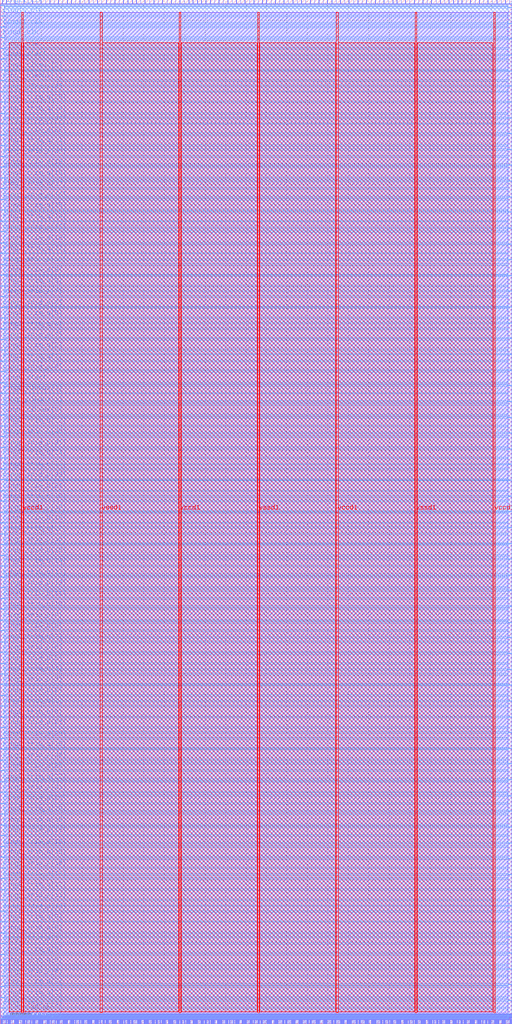
<source format=lef>
VERSION 5.7 ;
  NOWIREEXTENSIONATPIN ON ;
  DIVIDERCHAR "/" ;
  BUSBITCHARS "[]" ;
MACRO digitalcore_macro
  CLASS BLOCK ;
  FOREIGN digitalcore_macro ;
  ORIGIN 0.000 0.000 ;
  SIZE 500.000 BY 1000.000 ;
  PIN io_in[0]
    DIRECTION INPUT ;
    USE SIGNAL ;
    PORT
      LAYER met2 ;
        RECT 1.930 996.000 2.210 1000.000 ;
    END
  END io_in[0]
  PIN io_in[10]
    DIRECTION INPUT ;
    USE SIGNAL ;
    PORT
      LAYER met2 ;
        RECT 128.890 996.000 129.170 1000.000 ;
    END
  END io_in[10]
  PIN io_in[11]
    DIRECTION INPUT ;
    USE SIGNAL ;
    PORT
      LAYER met2 ;
        RECT 141.310 996.000 141.590 1000.000 ;
    END
  END io_in[11]
  PIN io_in[12]
    DIRECTION INPUT ;
    USE SIGNAL ;
    PORT
      LAYER met2 ;
        RECT 154.190 996.000 154.470 1000.000 ;
    END
  END io_in[12]
  PIN io_in[13]
    DIRECTION INPUT ;
    USE SIGNAL ;
    PORT
      LAYER met2 ;
        RECT 167.070 996.000 167.350 1000.000 ;
    END
  END io_in[13]
  PIN io_in[14]
    DIRECTION INPUT ;
    USE SIGNAL ;
    PORT
      LAYER met2 ;
        RECT 179.490 996.000 179.770 1000.000 ;
    END
  END io_in[14]
  PIN io_in[15]
    DIRECTION INPUT ;
    USE SIGNAL ;
    PORT
      LAYER met2 ;
        RECT 192.370 996.000 192.650 1000.000 ;
    END
  END io_in[15]
  PIN io_in[16]
    DIRECTION INPUT ;
    USE SIGNAL ;
    PORT
      LAYER met2 ;
        RECT 205.250 996.000 205.530 1000.000 ;
    END
  END io_in[16]
  PIN io_in[17]
    DIRECTION INPUT ;
    USE SIGNAL ;
    PORT
      LAYER met2 ;
        RECT 217.670 996.000 217.950 1000.000 ;
    END
  END io_in[17]
  PIN io_in[18]
    DIRECTION INPUT ;
    USE SIGNAL ;
    PORT
      LAYER met2 ;
        RECT 230.550 996.000 230.830 1000.000 ;
    END
  END io_in[18]
  PIN io_in[19]
    DIRECTION INPUT ;
    USE SIGNAL ;
    PORT
      LAYER met2 ;
        RECT 243.430 996.000 243.710 1000.000 ;
    END
  END io_in[19]
  PIN io_in[1]
    DIRECTION INPUT ;
    USE SIGNAL ;
    PORT
      LAYER met2 ;
        RECT 14.350 996.000 14.630 1000.000 ;
    END
  END io_in[1]
  PIN io_in[20]
    DIRECTION INPUT ;
    USE SIGNAL ;
    PORT
      LAYER met2 ;
        RECT 255.850 996.000 256.130 1000.000 ;
    END
  END io_in[20]
  PIN io_in[21]
    DIRECTION INPUT ;
    USE SIGNAL ;
    PORT
      LAYER met2 ;
        RECT 268.730 996.000 269.010 1000.000 ;
    END
  END io_in[21]
  PIN io_in[22]
    DIRECTION INPUT ;
    USE SIGNAL ;
    PORT
      LAYER met2 ;
        RECT 281.150 996.000 281.430 1000.000 ;
    END
  END io_in[22]
  PIN io_in[23]
    DIRECTION INPUT ;
    USE SIGNAL ;
    PORT
      LAYER met2 ;
        RECT 294.030 996.000 294.310 1000.000 ;
    END
  END io_in[23]
  PIN io_in[24]
    DIRECTION INPUT ;
    USE SIGNAL ;
    PORT
      LAYER met2 ;
        RECT 306.910 996.000 307.190 1000.000 ;
    END
  END io_in[24]
  PIN io_in[25]
    DIRECTION INPUT ;
    USE SIGNAL ;
    PORT
      LAYER met2 ;
        RECT 319.330 996.000 319.610 1000.000 ;
    END
  END io_in[25]
  PIN io_in[26]
    DIRECTION INPUT ;
    USE SIGNAL ;
    PORT
      LAYER met2 ;
        RECT 332.210 996.000 332.490 1000.000 ;
    END
  END io_in[26]
  PIN io_in[27]
    DIRECTION INPUT ;
    USE SIGNAL ;
    PORT
      LAYER met2 ;
        RECT 345.090 996.000 345.370 1000.000 ;
    END
  END io_in[27]
  PIN io_in[28]
    DIRECTION INPUT ;
    USE SIGNAL ;
    PORT
      LAYER met2 ;
        RECT 357.510 996.000 357.790 1000.000 ;
    END
  END io_in[28]
  PIN io_in[29]
    DIRECTION INPUT ;
    USE SIGNAL ;
    PORT
      LAYER met2 ;
        RECT 370.390 996.000 370.670 1000.000 ;
    END
  END io_in[29]
  PIN io_in[2]
    DIRECTION INPUT ;
    USE SIGNAL ;
    PORT
      LAYER met2 ;
        RECT 27.230 996.000 27.510 1000.000 ;
    END
  END io_in[2]
  PIN io_in[30]
    DIRECTION INPUT ;
    USE SIGNAL ;
    PORT
      LAYER met2 ;
        RECT 383.270 996.000 383.550 1000.000 ;
    END
  END io_in[30]
  PIN io_in[31]
    DIRECTION INPUT ;
    USE SIGNAL ;
    PORT
      LAYER met2 ;
        RECT 395.690 996.000 395.970 1000.000 ;
    END
  END io_in[31]
  PIN io_in[32]
    DIRECTION INPUT ;
    USE SIGNAL ;
    PORT
      LAYER met2 ;
        RECT 408.570 996.000 408.850 1000.000 ;
    END
  END io_in[32]
  PIN io_in[33]
    DIRECTION INPUT ;
    USE SIGNAL ;
    PORT
      LAYER met2 ;
        RECT 420.990 996.000 421.270 1000.000 ;
    END
  END io_in[33]
  PIN io_in[34]
    DIRECTION INPUT ;
    USE SIGNAL ;
    PORT
      LAYER met2 ;
        RECT 433.870 996.000 434.150 1000.000 ;
    END
  END io_in[34]
  PIN io_in[35]
    DIRECTION INPUT ;
    USE SIGNAL ;
    PORT
      LAYER met2 ;
        RECT 446.750 996.000 447.030 1000.000 ;
    END
  END io_in[35]
  PIN io_in[36]
    DIRECTION INPUT ;
    USE SIGNAL ;
    PORT
      LAYER met2 ;
        RECT 459.170 996.000 459.450 1000.000 ;
    END
  END io_in[36]
  PIN io_in[37]
    DIRECTION INPUT ;
    USE SIGNAL ;
    PORT
      LAYER met2 ;
        RECT 472.050 996.000 472.330 1000.000 ;
    END
  END io_in[37]
  PIN io_in[3]
    DIRECTION INPUT ;
    USE SIGNAL ;
    PORT
      LAYER met2 ;
        RECT 39.650 996.000 39.930 1000.000 ;
    END
  END io_in[3]
  PIN io_in[4]
    DIRECTION INPUT ;
    USE SIGNAL ;
    PORT
      LAYER met2 ;
        RECT 52.530 996.000 52.810 1000.000 ;
    END
  END io_in[4]
  PIN io_in[5]
    DIRECTION INPUT ;
    USE SIGNAL ;
    PORT
      LAYER met2 ;
        RECT 65.410 996.000 65.690 1000.000 ;
    END
  END io_in[5]
  PIN io_in[6]
    DIRECTION INPUT ;
    USE SIGNAL ;
    PORT
      LAYER met2 ;
        RECT 77.830 996.000 78.110 1000.000 ;
    END
  END io_in[6]
  PIN io_in[7]
    DIRECTION INPUT ;
    USE SIGNAL ;
    PORT
      LAYER met2 ;
        RECT 90.710 996.000 90.990 1000.000 ;
    END
  END io_in[7]
  PIN io_in[8]
    DIRECTION INPUT ;
    USE SIGNAL ;
    PORT
      LAYER met2 ;
        RECT 103.590 996.000 103.870 1000.000 ;
    END
  END io_in[8]
  PIN io_in[9]
    DIRECTION INPUT ;
    USE SIGNAL ;
    PORT
      LAYER met2 ;
        RECT 116.010 996.000 116.290 1000.000 ;
    END
  END io_in[9]
  PIN io_oeb[0]
    DIRECTION OUTPUT TRISTATE ;
    USE SIGNAL ;
    PORT
      LAYER met2 ;
        RECT 6.070 996.000 6.350 1000.000 ;
    END
  END io_oeb[0]
  PIN io_oeb[10]
    DIRECTION OUTPUT TRISTATE ;
    USE SIGNAL ;
    PORT
      LAYER met2 ;
        RECT 133.030 996.000 133.310 1000.000 ;
    END
  END io_oeb[10]
  PIN io_oeb[11]
    DIRECTION OUTPUT TRISTATE ;
    USE SIGNAL ;
    PORT
      LAYER met2 ;
        RECT 145.910 996.000 146.190 1000.000 ;
    END
  END io_oeb[11]
  PIN io_oeb[12]
    DIRECTION OUTPUT TRISTATE ;
    USE SIGNAL ;
    PORT
      LAYER met2 ;
        RECT 158.330 996.000 158.610 1000.000 ;
    END
  END io_oeb[12]
  PIN io_oeb[13]
    DIRECTION OUTPUT TRISTATE ;
    USE SIGNAL ;
    PORT
      LAYER met2 ;
        RECT 171.210 996.000 171.490 1000.000 ;
    END
  END io_oeb[13]
  PIN io_oeb[14]
    DIRECTION OUTPUT TRISTATE ;
    USE SIGNAL ;
    PORT
      LAYER met2 ;
        RECT 184.090 996.000 184.370 1000.000 ;
    END
  END io_oeb[14]
  PIN io_oeb[15]
    DIRECTION OUTPUT TRISTATE ;
    USE SIGNAL ;
    PORT
      LAYER met2 ;
        RECT 196.510 996.000 196.790 1000.000 ;
    END
  END io_oeb[15]
  PIN io_oeb[16]
    DIRECTION OUTPUT TRISTATE ;
    USE SIGNAL ;
    PORT
      LAYER met2 ;
        RECT 209.390 996.000 209.670 1000.000 ;
    END
  END io_oeb[16]
  PIN io_oeb[17]
    DIRECTION OUTPUT TRISTATE ;
    USE SIGNAL ;
    PORT
      LAYER met2 ;
        RECT 222.270 996.000 222.550 1000.000 ;
    END
  END io_oeb[17]
  PIN io_oeb[18]
    DIRECTION OUTPUT TRISTATE ;
    USE SIGNAL ;
    PORT
      LAYER met2 ;
        RECT 234.690 996.000 234.970 1000.000 ;
    END
  END io_oeb[18]
  PIN io_oeb[19]
    DIRECTION OUTPUT TRISTATE ;
    USE SIGNAL ;
    PORT
      LAYER met2 ;
        RECT 247.570 996.000 247.850 1000.000 ;
    END
  END io_oeb[19]
  PIN io_oeb[1]
    DIRECTION OUTPUT TRISTATE ;
    USE SIGNAL ;
    PORT
      LAYER met2 ;
        RECT 18.490 996.000 18.770 1000.000 ;
    END
  END io_oeb[1]
  PIN io_oeb[20]
    DIRECTION OUTPUT TRISTATE ;
    USE SIGNAL ;
    PORT
      LAYER met2 ;
        RECT 259.990 996.000 260.270 1000.000 ;
    END
  END io_oeb[20]
  PIN io_oeb[21]
    DIRECTION OUTPUT TRISTATE ;
    USE SIGNAL ;
    PORT
      LAYER met2 ;
        RECT 272.870 996.000 273.150 1000.000 ;
    END
  END io_oeb[21]
  PIN io_oeb[22]
    DIRECTION OUTPUT TRISTATE ;
    USE SIGNAL ;
    PORT
      LAYER met2 ;
        RECT 285.750 996.000 286.030 1000.000 ;
    END
  END io_oeb[22]
  PIN io_oeb[23]
    DIRECTION OUTPUT TRISTATE ;
    USE SIGNAL ;
    PORT
      LAYER met2 ;
        RECT 298.170 996.000 298.450 1000.000 ;
    END
  END io_oeb[23]
  PIN io_oeb[24]
    DIRECTION OUTPUT TRISTATE ;
    USE SIGNAL ;
    PORT
      LAYER met2 ;
        RECT 311.050 996.000 311.330 1000.000 ;
    END
  END io_oeb[24]
  PIN io_oeb[25]
    DIRECTION OUTPUT TRISTATE ;
    USE SIGNAL ;
    PORT
      LAYER met2 ;
        RECT 323.930 996.000 324.210 1000.000 ;
    END
  END io_oeb[25]
  PIN io_oeb[26]
    DIRECTION OUTPUT TRISTATE ;
    USE SIGNAL ;
    PORT
      LAYER met2 ;
        RECT 336.350 996.000 336.630 1000.000 ;
    END
  END io_oeb[26]
  PIN io_oeb[27]
    DIRECTION OUTPUT TRISTATE ;
    USE SIGNAL ;
    PORT
      LAYER met2 ;
        RECT 349.230 996.000 349.510 1000.000 ;
    END
  END io_oeb[27]
  PIN io_oeb[28]
    DIRECTION OUTPUT TRISTATE ;
    USE SIGNAL ;
    PORT
      LAYER met2 ;
        RECT 362.110 996.000 362.390 1000.000 ;
    END
  END io_oeb[28]
  PIN io_oeb[29]
    DIRECTION OUTPUT TRISTATE ;
    USE SIGNAL ;
    PORT
      LAYER met2 ;
        RECT 374.530 996.000 374.810 1000.000 ;
    END
  END io_oeb[29]
  PIN io_oeb[2]
    DIRECTION OUTPUT TRISTATE ;
    USE SIGNAL ;
    PORT
      LAYER met2 ;
        RECT 31.370 996.000 31.650 1000.000 ;
    END
  END io_oeb[2]
  PIN io_oeb[30]
    DIRECTION OUTPUT TRISTATE ;
    USE SIGNAL ;
    PORT
      LAYER met2 ;
        RECT 387.410 996.000 387.690 1000.000 ;
    END
  END io_oeb[30]
  PIN io_oeb[31]
    DIRECTION OUTPUT TRISTATE ;
    USE SIGNAL ;
    PORT
      LAYER met2 ;
        RECT 399.830 996.000 400.110 1000.000 ;
    END
  END io_oeb[31]
  PIN io_oeb[32]
    DIRECTION OUTPUT TRISTATE ;
    USE SIGNAL ;
    PORT
      LAYER met2 ;
        RECT 412.710 996.000 412.990 1000.000 ;
    END
  END io_oeb[32]
  PIN io_oeb[33]
    DIRECTION OUTPUT TRISTATE ;
    USE SIGNAL ;
    PORT
      LAYER met2 ;
        RECT 425.590 996.000 425.870 1000.000 ;
    END
  END io_oeb[33]
  PIN io_oeb[34]
    DIRECTION OUTPUT TRISTATE ;
    USE SIGNAL ;
    PORT
      LAYER met2 ;
        RECT 438.010 996.000 438.290 1000.000 ;
    END
  END io_oeb[34]
  PIN io_oeb[35]
    DIRECTION OUTPUT TRISTATE ;
    USE SIGNAL ;
    PORT
      LAYER met2 ;
        RECT 450.890 996.000 451.170 1000.000 ;
    END
  END io_oeb[35]
  PIN io_oeb[36]
    DIRECTION OUTPUT TRISTATE ;
    USE SIGNAL ;
    PORT
      LAYER met2 ;
        RECT 463.770 996.000 464.050 1000.000 ;
    END
  END io_oeb[36]
  PIN io_oeb[37]
    DIRECTION OUTPUT TRISTATE ;
    USE SIGNAL ;
    PORT
      LAYER met2 ;
        RECT 476.190 996.000 476.470 1000.000 ;
    END
  END io_oeb[37]
  PIN io_oeb[3]
    DIRECTION OUTPUT TRISTATE ;
    USE SIGNAL ;
    PORT
      LAYER met2 ;
        RECT 44.250 996.000 44.530 1000.000 ;
    END
  END io_oeb[3]
  PIN io_oeb[4]
    DIRECTION OUTPUT TRISTATE ;
    USE SIGNAL ;
    PORT
      LAYER met2 ;
        RECT 56.670 996.000 56.950 1000.000 ;
    END
  END io_oeb[4]
  PIN io_oeb[5]
    DIRECTION OUTPUT TRISTATE ;
    USE SIGNAL ;
    PORT
      LAYER met2 ;
        RECT 69.550 996.000 69.830 1000.000 ;
    END
  END io_oeb[5]
  PIN io_oeb[6]
    DIRECTION OUTPUT TRISTATE ;
    USE SIGNAL ;
    PORT
      LAYER met2 ;
        RECT 82.430 996.000 82.710 1000.000 ;
    END
  END io_oeb[6]
  PIN io_oeb[7]
    DIRECTION OUTPUT TRISTATE ;
    USE SIGNAL ;
    PORT
      LAYER met2 ;
        RECT 94.850 996.000 95.130 1000.000 ;
    END
  END io_oeb[7]
  PIN io_oeb[8]
    DIRECTION OUTPUT TRISTATE ;
    USE SIGNAL ;
    PORT
      LAYER met2 ;
        RECT 107.730 996.000 108.010 1000.000 ;
    END
  END io_oeb[8]
  PIN io_oeb[9]
    DIRECTION OUTPUT TRISTATE ;
    USE SIGNAL ;
    PORT
      LAYER met2 ;
        RECT 120.150 996.000 120.430 1000.000 ;
    END
  END io_oeb[9]
  PIN io_out[0]
    DIRECTION OUTPUT TRISTATE ;
    USE SIGNAL ;
    PORT
      LAYER met2 ;
        RECT 10.210 996.000 10.490 1000.000 ;
    END
  END io_out[0]
  PIN io_out[10]
    DIRECTION OUTPUT TRISTATE ;
    USE SIGNAL ;
    PORT
      LAYER met2 ;
        RECT 137.170 996.000 137.450 1000.000 ;
    END
  END io_out[10]
  PIN io_out[11]
    DIRECTION OUTPUT TRISTATE ;
    USE SIGNAL ;
    PORT
      LAYER met2 ;
        RECT 150.050 996.000 150.330 1000.000 ;
    END
  END io_out[11]
  PIN io_out[12]
    DIRECTION OUTPUT TRISTATE ;
    USE SIGNAL ;
    PORT
      LAYER met2 ;
        RECT 162.930 996.000 163.210 1000.000 ;
    END
  END io_out[12]
  PIN io_out[13]
    DIRECTION OUTPUT TRISTATE ;
    USE SIGNAL ;
    PORT
      LAYER met2 ;
        RECT 175.350 996.000 175.630 1000.000 ;
    END
  END io_out[13]
  PIN io_out[14]
    DIRECTION OUTPUT TRISTATE ;
    USE SIGNAL ;
    PORT
      LAYER met2 ;
        RECT 188.230 996.000 188.510 1000.000 ;
    END
  END io_out[14]
  PIN io_out[15]
    DIRECTION OUTPUT TRISTATE ;
    USE SIGNAL ;
    PORT
      LAYER met2 ;
        RECT 200.650 996.000 200.930 1000.000 ;
    END
  END io_out[15]
  PIN io_out[16]
    DIRECTION OUTPUT TRISTATE ;
    USE SIGNAL ;
    PORT
      LAYER met2 ;
        RECT 213.530 996.000 213.810 1000.000 ;
    END
  END io_out[16]
  PIN io_out[17]
    DIRECTION OUTPUT TRISTATE ;
    USE SIGNAL ;
    PORT
      LAYER met2 ;
        RECT 226.410 996.000 226.690 1000.000 ;
    END
  END io_out[17]
  PIN io_out[18]
    DIRECTION OUTPUT TRISTATE ;
    USE SIGNAL ;
    PORT
      LAYER met2 ;
        RECT 238.830 996.000 239.110 1000.000 ;
    END
  END io_out[18]
  PIN io_out[19]
    DIRECTION OUTPUT TRISTATE ;
    USE SIGNAL ;
    PORT
      LAYER met2 ;
        RECT 251.710 996.000 251.990 1000.000 ;
    END
  END io_out[19]
  PIN io_out[1]
    DIRECTION OUTPUT TRISTATE ;
    USE SIGNAL ;
    PORT
      LAYER met2 ;
        RECT 23.090 996.000 23.370 1000.000 ;
    END
  END io_out[1]
  PIN io_out[20]
    DIRECTION OUTPUT TRISTATE ;
    USE SIGNAL ;
    PORT
      LAYER met2 ;
        RECT 264.590 996.000 264.870 1000.000 ;
    END
  END io_out[20]
  PIN io_out[21]
    DIRECTION OUTPUT TRISTATE ;
    USE SIGNAL ;
    PORT
      LAYER met2 ;
        RECT 277.010 996.000 277.290 1000.000 ;
    END
  END io_out[21]
  PIN io_out[22]
    DIRECTION OUTPUT TRISTATE ;
    USE SIGNAL ;
    PORT
      LAYER met2 ;
        RECT 289.890 996.000 290.170 1000.000 ;
    END
  END io_out[22]
  PIN io_out[23]
    DIRECTION OUTPUT TRISTATE ;
    USE SIGNAL ;
    PORT
      LAYER met2 ;
        RECT 302.770 996.000 303.050 1000.000 ;
    END
  END io_out[23]
  PIN io_out[24]
    DIRECTION OUTPUT TRISTATE ;
    USE SIGNAL ;
    PORT
      LAYER met2 ;
        RECT 315.190 996.000 315.470 1000.000 ;
    END
  END io_out[24]
  PIN io_out[25]
    DIRECTION OUTPUT TRISTATE ;
    USE SIGNAL ;
    PORT
      LAYER met2 ;
        RECT 328.070 996.000 328.350 1000.000 ;
    END
  END io_out[25]
  PIN io_out[26]
    DIRECTION OUTPUT TRISTATE ;
    USE SIGNAL ;
    PORT
      LAYER met2 ;
        RECT 340.490 996.000 340.770 1000.000 ;
    END
  END io_out[26]
  PIN io_out[27]
    DIRECTION OUTPUT TRISTATE ;
    USE SIGNAL ;
    PORT
      LAYER met2 ;
        RECT 353.370 996.000 353.650 1000.000 ;
    END
  END io_out[27]
  PIN io_out[28]
    DIRECTION OUTPUT TRISTATE ;
    USE SIGNAL ;
    PORT
      LAYER met2 ;
        RECT 366.250 996.000 366.530 1000.000 ;
    END
  END io_out[28]
  PIN io_out[29]
    DIRECTION OUTPUT TRISTATE ;
    USE SIGNAL ;
    PORT
      LAYER met2 ;
        RECT 378.670 996.000 378.950 1000.000 ;
    END
  END io_out[29]
  PIN io_out[2]
    DIRECTION OUTPUT TRISTATE ;
    USE SIGNAL ;
    PORT
      LAYER met2 ;
        RECT 35.510 996.000 35.790 1000.000 ;
    END
  END io_out[2]
  PIN io_out[30]
    DIRECTION OUTPUT TRISTATE ;
    USE SIGNAL ;
    PORT
      LAYER met2 ;
        RECT 391.550 996.000 391.830 1000.000 ;
    END
  END io_out[30]
  PIN io_out[31]
    DIRECTION OUTPUT TRISTATE ;
    USE SIGNAL ;
    PORT
      LAYER met2 ;
        RECT 404.430 996.000 404.710 1000.000 ;
    END
  END io_out[31]
  PIN io_out[32]
    DIRECTION OUTPUT TRISTATE ;
    USE SIGNAL ;
    PORT
      LAYER met2 ;
        RECT 416.850 996.000 417.130 1000.000 ;
    END
  END io_out[32]
  PIN io_out[33]
    DIRECTION OUTPUT TRISTATE ;
    USE SIGNAL ;
    PORT
      LAYER met2 ;
        RECT 429.730 996.000 430.010 1000.000 ;
    END
  END io_out[33]
  PIN io_out[34]
    DIRECTION OUTPUT TRISTATE ;
    USE SIGNAL ;
    PORT
      LAYER met2 ;
        RECT 442.610 996.000 442.890 1000.000 ;
    END
  END io_out[34]
  PIN io_out[35]
    DIRECTION OUTPUT TRISTATE ;
    USE SIGNAL ;
    PORT
      LAYER met2 ;
        RECT 455.030 996.000 455.310 1000.000 ;
    END
  END io_out[35]
  PIN io_out[36]
    DIRECTION OUTPUT TRISTATE ;
    USE SIGNAL ;
    PORT
      LAYER met2 ;
        RECT 467.910 996.000 468.190 1000.000 ;
    END
  END io_out[36]
  PIN io_out[37]
    DIRECTION OUTPUT TRISTATE ;
    USE SIGNAL ;
    PORT
      LAYER met2 ;
        RECT 480.330 996.000 480.610 1000.000 ;
    END
  END io_out[37]
  PIN io_out[3]
    DIRECTION OUTPUT TRISTATE ;
    USE SIGNAL ;
    PORT
      LAYER met2 ;
        RECT 48.390 996.000 48.670 1000.000 ;
    END
  END io_out[3]
  PIN io_out[4]
    DIRECTION OUTPUT TRISTATE ;
    USE SIGNAL ;
    PORT
      LAYER met2 ;
        RECT 60.810 996.000 61.090 1000.000 ;
    END
  END io_out[4]
  PIN io_out[5]
    DIRECTION OUTPUT TRISTATE ;
    USE SIGNAL ;
    PORT
      LAYER met2 ;
        RECT 73.690 996.000 73.970 1000.000 ;
    END
  END io_out[5]
  PIN io_out[6]
    DIRECTION OUTPUT TRISTATE ;
    USE SIGNAL ;
    PORT
      LAYER met2 ;
        RECT 86.570 996.000 86.850 1000.000 ;
    END
  END io_out[6]
  PIN io_out[7]
    DIRECTION OUTPUT TRISTATE ;
    USE SIGNAL ;
    PORT
      LAYER met2 ;
        RECT 98.990 996.000 99.270 1000.000 ;
    END
  END io_out[7]
  PIN io_out[8]
    DIRECTION OUTPUT TRISTATE ;
    USE SIGNAL ;
    PORT
      LAYER met2 ;
        RECT 111.870 996.000 112.150 1000.000 ;
    END
  END io_out[8]
  PIN io_out[9]
    DIRECTION OUTPUT TRISTATE ;
    USE SIGNAL ;
    PORT
      LAYER met2 ;
        RECT 124.750 996.000 125.030 1000.000 ;
    END
  END io_out[9]
  PIN irq[0]
    DIRECTION OUTPUT TRISTATE ;
    USE SIGNAL ;
    PORT
      LAYER met2 ;
        RECT 488.610 0.000 488.890 4.000 ;
    END
  END irq[0]
  PIN irq[1]
    DIRECTION OUTPUT TRISTATE ;
    USE SIGNAL ;
    PORT
      LAYER met2 ;
        RECT 489.530 0.000 489.810 4.000 ;
    END
  END irq[1]
  PIN irq[2]
    DIRECTION OUTPUT TRISTATE ;
    USE SIGNAL ;
    PORT
      LAYER met2 ;
        RECT 490.450 0.000 490.730 4.000 ;
    END
  END irq[2]
  PIN la_data_in[0]
    DIRECTION INPUT ;
    USE SIGNAL ;
    PORT
      LAYER met2 ;
        RECT 105.890 0.000 106.170 4.000 ;
    END
  END la_data_in[0]
  PIN la_data_in[100]
    DIRECTION INPUT ;
    USE SIGNAL ;
    PORT
      LAYER met2 ;
        RECT 404.890 0.000 405.170 4.000 ;
    END
  END la_data_in[100]
  PIN la_data_in[101]
    DIRECTION INPUT ;
    USE SIGNAL ;
    PORT
      LAYER met2 ;
        RECT 407.650 0.000 407.930 4.000 ;
    END
  END la_data_in[101]
  PIN la_data_in[102]
    DIRECTION INPUT ;
    USE SIGNAL ;
    PORT
      LAYER met2 ;
        RECT 410.870 0.000 411.150 4.000 ;
    END
  END la_data_in[102]
  PIN la_data_in[103]
    DIRECTION INPUT ;
    USE SIGNAL ;
    PORT
      LAYER met2 ;
        RECT 413.630 0.000 413.910 4.000 ;
    END
  END la_data_in[103]
  PIN la_data_in[104]
    DIRECTION INPUT ;
    USE SIGNAL ;
    PORT
      LAYER met2 ;
        RECT 416.850 0.000 417.130 4.000 ;
    END
  END la_data_in[104]
  PIN la_data_in[105]
    DIRECTION INPUT ;
    USE SIGNAL ;
    PORT
      LAYER met2 ;
        RECT 419.610 0.000 419.890 4.000 ;
    END
  END la_data_in[105]
  PIN la_data_in[106]
    DIRECTION INPUT ;
    USE SIGNAL ;
    PORT
      LAYER met2 ;
        RECT 422.830 0.000 423.110 4.000 ;
    END
  END la_data_in[106]
  PIN la_data_in[107]
    DIRECTION INPUT ;
    USE SIGNAL ;
    PORT
      LAYER met2 ;
        RECT 425.590 0.000 425.870 4.000 ;
    END
  END la_data_in[107]
  PIN la_data_in[108]
    DIRECTION INPUT ;
    USE SIGNAL ;
    PORT
      LAYER met2 ;
        RECT 428.810 0.000 429.090 4.000 ;
    END
  END la_data_in[108]
  PIN la_data_in[109]
    DIRECTION INPUT ;
    USE SIGNAL ;
    PORT
      LAYER met2 ;
        RECT 431.570 0.000 431.850 4.000 ;
    END
  END la_data_in[109]
  PIN la_data_in[10]
    DIRECTION INPUT ;
    USE SIGNAL ;
    PORT
      LAYER met2 ;
        RECT 135.790 0.000 136.070 4.000 ;
    END
  END la_data_in[10]
  PIN la_data_in[110]
    DIRECTION INPUT ;
    USE SIGNAL ;
    PORT
      LAYER met2 ;
        RECT 434.790 0.000 435.070 4.000 ;
    END
  END la_data_in[110]
  PIN la_data_in[111]
    DIRECTION INPUT ;
    USE SIGNAL ;
    PORT
      LAYER met2 ;
        RECT 437.550 0.000 437.830 4.000 ;
    END
  END la_data_in[111]
  PIN la_data_in[112]
    DIRECTION INPUT ;
    USE SIGNAL ;
    PORT
      LAYER met2 ;
        RECT 440.770 0.000 441.050 4.000 ;
    END
  END la_data_in[112]
  PIN la_data_in[113]
    DIRECTION INPUT ;
    USE SIGNAL ;
    PORT
      LAYER met2 ;
        RECT 443.530 0.000 443.810 4.000 ;
    END
  END la_data_in[113]
  PIN la_data_in[114]
    DIRECTION INPUT ;
    USE SIGNAL ;
    PORT
      LAYER met2 ;
        RECT 446.750 0.000 447.030 4.000 ;
    END
  END la_data_in[114]
  PIN la_data_in[115]
    DIRECTION INPUT ;
    USE SIGNAL ;
    PORT
      LAYER met2 ;
        RECT 449.510 0.000 449.790 4.000 ;
    END
  END la_data_in[115]
  PIN la_data_in[116]
    DIRECTION INPUT ;
    USE SIGNAL ;
    PORT
      LAYER met2 ;
        RECT 452.730 0.000 453.010 4.000 ;
    END
  END la_data_in[116]
  PIN la_data_in[117]
    DIRECTION INPUT ;
    USE SIGNAL ;
    PORT
      LAYER met2 ;
        RECT 455.490 0.000 455.770 4.000 ;
    END
  END la_data_in[117]
  PIN la_data_in[118]
    DIRECTION INPUT ;
    USE SIGNAL ;
    PORT
      LAYER met2 ;
        RECT 458.710 0.000 458.990 4.000 ;
    END
  END la_data_in[118]
  PIN la_data_in[119]
    DIRECTION INPUT ;
    USE SIGNAL ;
    PORT
      LAYER met2 ;
        RECT 461.470 0.000 461.750 4.000 ;
    END
  END la_data_in[119]
  PIN la_data_in[11]
    DIRECTION INPUT ;
    USE SIGNAL ;
    PORT
      LAYER met2 ;
        RECT 138.550 0.000 138.830 4.000 ;
    END
  END la_data_in[11]
  PIN la_data_in[120]
    DIRECTION INPUT ;
    USE SIGNAL ;
    PORT
      LAYER met2 ;
        RECT 464.690 0.000 464.970 4.000 ;
    END
  END la_data_in[120]
  PIN la_data_in[121]
    DIRECTION INPUT ;
    USE SIGNAL ;
    PORT
      LAYER met2 ;
        RECT 467.450 0.000 467.730 4.000 ;
    END
  END la_data_in[121]
  PIN la_data_in[122]
    DIRECTION INPUT ;
    USE SIGNAL ;
    PORT
      LAYER met2 ;
        RECT 470.670 0.000 470.950 4.000 ;
    END
  END la_data_in[122]
  PIN la_data_in[123]
    DIRECTION INPUT ;
    USE SIGNAL ;
    PORT
      LAYER met2 ;
        RECT 473.430 0.000 473.710 4.000 ;
    END
  END la_data_in[123]
  PIN la_data_in[124]
    DIRECTION INPUT ;
    USE SIGNAL ;
    PORT
      LAYER met2 ;
        RECT 476.650 0.000 476.930 4.000 ;
    END
  END la_data_in[124]
  PIN la_data_in[125]
    DIRECTION INPUT ;
    USE SIGNAL ;
    PORT
      LAYER met2 ;
        RECT 479.410 0.000 479.690 4.000 ;
    END
  END la_data_in[125]
  PIN la_data_in[126]
    DIRECTION INPUT ;
    USE SIGNAL ;
    PORT
      LAYER met2 ;
        RECT 482.630 0.000 482.910 4.000 ;
    END
  END la_data_in[126]
  PIN la_data_in[127]
    DIRECTION INPUT ;
    USE SIGNAL ;
    PORT
      LAYER met2 ;
        RECT 485.390 0.000 485.670 4.000 ;
    END
  END la_data_in[127]
  PIN la_data_in[12]
    DIRECTION INPUT ;
    USE SIGNAL ;
    PORT
      LAYER met2 ;
        RECT 141.770 0.000 142.050 4.000 ;
    END
  END la_data_in[12]
  PIN la_data_in[13]
    DIRECTION INPUT ;
    USE SIGNAL ;
    PORT
      LAYER met2 ;
        RECT 144.530 0.000 144.810 4.000 ;
    END
  END la_data_in[13]
  PIN la_data_in[14]
    DIRECTION INPUT ;
    USE SIGNAL ;
    PORT
      LAYER met2 ;
        RECT 147.750 0.000 148.030 4.000 ;
    END
  END la_data_in[14]
  PIN la_data_in[15]
    DIRECTION INPUT ;
    USE SIGNAL ;
    PORT
      LAYER met2 ;
        RECT 150.510 0.000 150.790 4.000 ;
    END
  END la_data_in[15]
  PIN la_data_in[16]
    DIRECTION INPUT ;
    USE SIGNAL ;
    PORT
      LAYER met2 ;
        RECT 153.730 0.000 154.010 4.000 ;
    END
  END la_data_in[16]
  PIN la_data_in[17]
    DIRECTION INPUT ;
    USE SIGNAL ;
    PORT
      LAYER met2 ;
        RECT 156.490 0.000 156.770 4.000 ;
    END
  END la_data_in[17]
  PIN la_data_in[18]
    DIRECTION INPUT ;
    USE SIGNAL ;
    PORT
      LAYER met2 ;
        RECT 159.710 0.000 159.990 4.000 ;
    END
  END la_data_in[18]
  PIN la_data_in[19]
    DIRECTION INPUT ;
    USE SIGNAL ;
    PORT
      LAYER met2 ;
        RECT 162.470 0.000 162.750 4.000 ;
    END
  END la_data_in[19]
  PIN la_data_in[1]
    DIRECTION INPUT ;
    USE SIGNAL ;
    PORT
      LAYER met2 ;
        RECT 109.110 0.000 109.390 4.000 ;
    END
  END la_data_in[1]
  PIN la_data_in[20]
    DIRECTION INPUT ;
    USE SIGNAL ;
    PORT
      LAYER met2 ;
        RECT 165.690 0.000 165.970 4.000 ;
    END
  END la_data_in[20]
  PIN la_data_in[21]
    DIRECTION INPUT ;
    USE SIGNAL ;
    PORT
      LAYER met2 ;
        RECT 168.450 0.000 168.730 4.000 ;
    END
  END la_data_in[21]
  PIN la_data_in[22]
    DIRECTION INPUT ;
    USE SIGNAL ;
    PORT
      LAYER met2 ;
        RECT 171.670 0.000 171.950 4.000 ;
    END
  END la_data_in[22]
  PIN la_data_in[23]
    DIRECTION INPUT ;
    USE SIGNAL ;
    PORT
      LAYER met2 ;
        RECT 174.430 0.000 174.710 4.000 ;
    END
  END la_data_in[23]
  PIN la_data_in[24]
    DIRECTION INPUT ;
    USE SIGNAL ;
    PORT
      LAYER met2 ;
        RECT 177.650 0.000 177.930 4.000 ;
    END
  END la_data_in[24]
  PIN la_data_in[25]
    DIRECTION INPUT ;
    USE SIGNAL ;
    PORT
      LAYER met2 ;
        RECT 180.410 0.000 180.690 4.000 ;
    END
  END la_data_in[25]
  PIN la_data_in[26]
    DIRECTION INPUT ;
    USE SIGNAL ;
    PORT
      LAYER met2 ;
        RECT 183.630 0.000 183.910 4.000 ;
    END
  END la_data_in[26]
  PIN la_data_in[27]
    DIRECTION INPUT ;
    USE SIGNAL ;
    PORT
      LAYER met2 ;
        RECT 186.390 0.000 186.670 4.000 ;
    END
  END la_data_in[27]
  PIN la_data_in[28]
    DIRECTION INPUT ;
    USE SIGNAL ;
    PORT
      LAYER met2 ;
        RECT 189.610 0.000 189.890 4.000 ;
    END
  END la_data_in[28]
  PIN la_data_in[29]
    DIRECTION INPUT ;
    USE SIGNAL ;
    PORT
      LAYER met2 ;
        RECT 192.370 0.000 192.650 4.000 ;
    END
  END la_data_in[29]
  PIN la_data_in[2]
    DIRECTION INPUT ;
    USE SIGNAL ;
    PORT
      LAYER met2 ;
        RECT 111.870 0.000 112.150 4.000 ;
    END
  END la_data_in[2]
  PIN la_data_in[30]
    DIRECTION INPUT ;
    USE SIGNAL ;
    PORT
      LAYER met2 ;
        RECT 195.590 0.000 195.870 4.000 ;
    END
  END la_data_in[30]
  PIN la_data_in[31]
    DIRECTION INPUT ;
    USE SIGNAL ;
    PORT
      LAYER met2 ;
        RECT 198.350 0.000 198.630 4.000 ;
    END
  END la_data_in[31]
  PIN la_data_in[32]
    DIRECTION INPUT ;
    USE SIGNAL ;
    PORT
      LAYER met2 ;
        RECT 201.570 0.000 201.850 4.000 ;
    END
  END la_data_in[32]
  PIN la_data_in[33]
    DIRECTION INPUT ;
    USE SIGNAL ;
    PORT
      LAYER met2 ;
        RECT 204.330 0.000 204.610 4.000 ;
    END
  END la_data_in[33]
  PIN la_data_in[34]
    DIRECTION INPUT ;
    USE SIGNAL ;
    PORT
      LAYER met2 ;
        RECT 207.550 0.000 207.830 4.000 ;
    END
  END la_data_in[34]
  PIN la_data_in[35]
    DIRECTION INPUT ;
    USE SIGNAL ;
    PORT
      LAYER met2 ;
        RECT 210.310 0.000 210.590 4.000 ;
    END
  END la_data_in[35]
  PIN la_data_in[36]
    DIRECTION INPUT ;
    USE SIGNAL ;
    PORT
      LAYER met2 ;
        RECT 213.530 0.000 213.810 4.000 ;
    END
  END la_data_in[36]
  PIN la_data_in[37]
    DIRECTION INPUT ;
    USE SIGNAL ;
    PORT
      LAYER met2 ;
        RECT 216.290 0.000 216.570 4.000 ;
    END
  END la_data_in[37]
  PIN la_data_in[38]
    DIRECTION INPUT ;
    USE SIGNAL ;
    PORT
      LAYER met2 ;
        RECT 219.510 0.000 219.790 4.000 ;
    END
  END la_data_in[38]
  PIN la_data_in[39]
    DIRECTION INPUT ;
    USE SIGNAL ;
    PORT
      LAYER met2 ;
        RECT 222.270 0.000 222.550 4.000 ;
    END
  END la_data_in[39]
  PIN la_data_in[3]
    DIRECTION INPUT ;
    USE SIGNAL ;
    PORT
      LAYER met2 ;
        RECT 115.090 0.000 115.370 4.000 ;
    END
  END la_data_in[3]
  PIN la_data_in[40]
    DIRECTION INPUT ;
    USE SIGNAL ;
    PORT
      LAYER met2 ;
        RECT 225.490 0.000 225.770 4.000 ;
    END
  END la_data_in[40]
  PIN la_data_in[41]
    DIRECTION INPUT ;
    USE SIGNAL ;
    PORT
      LAYER met2 ;
        RECT 228.250 0.000 228.530 4.000 ;
    END
  END la_data_in[41]
  PIN la_data_in[42]
    DIRECTION INPUT ;
    USE SIGNAL ;
    PORT
      LAYER met2 ;
        RECT 231.470 0.000 231.750 4.000 ;
    END
  END la_data_in[42]
  PIN la_data_in[43]
    DIRECTION INPUT ;
    USE SIGNAL ;
    PORT
      LAYER met2 ;
        RECT 234.230 0.000 234.510 4.000 ;
    END
  END la_data_in[43]
  PIN la_data_in[44]
    DIRECTION INPUT ;
    USE SIGNAL ;
    PORT
      LAYER met2 ;
        RECT 237.450 0.000 237.730 4.000 ;
    END
  END la_data_in[44]
  PIN la_data_in[45]
    DIRECTION INPUT ;
    USE SIGNAL ;
    PORT
      LAYER met2 ;
        RECT 240.210 0.000 240.490 4.000 ;
    END
  END la_data_in[45]
  PIN la_data_in[46]
    DIRECTION INPUT ;
    USE SIGNAL ;
    PORT
      LAYER met2 ;
        RECT 243.430 0.000 243.710 4.000 ;
    END
  END la_data_in[46]
  PIN la_data_in[47]
    DIRECTION INPUT ;
    USE SIGNAL ;
    PORT
      LAYER met2 ;
        RECT 246.190 0.000 246.470 4.000 ;
    END
  END la_data_in[47]
  PIN la_data_in[48]
    DIRECTION INPUT ;
    USE SIGNAL ;
    PORT
      LAYER met2 ;
        RECT 249.410 0.000 249.690 4.000 ;
    END
  END la_data_in[48]
  PIN la_data_in[49]
    DIRECTION INPUT ;
    USE SIGNAL ;
    PORT
      LAYER met2 ;
        RECT 252.170 0.000 252.450 4.000 ;
    END
  END la_data_in[49]
  PIN la_data_in[4]
    DIRECTION INPUT ;
    USE SIGNAL ;
    PORT
      LAYER met2 ;
        RECT 117.850 0.000 118.130 4.000 ;
    END
  END la_data_in[4]
  PIN la_data_in[50]
    DIRECTION INPUT ;
    USE SIGNAL ;
    PORT
      LAYER met2 ;
        RECT 255.390 0.000 255.670 4.000 ;
    END
  END la_data_in[50]
  PIN la_data_in[51]
    DIRECTION INPUT ;
    USE SIGNAL ;
    PORT
      LAYER met2 ;
        RECT 258.150 0.000 258.430 4.000 ;
    END
  END la_data_in[51]
  PIN la_data_in[52]
    DIRECTION INPUT ;
    USE SIGNAL ;
    PORT
      LAYER met2 ;
        RECT 261.370 0.000 261.650 4.000 ;
    END
  END la_data_in[52]
  PIN la_data_in[53]
    DIRECTION INPUT ;
    USE SIGNAL ;
    PORT
      LAYER met2 ;
        RECT 264.130 0.000 264.410 4.000 ;
    END
  END la_data_in[53]
  PIN la_data_in[54]
    DIRECTION INPUT ;
    USE SIGNAL ;
    PORT
      LAYER met2 ;
        RECT 267.350 0.000 267.630 4.000 ;
    END
  END la_data_in[54]
  PIN la_data_in[55]
    DIRECTION INPUT ;
    USE SIGNAL ;
    PORT
      LAYER met2 ;
        RECT 270.110 0.000 270.390 4.000 ;
    END
  END la_data_in[55]
  PIN la_data_in[56]
    DIRECTION INPUT ;
    USE SIGNAL ;
    PORT
      LAYER met2 ;
        RECT 273.330 0.000 273.610 4.000 ;
    END
  END la_data_in[56]
  PIN la_data_in[57]
    DIRECTION INPUT ;
    USE SIGNAL ;
    PORT
      LAYER met2 ;
        RECT 276.090 0.000 276.370 4.000 ;
    END
  END la_data_in[57]
  PIN la_data_in[58]
    DIRECTION INPUT ;
    USE SIGNAL ;
    PORT
      LAYER met2 ;
        RECT 279.310 0.000 279.590 4.000 ;
    END
  END la_data_in[58]
  PIN la_data_in[59]
    DIRECTION INPUT ;
    USE SIGNAL ;
    PORT
      LAYER met2 ;
        RECT 282.070 0.000 282.350 4.000 ;
    END
  END la_data_in[59]
  PIN la_data_in[5]
    DIRECTION INPUT ;
    USE SIGNAL ;
    PORT
      LAYER met2 ;
        RECT 121.070 0.000 121.350 4.000 ;
    END
  END la_data_in[5]
  PIN la_data_in[60]
    DIRECTION INPUT ;
    USE SIGNAL ;
    PORT
      LAYER met2 ;
        RECT 285.290 0.000 285.570 4.000 ;
    END
  END la_data_in[60]
  PIN la_data_in[61]
    DIRECTION INPUT ;
    USE SIGNAL ;
    PORT
      LAYER met2 ;
        RECT 288.050 0.000 288.330 4.000 ;
    END
  END la_data_in[61]
  PIN la_data_in[62]
    DIRECTION INPUT ;
    USE SIGNAL ;
    PORT
      LAYER met2 ;
        RECT 291.270 0.000 291.550 4.000 ;
    END
  END la_data_in[62]
  PIN la_data_in[63]
    DIRECTION INPUT ;
    USE SIGNAL ;
    PORT
      LAYER met2 ;
        RECT 294.030 0.000 294.310 4.000 ;
    END
  END la_data_in[63]
  PIN la_data_in[64]
    DIRECTION INPUT ;
    USE SIGNAL ;
    PORT
      LAYER met2 ;
        RECT 297.250 0.000 297.530 4.000 ;
    END
  END la_data_in[64]
  PIN la_data_in[65]
    DIRECTION INPUT ;
    USE SIGNAL ;
    PORT
      LAYER met2 ;
        RECT 300.010 0.000 300.290 4.000 ;
    END
  END la_data_in[65]
  PIN la_data_in[66]
    DIRECTION INPUT ;
    USE SIGNAL ;
    PORT
      LAYER met2 ;
        RECT 303.230 0.000 303.510 4.000 ;
    END
  END la_data_in[66]
  PIN la_data_in[67]
    DIRECTION INPUT ;
    USE SIGNAL ;
    PORT
      LAYER met2 ;
        RECT 305.990 0.000 306.270 4.000 ;
    END
  END la_data_in[67]
  PIN la_data_in[68]
    DIRECTION INPUT ;
    USE SIGNAL ;
    PORT
      LAYER met2 ;
        RECT 309.210 0.000 309.490 4.000 ;
    END
  END la_data_in[68]
  PIN la_data_in[69]
    DIRECTION INPUT ;
    USE SIGNAL ;
    PORT
      LAYER met2 ;
        RECT 311.970 0.000 312.250 4.000 ;
    END
  END la_data_in[69]
  PIN la_data_in[6]
    DIRECTION INPUT ;
    USE SIGNAL ;
    PORT
      LAYER met2 ;
        RECT 123.830 0.000 124.110 4.000 ;
    END
  END la_data_in[6]
  PIN la_data_in[70]
    DIRECTION INPUT ;
    USE SIGNAL ;
    PORT
      LAYER met2 ;
        RECT 315.190 0.000 315.470 4.000 ;
    END
  END la_data_in[70]
  PIN la_data_in[71]
    DIRECTION INPUT ;
    USE SIGNAL ;
    PORT
      LAYER met2 ;
        RECT 317.950 0.000 318.230 4.000 ;
    END
  END la_data_in[71]
  PIN la_data_in[72]
    DIRECTION INPUT ;
    USE SIGNAL ;
    PORT
      LAYER met2 ;
        RECT 321.170 0.000 321.450 4.000 ;
    END
  END la_data_in[72]
  PIN la_data_in[73]
    DIRECTION INPUT ;
    USE SIGNAL ;
    PORT
      LAYER met2 ;
        RECT 323.930 0.000 324.210 4.000 ;
    END
  END la_data_in[73]
  PIN la_data_in[74]
    DIRECTION INPUT ;
    USE SIGNAL ;
    PORT
      LAYER met2 ;
        RECT 327.150 0.000 327.430 4.000 ;
    END
  END la_data_in[74]
  PIN la_data_in[75]
    DIRECTION INPUT ;
    USE SIGNAL ;
    PORT
      LAYER met2 ;
        RECT 329.910 0.000 330.190 4.000 ;
    END
  END la_data_in[75]
  PIN la_data_in[76]
    DIRECTION INPUT ;
    USE SIGNAL ;
    PORT
      LAYER met2 ;
        RECT 333.130 0.000 333.410 4.000 ;
    END
  END la_data_in[76]
  PIN la_data_in[77]
    DIRECTION INPUT ;
    USE SIGNAL ;
    PORT
      LAYER met2 ;
        RECT 335.890 0.000 336.170 4.000 ;
    END
  END la_data_in[77]
  PIN la_data_in[78]
    DIRECTION INPUT ;
    USE SIGNAL ;
    PORT
      LAYER met2 ;
        RECT 339.110 0.000 339.390 4.000 ;
    END
  END la_data_in[78]
  PIN la_data_in[79]
    DIRECTION INPUT ;
    USE SIGNAL ;
    PORT
      LAYER met2 ;
        RECT 341.870 0.000 342.150 4.000 ;
    END
  END la_data_in[79]
  PIN la_data_in[7]
    DIRECTION INPUT ;
    USE SIGNAL ;
    PORT
      LAYER met2 ;
        RECT 126.590 0.000 126.870 4.000 ;
    END
  END la_data_in[7]
  PIN la_data_in[80]
    DIRECTION INPUT ;
    USE SIGNAL ;
    PORT
      LAYER met2 ;
        RECT 345.090 0.000 345.370 4.000 ;
    END
  END la_data_in[80]
  PIN la_data_in[81]
    DIRECTION INPUT ;
    USE SIGNAL ;
    PORT
      LAYER met2 ;
        RECT 347.850 0.000 348.130 4.000 ;
    END
  END la_data_in[81]
  PIN la_data_in[82]
    DIRECTION INPUT ;
    USE SIGNAL ;
    PORT
      LAYER met2 ;
        RECT 351.070 0.000 351.350 4.000 ;
    END
  END la_data_in[82]
  PIN la_data_in[83]
    DIRECTION INPUT ;
    USE SIGNAL ;
    PORT
      LAYER met2 ;
        RECT 353.830 0.000 354.110 4.000 ;
    END
  END la_data_in[83]
  PIN la_data_in[84]
    DIRECTION INPUT ;
    USE SIGNAL ;
    PORT
      LAYER met2 ;
        RECT 357.050 0.000 357.330 4.000 ;
    END
  END la_data_in[84]
  PIN la_data_in[85]
    DIRECTION INPUT ;
    USE SIGNAL ;
    PORT
      LAYER met2 ;
        RECT 359.810 0.000 360.090 4.000 ;
    END
  END la_data_in[85]
  PIN la_data_in[86]
    DIRECTION INPUT ;
    USE SIGNAL ;
    PORT
      LAYER met2 ;
        RECT 363.030 0.000 363.310 4.000 ;
    END
  END la_data_in[86]
  PIN la_data_in[87]
    DIRECTION INPUT ;
    USE SIGNAL ;
    PORT
      LAYER met2 ;
        RECT 365.790 0.000 366.070 4.000 ;
    END
  END la_data_in[87]
  PIN la_data_in[88]
    DIRECTION INPUT ;
    USE SIGNAL ;
    PORT
      LAYER met2 ;
        RECT 369.010 0.000 369.290 4.000 ;
    END
  END la_data_in[88]
  PIN la_data_in[89]
    DIRECTION INPUT ;
    USE SIGNAL ;
    PORT
      LAYER met2 ;
        RECT 371.770 0.000 372.050 4.000 ;
    END
  END la_data_in[89]
  PIN la_data_in[8]
    DIRECTION INPUT ;
    USE SIGNAL ;
    PORT
      LAYER met2 ;
        RECT 129.810 0.000 130.090 4.000 ;
    END
  END la_data_in[8]
  PIN la_data_in[90]
    DIRECTION INPUT ;
    USE SIGNAL ;
    PORT
      LAYER met2 ;
        RECT 374.990 0.000 375.270 4.000 ;
    END
  END la_data_in[90]
  PIN la_data_in[91]
    DIRECTION INPUT ;
    USE SIGNAL ;
    PORT
      LAYER met2 ;
        RECT 377.750 0.000 378.030 4.000 ;
    END
  END la_data_in[91]
  PIN la_data_in[92]
    DIRECTION INPUT ;
    USE SIGNAL ;
    PORT
      LAYER met2 ;
        RECT 380.970 0.000 381.250 4.000 ;
    END
  END la_data_in[92]
  PIN la_data_in[93]
    DIRECTION INPUT ;
    USE SIGNAL ;
    PORT
      LAYER met2 ;
        RECT 383.730 0.000 384.010 4.000 ;
    END
  END la_data_in[93]
  PIN la_data_in[94]
    DIRECTION INPUT ;
    USE SIGNAL ;
    PORT
      LAYER met2 ;
        RECT 386.950 0.000 387.230 4.000 ;
    END
  END la_data_in[94]
  PIN la_data_in[95]
    DIRECTION INPUT ;
    USE SIGNAL ;
    PORT
      LAYER met2 ;
        RECT 389.710 0.000 389.990 4.000 ;
    END
  END la_data_in[95]
  PIN la_data_in[96]
    DIRECTION INPUT ;
    USE SIGNAL ;
    PORT
      LAYER met2 ;
        RECT 392.930 0.000 393.210 4.000 ;
    END
  END la_data_in[96]
  PIN la_data_in[97]
    DIRECTION INPUT ;
    USE SIGNAL ;
    PORT
      LAYER met2 ;
        RECT 395.690 0.000 395.970 4.000 ;
    END
  END la_data_in[97]
  PIN la_data_in[98]
    DIRECTION INPUT ;
    USE SIGNAL ;
    PORT
      LAYER met2 ;
        RECT 398.910 0.000 399.190 4.000 ;
    END
  END la_data_in[98]
  PIN la_data_in[99]
    DIRECTION INPUT ;
    USE SIGNAL ;
    PORT
      LAYER met2 ;
        RECT 401.670 0.000 401.950 4.000 ;
    END
  END la_data_in[99]
  PIN la_data_in[9]
    DIRECTION INPUT ;
    USE SIGNAL ;
    PORT
      LAYER met2 ;
        RECT 132.570 0.000 132.850 4.000 ;
    END
  END la_data_in[9]
  PIN la_data_out[0]
    DIRECTION OUTPUT TRISTATE ;
    USE SIGNAL ;
    PORT
      LAYER met2 ;
        RECT 106.810 0.000 107.090 4.000 ;
    END
  END la_data_out[0]
  PIN la_data_out[100]
    DIRECTION OUTPUT TRISTATE ;
    USE SIGNAL ;
    PORT
      LAYER met2 ;
        RECT 405.810 0.000 406.090 4.000 ;
    END
  END la_data_out[100]
  PIN la_data_out[101]
    DIRECTION OUTPUT TRISTATE ;
    USE SIGNAL ;
    PORT
      LAYER met2 ;
        RECT 408.570 0.000 408.850 4.000 ;
    END
  END la_data_out[101]
  PIN la_data_out[102]
    DIRECTION OUTPUT TRISTATE ;
    USE SIGNAL ;
    PORT
      LAYER met2 ;
        RECT 411.790 0.000 412.070 4.000 ;
    END
  END la_data_out[102]
  PIN la_data_out[103]
    DIRECTION OUTPUT TRISTATE ;
    USE SIGNAL ;
    PORT
      LAYER met2 ;
        RECT 414.550 0.000 414.830 4.000 ;
    END
  END la_data_out[103]
  PIN la_data_out[104]
    DIRECTION OUTPUT TRISTATE ;
    USE SIGNAL ;
    PORT
      LAYER met2 ;
        RECT 417.770 0.000 418.050 4.000 ;
    END
  END la_data_out[104]
  PIN la_data_out[105]
    DIRECTION OUTPUT TRISTATE ;
    USE SIGNAL ;
    PORT
      LAYER met2 ;
        RECT 420.530 0.000 420.810 4.000 ;
    END
  END la_data_out[105]
  PIN la_data_out[106]
    DIRECTION OUTPUT TRISTATE ;
    USE SIGNAL ;
    PORT
      LAYER met2 ;
        RECT 423.750 0.000 424.030 4.000 ;
    END
  END la_data_out[106]
  PIN la_data_out[107]
    DIRECTION OUTPUT TRISTATE ;
    USE SIGNAL ;
    PORT
      LAYER met2 ;
        RECT 426.510 0.000 426.790 4.000 ;
    END
  END la_data_out[107]
  PIN la_data_out[108]
    DIRECTION OUTPUT TRISTATE ;
    USE SIGNAL ;
    PORT
      LAYER met2 ;
        RECT 429.730 0.000 430.010 4.000 ;
    END
  END la_data_out[108]
  PIN la_data_out[109]
    DIRECTION OUTPUT TRISTATE ;
    USE SIGNAL ;
    PORT
      LAYER met2 ;
        RECT 432.490 0.000 432.770 4.000 ;
    END
  END la_data_out[109]
  PIN la_data_out[10]
    DIRECTION OUTPUT TRISTATE ;
    USE SIGNAL ;
    PORT
      LAYER met2 ;
        RECT 136.710 0.000 136.990 4.000 ;
    END
  END la_data_out[10]
  PIN la_data_out[110]
    DIRECTION OUTPUT TRISTATE ;
    USE SIGNAL ;
    PORT
      LAYER met2 ;
        RECT 435.710 0.000 435.990 4.000 ;
    END
  END la_data_out[110]
  PIN la_data_out[111]
    DIRECTION OUTPUT TRISTATE ;
    USE SIGNAL ;
    PORT
      LAYER met2 ;
        RECT 438.470 0.000 438.750 4.000 ;
    END
  END la_data_out[111]
  PIN la_data_out[112]
    DIRECTION OUTPUT TRISTATE ;
    USE SIGNAL ;
    PORT
      LAYER met2 ;
        RECT 441.690 0.000 441.970 4.000 ;
    END
  END la_data_out[112]
  PIN la_data_out[113]
    DIRECTION OUTPUT TRISTATE ;
    USE SIGNAL ;
    PORT
      LAYER met2 ;
        RECT 444.450 0.000 444.730 4.000 ;
    END
  END la_data_out[113]
  PIN la_data_out[114]
    DIRECTION OUTPUT TRISTATE ;
    USE SIGNAL ;
    PORT
      LAYER met2 ;
        RECT 447.670 0.000 447.950 4.000 ;
    END
  END la_data_out[114]
  PIN la_data_out[115]
    DIRECTION OUTPUT TRISTATE ;
    USE SIGNAL ;
    PORT
      LAYER met2 ;
        RECT 450.430 0.000 450.710 4.000 ;
    END
  END la_data_out[115]
  PIN la_data_out[116]
    DIRECTION OUTPUT TRISTATE ;
    USE SIGNAL ;
    PORT
      LAYER met2 ;
        RECT 453.650 0.000 453.930 4.000 ;
    END
  END la_data_out[116]
  PIN la_data_out[117]
    DIRECTION OUTPUT TRISTATE ;
    USE SIGNAL ;
    PORT
      LAYER met2 ;
        RECT 456.410 0.000 456.690 4.000 ;
    END
  END la_data_out[117]
  PIN la_data_out[118]
    DIRECTION OUTPUT TRISTATE ;
    USE SIGNAL ;
    PORT
      LAYER met2 ;
        RECT 459.630 0.000 459.910 4.000 ;
    END
  END la_data_out[118]
  PIN la_data_out[119]
    DIRECTION OUTPUT TRISTATE ;
    USE SIGNAL ;
    PORT
      LAYER met2 ;
        RECT 462.390 0.000 462.670 4.000 ;
    END
  END la_data_out[119]
  PIN la_data_out[11]
    DIRECTION OUTPUT TRISTATE ;
    USE SIGNAL ;
    PORT
      LAYER met2 ;
        RECT 139.930 0.000 140.210 4.000 ;
    END
  END la_data_out[11]
  PIN la_data_out[120]
    DIRECTION OUTPUT TRISTATE ;
    USE SIGNAL ;
    PORT
      LAYER met2 ;
        RECT 465.610 0.000 465.890 4.000 ;
    END
  END la_data_out[120]
  PIN la_data_out[121]
    DIRECTION OUTPUT TRISTATE ;
    USE SIGNAL ;
    PORT
      LAYER met2 ;
        RECT 468.370 0.000 468.650 4.000 ;
    END
  END la_data_out[121]
  PIN la_data_out[122]
    DIRECTION OUTPUT TRISTATE ;
    USE SIGNAL ;
    PORT
      LAYER met2 ;
        RECT 471.590 0.000 471.870 4.000 ;
    END
  END la_data_out[122]
  PIN la_data_out[123]
    DIRECTION OUTPUT TRISTATE ;
    USE SIGNAL ;
    PORT
      LAYER met2 ;
        RECT 474.350 0.000 474.630 4.000 ;
    END
  END la_data_out[123]
  PIN la_data_out[124]
    DIRECTION OUTPUT TRISTATE ;
    USE SIGNAL ;
    PORT
      LAYER met2 ;
        RECT 477.570 0.000 477.850 4.000 ;
    END
  END la_data_out[124]
  PIN la_data_out[125]
    DIRECTION OUTPUT TRISTATE ;
    USE SIGNAL ;
    PORT
      LAYER met2 ;
        RECT 480.330 0.000 480.610 4.000 ;
    END
  END la_data_out[125]
  PIN la_data_out[126]
    DIRECTION OUTPUT TRISTATE ;
    USE SIGNAL ;
    PORT
      LAYER met2 ;
        RECT 483.550 0.000 483.830 4.000 ;
    END
  END la_data_out[126]
  PIN la_data_out[127]
    DIRECTION OUTPUT TRISTATE ;
    USE SIGNAL ;
    PORT
      LAYER met2 ;
        RECT 486.310 0.000 486.590 4.000 ;
    END
  END la_data_out[127]
  PIN la_data_out[12]
    DIRECTION OUTPUT TRISTATE ;
    USE SIGNAL ;
    PORT
      LAYER met2 ;
        RECT 142.690 0.000 142.970 4.000 ;
    END
  END la_data_out[12]
  PIN la_data_out[13]
    DIRECTION OUTPUT TRISTATE ;
    USE SIGNAL ;
    PORT
      LAYER met2 ;
        RECT 145.910 0.000 146.190 4.000 ;
    END
  END la_data_out[13]
  PIN la_data_out[14]
    DIRECTION OUTPUT TRISTATE ;
    USE SIGNAL ;
    PORT
      LAYER met2 ;
        RECT 148.670 0.000 148.950 4.000 ;
    END
  END la_data_out[14]
  PIN la_data_out[15]
    DIRECTION OUTPUT TRISTATE ;
    USE SIGNAL ;
    PORT
      LAYER met2 ;
        RECT 151.890 0.000 152.170 4.000 ;
    END
  END la_data_out[15]
  PIN la_data_out[16]
    DIRECTION OUTPUT TRISTATE ;
    USE SIGNAL ;
    PORT
      LAYER met2 ;
        RECT 154.650 0.000 154.930 4.000 ;
    END
  END la_data_out[16]
  PIN la_data_out[17]
    DIRECTION OUTPUT TRISTATE ;
    USE SIGNAL ;
    PORT
      LAYER met2 ;
        RECT 157.870 0.000 158.150 4.000 ;
    END
  END la_data_out[17]
  PIN la_data_out[18]
    DIRECTION OUTPUT TRISTATE ;
    USE SIGNAL ;
    PORT
      LAYER met2 ;
        RECT 160.630 0.000 160.910 4.000 ;
    END
  END la_data_out[18]
  PIN la_data_out[19]
    DIRECTION OUTPUT TRISTATE ;
    USE SIGNAL ;
    PORT
      LAYER met2 ;
        RECT 163.850 0.000 164.130 4.000 ;
    END
  END la_data_out[19]
  PIN la_data_out[1]
    DIRECTION OUTPUT TRISTATE ;
    USE SIGNAL ;
    PORT
      LAYER met2 ;
        RECT 110.030 0.000 110.310 4.000 ;
    END
  END la_data_out[1]
  PIN la_data_out[20]
    DIRECTION OUTPUT TRISTATE ;
    USE SIGNAL ;
    PORT
      LAYER met2 ;
        RECT 166.610 0.000 166.890 4.000 ;
    END
  END la_data_out[20]
  PIN la_data_out[21]
    DIRECTION OUTPUT TRISTATE ;
    USE SIGNAL ;
    PORT
      LAYER met2 ;
        RECT 169.830 0.000 170.110 4.000 ;
    END
  END la_data_out[21]
  PIN la_data_out[22]
    DIRECTION OUTPUT TRISTATE ;
    USE SIGNAL ;
    PORT
      LAYER met2 ;
        RECT 172.590 0.000 172.870 4.000 ;
    END
  END la_data_out[22]
  PIN la_data_out[23]
    DIRECTION OUTPUT TRISTATE ;
    USE SIGNAL ;
    PORT
      LAYER met2 ;
        RECT 175.810 0.000 176.090 4.000 ;
    END
  END la_data_out[23]
  PIN la_data_out[24]
    DIRECTION OUTPUT TRISTATE ;
    USE SIGNAL ;
    PORT
      LAYER met2 ;
        RECT 178.570 0.000 178.850 4.000 ;
    END
  END la_data_out[24]
  PIN la_data_out[25]
    DIRECTION OUTPUT TRISTATE ;
    USE SIGNAL ;
    PORT
      LAYER met2 ;
        RECT 181.790 0.000 182.070 4.000 ;
    END
  END la_data_out[25]
  PIN la_data_out[26]
    DIRECTION OUTPUT TRISTATE ;
    USE SIGNAL ;
    PORT
      LAYER met2 ;
        RECT 184.550 0.000 184.830 4.000 ;
    END
  END la_data_out[26]
  PIN la_data_out[27]
    DIRECTION OUTPUT TRISTATE ;
    USE SIGNAL ;
    PORT
      LAYER met2 ;
        RECT 187.770 0.000 188.050 4.000 ;
    END
  END la_data_out[27]
  PIN la_data_out[28]
    DIRECTION OUTPUT TRISTATE ;
    USE SIGNAL ;
    PORT
      LAYER met2 ;
        RECT 190.530 0.000 190.810 4.000 ;
    END
  END la_data_out[28]
  PIN la_data_out[29]
    DIRECTION OUTPUT TRISTATE ;
    USE SIGNAL ;
    PORT
      LAYER met2 ;
        RECT 193.750 0.000 194.030 4.000 ;
    END
  END la_data_out[29]
  PIN la_data_out[2]
    DIRECTION OUTPUT TRISTATE ;
    USE SIGNAL ;
    PORT
      LAYER met2 ;
        RECT 112.790 0.000 113.070 4.000 ;
    END
  END la_data_out[2]
  PIN la_data_out[30]
    DIRECTION OUTPUT TRISTATE ;
    USE SIGNAL ;
    PORT
      LAYER met2 ;
        RECT 196.510 0.000 196.790 4.000 ;
    END
  END la_data_out[30]
  PIN la_data_out[31]
    DIRECTION OUTPUT TRISTATE ;
    USE SIGNAL ;
    PORT
      LAYER met2 ;
        RECT 199.730 0.000 200.010 4.000 ;
    END
  END la_data_out[31]
  PIN la_data_out[32]
    DIRECTION OUTPUT TRISTATE ;
    USE SIGNAL ;
    PORT
      LAYER met2 ;
        RECT 202.490 0.000 202.770 4.000 ;
    END
  END la_data_out[32]
  PIN la_data_out[33]
    DIRECTION OUTPUT TRISTATE ;
    USE SIGNAL ;
    PORT
      LAYER met2 ;
        RECT 205.710 0.000 205.990 4.000 ;
    END
  END la_data_out[33]
  PIN la_data_out[34]
    DIRECTION OUTPUT TRISTATE ;
    USE SIGNAL ;
    PORT
      LAYER met2 ;
        RECT 208.470 0.000 208.750 4.000 ;
    END
  END la_data_out[34]
  PIN la_data_out[35]
    DIRECTION OUTPUT TRISTATE ;
    USE SIGNAL ;
    PORT
      LAYER met2 ;
        RECT 211.690 0.000 211.970 4.000 ;
    END
  END la_data_out[35]
  PIN la_data_out[36]
    DIRECTION OUTPUT TRISTATE ;
    USE SIGNAL ;
    PORT
      LAYER met2 ;
        RECT 214.450 0.000 214.730 4.000 ;
    END
  END la_data_out[36]
  PIN la_data_out[37]
    DIRECTION OUTPUT TRISTATE ;
    USE SIGNAL ;
    PORT
      LAYER met2 ;
        RECT 217.670 0.000 217.950 4.000 ;
    END
  END la_data_out[37]
  PIN la_data_out[38]
    DIRECTION OUTPUT TRISTATE ;
    USE SIGNAL ;
    PORT
      LAYER met2 ;
        RECT 220.430 0.000 220.710 4.000 ;
    END
  END la_data_out[38]
  PIN la_data_out[39]
    DIRECTION OUTPUT TRISTATE ;
    USE SIGNAL ;
    PORT
      LAYER met2 ;
        RECT 223.650 0.000 223.930 4.000 ;
    END
  END la_data_out[39]
  PIN la_data_out[3]
    DIRECTION OUTPUT TRISTATE ;
    USE SIGNAL ;
    PORT
      LAYER met2 ;
        RECT 116.010 0.000 116.290 4.000 ;
    END
  END la_data_out[3]
  PIN la_data_out[40]
    DIRECTION OUTPUT TRISTATE ;
    USE SIGNAL ;
    PORT
      LAYER met2 ;
        RECT 226.410 0.000 226.690 4.000 ;
    END
  END la_data_out[40]
  PIN la_data_out[41]
    DIRECTION OUTPUT TRISTATE ;
    USE SIGNAL ;
    PORT
      LAYER met2 ;
        RECT 229.630 0.000 229.910 4.000 ;
    END
  END la_data_out[41]
  PIN la_data_out[42]
    DIRECTION OUTPUT TRISTATE ;
    USE SIGNAL ;
    PORT
      LAYER met2 ;
        RECT 232.390 0.000 232.670 4.000 ;
    END
  END la_data_out[42]
  PIN la_data_out[43]
    DIRECTION OUTPUT TRISTATE ;
    USE SIGNAL ;
    PORT
      LAYER met2 ;
        RECT 235.610 0.000 235.890 4.000 ;
    END
  END la_data_out[43]
  PIN la_data_out[44]
    DIRECTION OUTPUT TRISTATE ;
    USE SIGNAL ;
    PORT
      LAYER met2 ;
        RECT 238.370 0.000 238.650 4.000 ;
    END
  END la_data_out[44]
  PIN la_data_out[45]
    DIRECTION OUTPUT TRISTATE ;
    USE SIGNAL ;
    PORT
      LAYER met2 ;
        RECT 241.590 0.000 241.870 4.000 ;
    END
  END la_data_out[45]
  PIN la_data_out[46]
    DIRECTION OUTPUT TRISTATE ;
    USE SIGNAL ;
    PORT
      LAYER met2 ;
        RECT 244.350 0.000 244.630 4.000 ;
    END
  END la_data_out[46]
  PIN la_data_out[47]
    DIRECTION OUTPUT TRISTATE ;
    USE SIGNAL ;
    PORT
      LAYER met2 ;
        RECT 247.570 0.000 247.850 4.000 ;
    END
  END la_data_out[47]
  PIN la_data_out[48]
    DIRECTION OUTPUT TRISTATE ;
    USE SIGNAL ;
    PORT
      LAYER met2 ;
        RECT 250.330 0.000 250.610 4.000 ;
    END
  END la_data_out[48]
  PIN la_data_out[49]
    DIRECTION OUTPUT TRISTATE ;
    USE SIGNAL ;
    PORT
      LAYER met2 ;
        RECT 253.090 0.000 253.370 4.000 ;
    END
  END la_data_out[49]
  PIN la_data_out[4]
    DIRECTION OUTPUT TRISTATE ;
    USE SIGNAL ;
    PORT
      LAYER met2 ;
        RECT 118.770 0.000 119.050 4.000 ;
    END
  END la_data_out[4]
  PIN la_data_out[50]
    DIRECTION OUTPUT TRISTATE ;
    USE SIGNAL ;
    PORT
      LAYER met2 ;
        RECT 256.310 0.000 256.590 4.000 ;
    END
  END la_data_out[50]
  PIN la_data_out[51]
    DIRECTION OUTPUT TRISTATE ;
    USE SIGNAL ;
    PORT
      LAYER met2 ;
        RECT 259.070 0.000 259.350 4.000 ;
    END
  END la_data_out[51]
  PIN la_data_out[52]
    DIRECTION OUTPUT TRISTATE ;
    USE SIGNAL ;
    PORT
      LAYER met2 ;
        RECT 262.290 0.000 262.570 4.000 ;
    END
  END la_data_out[52]
  PIN la_data_out[53]
    DIRECTION OUTPUT TRISTATE ;
    USE SIGNAL ;
    PORT
      LAYER met2 ;
        RECT 265.050 0.000 265.330 4.000 ;
    END
  END la_data_out[53]
  PIN la_data_out[54]
    DIRECTION OUTPUT TRISTATE ;
    USE SIGNAL ;
    PORT
      LAYER met2 ;
        RECT 268.270 0.000 268.550 4.000 ;
    END
  END la_data_out[54]
  PIN la_data_out[55]
    DIRECTION OUTPUT TRISTATE ;
    USE SIGNAL ;
    PORT
      LAYER met2 ;
        RECT 271.030 0.000 271.310 4.000 ;
    END
  END la_data_out[55]
  PIN la_data_out[56]
    DIRECTION OUTPUT TRISTATE ;
    USE SIGNAL ;
    PORT
      LAYER met2 ;
        RECT 274.250 0.000 274.530 4.000 ;
    END
  END la_data_out[56]
  PIN la_data_out[57]
    DIRECTION OUTPUT TRISTATE ;
    USE SIGNAL ;
    PORT
      LAYER met2 ;
        RECT 277.010 0.000 277.290 4.000 ;
    END
  END la_data_out[57]
  PIN la_data_out[58]
    DIRECTION OUTPUT TRISTATE ;
    USE SIGNAL ;
    PORT
      LAYER met2 ;
        RECT 280.230 0.000 280.510 4.000 ;
    END
  END la_data_out[58]
  PIN la_data_out[59]
    DIRECTION OUTPUT TRISTATE ;
    USE SIGNAL ;
    PORT
      LAYER met2 ;
        RECT 282.990 0.000 283.270 4.000 ;
    END
  END la_data_out[59]
  PIN la_data_out[5]
    DIRECTION OUTPUT TRISTATE ;
    USE SIGNAL ;
    PORT
      LAYER met2 ;
        RECT 121.990 0.000 122.270 4.000 ;
    END
  END la_data_out[5]
  PIN la_data_out[60]
    DIRECTION OUTPUT TRISTATE ;
    USE SIGNAL ;
    PORT
      LAYER met2 ;
        RECT 286.210 0.000 286.490 4.000 ;
    END
  END la_data_out[60]
  PIN la_data_out[61]
    DIRECTION OUTPUT TRISTATE ;
    USE SIGNAL ;
    PORT
      LAYER met2 ;
        RECT 288.970 0.000 289.250 4.000 ;
    END
  END la_data_out[61]
  PIN la_data_out[62]
    DIRECTION OUTPUT TRISTATE ;
    USE SIGNAL ;
    PORT
      LAYER met2 ;
        RECT 292.190 0.000 292.470 4.000 ;
    END
  END la_data_out[62]
  PIN la_data_out[63]
    DIRECTION OUTPUT TRISTATE ;
    USE SIGNAL ;
    PORT
      LAYER met2 ;
        RECT 294.950 0.000 295.230 4.000 ;
    END
  END la_data_out[63]
  PIN la_data_out[64]
    DIRECTION OUTPUT TRISTATE ;
    USE SIGNAL ;
    PORT
      LAYER met2 ;
        RECT 298.170 0.000 298.450 4.000 ;
    END
  END la_data_out[64]
  PIN la_data_out[65]
    DIRECTION OUTPUT TRISTATE ;
    USE SIGNAL ;
    PORT
      LAYER met2 ;
        RECT 300.930 0.000 301.210 4.000 ;
    END
  END la_data_out[65]
  PIN la_data_out[66]
    DIRECTION OUTPUT TRISTATE ;
    USE SIGNAL ;
    PORT
      LAYER met2 ;
        RECT 304.150 0.000 304.430 4.000 ;
    END
  END la_data_out[66]
  PIN la_data_out[67]
    DIRECTION OUTPUT TRISTATE ;
    USE SIGNAL ;
    PORT
      LAYER met2 ;
        RECT 306.910 0.000 307.190 4.000 ;
    END
  END la_data_out[67]
  PIN la_data_out[68]
    DIRECTION OUTPUT TRISTATE ;
    USE SIGNAL ;
    PORT
      LAYER met2 ;
        RECT 310.130 0.000 310.410 4.000 ;
    END
  END la_data_out[68]
  PIN la_data_out[69]
    DIRECTION OUTPUT TRISTATE ;
    USE SIGNAL ;
    PORT
      LAYER met2 ;
        RECT 312.890 0.000 313.170 4.000 ;
    END
  END la_data_out[69]
  PIN la_data_out[6]
    DIRECTION OUTPUT TRISTATE ;
    USE SIGNAL ;
    PORT
      LAYER met2 ;
        RECT 124.750 0.000 125.030 4.000 ;
    END
  END la_data_out[6]
  PIN la_data_out[70]
    DIRECTION OUTPUT TRISTATE ;
    USE SIGNAL ;
    PORT
      LAYER met2 ;
        RECT 316.110 0.000 316.390 4.000 ;
    END
  END la_data_out[70]
  PIN la_data_out[71]
    DIRECTION OUTPUT TRISTATE ;
    USE SIGNAL ;
    PORT
      LAYER met2 ;
        RECT 318.870 0.000 319.150 4.000 ;
    END
  END la_data_out[71]
  PIN la_data_out[72]
    DIRECTION OUTPUT TRISTATE ;
    USE SIGNAL ;
    PORT
      LAYER met2 ;
        RECT 322.090 0.000 322.370 4.000 ;
    END
  END la_data_out[72]
  PIN la_data_out[73]
    DIRECTION OUTPUT TRISTATE ;
    USE SIGNAL ;
    PORT
      LAYER met2 ;
        RECT 324.850 0.000 325.130 4.000 ;
    END
  END la_data_out[73]
  PIN la_data_out[74]
    DIRECTION OUTPUT TRISTATE ;
    USE SIGNAL ;
    PORT
      LAYER met2 ;
        RECT 328.070 0.000 328.350 4.000 ;
    END
  END la_data_out[74]
  PIN la_data_out[75]
    DIRECTION OUTPUT TRISTATE ;
    USE SIGNAL ;
    PORT
      LAYER met2 ;
        RECT 330.830 0.000 331.110 4.000 ;
    END
  END la_data_out[75]
  PIN la_data_out[76]
    DIRECTION OUTPUT TRISTATE ;
    USE SIGNAL ;
    PORT
      LAYER met2 ;
        RECT 334.050 0.000 334.330 4.000 ;
    END
  END la_data_out[76]
  PIN la_data_out[77]
    DIRECTION OUTPUT TRISTATE ;
    USE SIGNAL ;
    PORT
      LAYER met2 ;
        RECT 336.810 0.000 337.090 4.000 ;
    END
  END la_data_out[77]
  PIN la_data_out[78]
    DIRECTION OUTPUT TRISTATE ;
    USE SIGNAL ;
    PORT
      LAYER met2 ;
        RECT 340.030 0.000 340.310 4.000 ;
    END
  END la_data_out[78]
  PIN la_data_out[79]
    DIRECTION OUTPUT TRISTATE ;
    USE SIGNAL ;
    PORT
      LAYER met2 ;
        RECT 342.790 0.000 343.070 4.000 ;
    END
  END la_data_out[79]
  PIN la_data_out[7]
    DIRECTION OUTPUT TRISTATE ;
    USE SIGNAL ;
    PORT
      LAYER met2 ;
        RECT 127.970 0.000 128.250 4.000 ;
    END
  END la_data_out[7]
  PIN la_data_out[80]
    DIRECTION OUTPUT TRISTATE ;
    USE SIGNAL ;
    PORT
      LAYER met2 ;
        RECT 346.010 0.000 346.290 4.000 ;
    END
  END la_data_out[80]
  PIN la_data_out[81]
    DIRECTION OUTPUT TRISTATE ;
    USE SIGNAL ;
    PORT
      LAYER met2 ;
        RECT 348.770 0.000 349.050 4.000 ;
    END
  END la_data_out[81]
  PIN la_data_out[82]
    DIRECTION OUTPUT TRISTATE ;
    USE SIGNAL ;
    PORT
      LAYER met2 ;
        RECT 351.990 0.000 352.270 4.000 ;
    END
  END la_data_out[82]
  PIN la_data_out[83]
    DIRECTION OUTPUT TRISTATE ;
    USE SIGNAL ;
    PORT
      LAYER met2 ;
        RECT 354.750 0.000 355.030 4.000 ;
    END
  END la_data_out[83]
  PIN la_data_out[84]
    DIRECTION OUTPUT TRISTATE ;
    USE SIGNAL ;
    PORT
      LAYER met2 ;
        RECT 357.970 0.000 358.250 4.000 ;
    END
  END la_data_out[84]
  PIN la_data_out[85]
    DIRECTION OUTPUT TRISTATE ;
    USE SIGNAL ;
    PORT
      LAYER met2 ;
        RECT 360.730 0.000 361.010 4.000 ;
    END
  END la_data_out[85]
  PIN la_data_out[86]
    DIRECTION OUTPUT TRISTATE ;
    USE SIGNAL ;
    PORT
      LAYER met2 ;
        RECT 363.950 0.000 364.230 4.000 ;
    END
  END la_data_out[86]
  PIN la_data_out[87]
    DIRECTION OUTPUT TRISTATE ;
    USE SIGNAL ;
    PORT
      LAYER met2 ;
        RECT 366.710 0.000 366.990 4.000 ;
    END
  END la_data_out[87]
  PIN la_data_out[88]
    DIRECTION OUTPUT TRISTATE ;
    USE SIGNAL ;
    PORT
      LAYER met2 ;
        RECT 369.930 0.000 370.210 4.000 ;
    END
  END la_data_out[88]
  PIN la_data_out[89]
    DIRECTION OUTPUT TRISTATE ;
    USE SIGNAL ;
    PORT
      LAYER met2 ;
        RECT 372.690 0.000 372.970 4.000 ;
    END
  END la_data_out[89]
  PIN la_data_out[8]
    DIRECTION OUTPUT TRISTATE ;
    USE SIGNAL ;
    PORT
      LAYER met2 ;
        RECT 130.730 0.000 131.010 4.000 ;
    END
  END la_data_out[8]
  PIN la_data_out[90]
    DIRECTION OUTPUT TRISTATE ;
    USE SIGNAL ;
    PORT
      LAYER met2 ;
        RECT 375.910 0.000 376.190 4.000 ;
    END
  END la_data_out[90]
  PIN la_data_out[91]
    DIRECTION OUTPUT TRISTATE ;
    USE SIGNAL ;
    PORT
      LAYER met2 ;
        RECT 378.670 0.000 378.950 4.000 ;
    END
  END la_data_out[91]
  PIN la_data_out[92]
    DIRECTION OUTPUT TRISTATE ;
    USE SIGNAL ;
    PORT
      LAYER met2 ;
        RECT 381.890 0.000 382.170 4.000 ;
    END
  END la_data_out[92]
  PIN la_data_out[93]
    DIRECTION OUTPUT TRISTATE ;
    USE SIGNAL ;
    PORT
      LAYER met2 ;
        RECT 384.650 0.000 384.930 4.000 ;
    END
  END la_data_out[93]
  PIN la_data_out[94]
    DIRECTION OUTPUT TRISTATE ;
    USE SIGNAL ;
    PORT
      LAYER met2 ;
        RECT 387.870 0.000 388.150 4.000 ;
    END
  END la_data_out[94]
  PIN la_data_out[95]
    DIRECTION OUTPUT TRISTATE ;
    USE SIGNAL ;
    PORT
      LAYER met2 ;
        RECT 390.630 0.000 390.910 4.000 ;
    END
  END la_data_out[95]
  PIN la_data_out[96]
    DIRECTION OUTPUT TRISTATE ;
    USE SIGNAL ;
    PORT
      LAYER met2 ;
        RECT 393.850 0.000 394.130 4.000 ;
    END
  END la_data_out[96]
  PIN la_data_out[97]
    DIRECTION OUTPUT TRISTATE ;
    USE SIGNAL ;
    PORT
      LAYER met2 ;
        RECT 396.610 0.000 396.890 4.000 ;
    END
  END la_data_out[97]
  PIN la_data_out[98]
    DIRECTION OUTPUT TRISTATE ;
    USE SIGNAL ;
    PORT
      LAYER met2 ;
        RECT 399.830 0.000 400.110 4.000 ;
    END
  END la_data_out[98]
  PIN la_data_out[99]
    DIRECTION OUTPUT TRISTATE ;
    USE SIGNAL ;
    PORT
      LAYER met2 ;
        RECT 402.590 0.000 402.870 4.000 ;
    END
  END la_data_out[99]
  PIN la_data_out[9]
    DIRECTION OUTPUT TRISTATE ;
    USE SIGNAL ;
    PORT
      LAYER met2 ;
        RECT 133.950 0.000 134.230 4.000 ;
    END
  END la_data_out[9]
  PIN la_oenb[0]
    DIRECTION INPUT ;
    USE SIGNAL ;
    PORT
      LAYER met2 ;
        RECT 107.730 0.000 108.010 4.000 ;
    END
  END la_oenb[0]
  PIN la_oenb[100]
    DIRECTION INPUT ;
    USE SIGNAL ;
    PORT
      LAYER met2 ;
        RECT 406.730 0.000 407.010 4.000 ;
    END
  END la_oenb[100]
  PIN la_oenb[101]
    DIRECTION INPUT ;
    USE SIGNAL ;
    PORT
      LAYER met2 ;
        RECT 409.490 0.000 409.770 4.000 ;
    END
  END la_oenb[101]
  PIN la_oenb[102]
    DIRECTION INPUT ;
    USE SIGNAL ;
    PORT
      LAYER met2 ;
        RECT 412.710 0.000 412.990 4.000 ;
    END
  END la_oenb[102]
  PIN la_oenb[103]
    DIRECTION INPUT ;
    USE SIGNAL ;
    PORT
      LAYER met2 ;
        RECT 415.470 0.000 415.750 4.000 ;
    END
  END la_oenb[103]
  PIN la_oenb[104]
    DIRECTION INPUT ;
    USE SIGNAL ;
    PORT
      LAYER met2 ;
        RECT 418.690 0.000 418.970 4.000 ;
    END
  END la_oenb[104]
  PIN la_oenb[105]
    DIRECTION INPUT ;
    USE SIGNAL ;
    PORT
      LAYER met2 ;
        RECT 421.450 0.000 421.730 4.000 ;
    END
  END la_oenb[105]
  PIN la_oenb[106]
    DIRECTION INPUT ;
    USE SIGNAL ;
    PORT
      LAYER met2 ;
        RECT 424.670 0.000 424.950 4.000 ;
    END
  END la_oenb[106]
  PIN la_oenb[107]
    DIRECTION INPUT ;
    USE SIGNAL ;
    PORT
      LAYER met2 ;
        RECT 427.430 0.000 427.710 4.000 ;
    END
  END la_oenb[107]
  PIN la_oenb[108]
    DIRECTION INPUT ;
    USE SIGNAL ;
    PORT
      LAYER met2 ;
        RECT 430.650 0.000 430.930 4.000 ;
    END
  END la_oenb[108]
  PIN la_oenb[109]
    DIRECTION INPUT ;
    USE SIGNAL ;
    PORT
      LAYER met2 ;
        RECT 433.410 0.000 433.690 4.000 ;
    END
  END la_oenb[109]
  PIN la_oenb[10]
    DIRECTION INPUT ;
    USE SIGNAL ;
    PORT
      LAYER met2 ;
        RECT 137.630 0.000 137.910 4.000 ;
    END
  END la_oenb[10]
  PIN la_oenb[110]
    DIRECTION INPUT ;
    USE SIGNAL ;
    PORT
      LAYER met2 ;
        RECT 436.630 0.000 436.910 4.000 ;
    END
  END la_oenb[110]
  PIN la_oenb[111]
    DIRECTION INPUT ;
    USE SIGNAL ;
    PORT
      LAYER met2 ;
        RECT 439.390 0.000 439.670 4.000 ;
    END
  END la_oenb[111]
  PIN la_oenb[112]
    DIRECTION INPUT ;
    USE SIGNAL ;
    PORT
      LAYER met2 ;
        RECT 442.610 0.000 442.890 4.000 ;
    END
  END la_oenb[112]
  PIN la_oenb[113]
    DIRECTION INPUT ;
    USE SIGNAL ;
    PORT
      LAYER met2 ;
        RECT 445.370 0.000 445.650 4.000 ;
    END
  END la_oenb[113]
  PIN la_oenb[114]
    DIRECTION INPUT ;
    USE SIGNAL ;
    PORT
      LAYER met2 ;
        RECT 448.590 0.000 448.870 4.000 ;
    END
  END la_oenb[114]
  PIN la_oenb[115]
    DIRECTION INPUT ;
    USE SIGNAL ;
    PORT
      LAYER met2 ;
        RECT 451.350 0.000 451.630 4.000 ;
    END
  END la_oenb[115]
  PIN la_oenb[116]
    DIRECTION INPUT ;
    USE SIGNAL ;
    PORT
      LAYER met2 ;
        RECT 454.570 0.000 454.850 4.000 ;
    END
  END la_oenb[116]
  PIN la_oenb[117]
    DIRECTION INPUT ;
    USE SIGNAL ;
    PORT
      LAYER met2 ;
        RECT 457.330 0.000 457.610 4.000 ;
    END
  END la_oenb[117]
  PIN la_oenb[118]
    DIRECTION INPUT ;
    USE SIGNAL ;
    PORT
      LAYER met2 ;
        RECT 460.550 0.000 460.830 4.000 ;
    END
  END la_oenb[118]
  PIN la_oenb[119]
    DIRECTION INPUT ;
    USE SIGNAL ;
    PORT
      LAYER met2 ;
        RECT 463.310 0.000 463.590 4.000 ;
    END
  END la_oenb[119]
  PIN la_oenb[11]
    DIRECTION INPUT ;
    USE SIGNAL ;
    PORT
      LAYER met2 ;
        RECT 140.850 0.000 141.130 4.000 ;
    END
  END la_oenb[11]
  PIN la_oenb[120]
    DIRECTION INPUT ;
    USE SIGNAL ;
    PORT
      LAYER met2 ;
        RECT 466.530 0.000 466.810 4.000 ;
    END
  END la_oenb[120]
  PIN la_oenb[121]
    DIRECTION INPUT ;
    USE SIGNAL ;
    PORT
      LAYER met2 ;
        RECT 469.290 0.000 469.570 4.000 ;
    END
  END la_oenb[121]
  PIN la_oenb[122]
    DIRECTION INPUT ;
    USE SIGNAL ;
    PORT
      LAYER met2 ;
        RECT 472.510 0.000 472.790 4.000 ;
    END
  END la_oenb[122]
  PIN la_oenb[123]
    DIRECTION INPUT ;
    USE SIGNAL ;
    PORT
      LAYER met2 ;
        RECT 475.270 0.000 475.550 4.000 ;
    END
  END la_oenb[123]
  PIN la_oenb[124]
    DIRECTION INPUT ;
    USE SIGNAL ;
    PORT
      LAYER met2 ;
        RECT 478.490 0.000 478.770 4.000 ;
    END
  END la_oenb[124]
  PIN la_oenb[125]
    DIRECTION INPUT ;
    USE SIGNAL ;
    PORT
      LAYER met2 ;
        RECT 481.250 0.000 481.530 4.000 ;
    END
  END la_oenb[125]
  PIN la_oenb[126]
    DIRECTION INPUT ;
    USE SIGNAL ;
    PORT
      LAYER met2 ;
        RECT 484.470 0.000 484.750 4.000 ;
    END
  END la_oenb[126]
  PIN la_oenb[127]
    DIRECTION INPUT ;
    USE SIGNAL ;
    PORT
      LAYER met2 ;
        RECT 487.230 0.000 487.510 4.000 ;
    END
  END la_oenb[127]
  PIN la_oenb[12]
    DIRECTION INPUT ;
    USE SIGNAL ;
    PORT
      LAYER met2 ;
        RECT 143.610 0.000 143.890 4.000 ;
    END
  END la_oenb[12]
  PIN la_oenb[13]
    DIRECTION INPUT ;
    USE SIGNAL ;
    PORT
      LAYER met2 ;
        RECT 146.830 0.000 147.110 4.000 ;
    END
  END la_oenb[13]
  PIN la_oenb[14]
    DIRECTION INPUT ;
    USE SIGNAL ;
    PORT
      LAYER met2 ;
        RECT 149.590 0.000 149.870 4.000 ;
    END
  END la_oenb[14]
  PIN la_oenb[15]
    DIRECTION INPUT ;
    USE SIGNAL ;
    PORT
      LAYER met2 ;
        RECT 152.810 0.000 153.090 4.000 ;
    END
  END la_oenb[15]
  PIN la_oenb[16]
    DIRECTION INPUT ;
    USE SIGNAL ;
    PORT
      LAYER met2 ;
        RECT 155.570 0.000 155.850 4.000 ;
    END
  END la_oenb[16]
  PIN la_oenb[17]
    DIRECTION INPUT ;
    USE SIGNAL ;
    PORT
      LAYER met2 ;
        RECT 158.790 0.000 159.070 4.000 ;
    END
  END la_oenb[17]
  PIN la_oenb[18]
    DIRECTION INPUT ;
    USE SIGNAL ;
    PORT
      LAYER met2 ;
        RECT 161.550 0.000 161.830 4.000 ;
    END
  END la_oenb[18]
  PIN la_oenb[19]
    DIRECTION INPUT ;
    USE SIGNAL ;
    PORT
      LAYER met2 ;
        RECT 164.770 0.000 165.050 4.000 ;
    END
  END la_oenb[19]
  PIN la_oenb[1]
    DIRECTION INPUT ;
    USE SIGNAL ;
    PORT
      LAYER met2 ;
        RECT 110.950 0.000 111.230 4.000 ;
    END
  END la_oenb[1]
  PIN la_oenb[20]
    DIRECTION INPUT ;
    USE SIGNAL ;
    PORT
      LAYER met2 ;
        RECT 167.530 0.000 167.810 4.000 ;
    END
  END la_oenb[20]
  PIN la_oenb[21]
    DIRECTION INPUT ;
    USE SIGNAL ;
    PORT
      LAYER met2 ;
        RECT 170.750 0.000 171.030 4.000 ;
    END
  END la_oenb[21]
  PIN la_oenb[22]
    DIRECTION INPUT ;
    USE SIGNAL ;
    PORT
      LAYER met2 ;
        RECT 173.510 0.000 173.790 4.000 ;
    END
  END la_oenb[22]
  PIN la_oenb[23]
    DIRECTION INPUT ;
    USE SIGNAL ;
    PORT
      LAYER met2 ;
        RECT 176.730 0.000 177.010 4.000 ;
    END
  END la_oenb[23]
  PIN la_oenb[24]
    DIRECTION INPUT ;
    USE SIGNAL ;
    PORT
      LAYER met2 ;
        RECT 179.490 0.000 179.770 4.000 ;
    END
  END la_oenb[24]
  PIN la_oenb[25]
    DIRECTION INPUT ;
    USE SIGNAL ;
    PORT
      LAYER met2 ;
        RECT 182.710 0.000 182.990 4.000 ;
    END
  END la_oenb[25]
  PIN la_oenb[26]
    DIRECTION INPUT ;
    USE SIGNAL ;
    PORT
      LAYER met2 ;
        RECT 185.470 0.000 185.750 4.000 ;
    END
  END la_oenb[26]
  PIN la_oenb[27]
    DIRECTION INPUT ;
    USE SIGNAL ;
    PORT
      LAYER met2 ;
        RECT 188.690 0.000 188.970 4.000 ;
    END
  END la_oenb[27]
  PIN la_oenb[28]
    DIRECTION INPUT ;
    USE SIGNAL ;
    PORT
      LAYER met2 ;
        RECT 191.450 0.000 191.730 4.000 ;
    END
  END la_oenb[28]
  PIN la_oenb[29]
    DIRECTION INPUT ;
    USE SIGNAL ;
    PORT
      LAYER met2 ;
        RECT 194.670 0.000 194.950 4.000 ;
    END
  END la_oenb[29]
  PIN la_oenb[2]
    DIRECTION INPUT ;
    USE SIGNAL ;
    PORT
      LAYER met2 ;
        RECT 113.710 0.000 113.990 4.000 ;
    END
  END la_oenb[2]
  PIN la_oenb[30]
    DIRECTION INPUT ;
    USE SIGNAL ;
    PORT
      LAYER met2 ;
        RECT 197.430 0.000 197.710 4.000 ;
    END
  END la_oenb[30]
  PIN la_oenb[31]
    DIRECTION INPUT ;
    USE SIGNAL ;
    PORT
      LAYER met2 ;
        RECT 200.650 0.000 200.930 4.000 ;
    END
  END la_oenb[31]
  PIN la_oenb[32]
    DIRECTION INPUT ;
    USE SIGNAL ;
    PORT
      LAYER met2 ;
        RECT 203.410 0.000 203.690 4.000 ;
    END
  END la_oenb[32]
  PIN la_oenb[33]
    DIRECTION INPUT ;
    USE SIGNAL ;
    PORT
      LAYER met2 ;
        RECT 206.630 0.000 206.910 4.000 ;
    END
  END la_oenb[33]
  PIN la_oenb[34]
    DIRECTION INPUT ;
    USE SIGNAL ;
    PORT
      LAYER met2 ;
        RECT 209.390 0.000 209.670 4.000 ;
    END
  END la_oenb[34]
  PIN la_oenb[35]
    DIRECTION INPUT ;
    USE SIGNAL ;
    PORT
      LAYER met2 ;
        RECT 212.610 0.000 212.890 4.000 ;
    END
  END la_oenb[35]
  PIN la_oenb[36]
    DIRECTION INPUT ;
    USE SIGNAL ;
    PORT
      LAYER met2 ;
        RECT 215.370 0.000 215.650 4.000 ;
    END
  END la_oenb[36]
  PIN la_oenb[37]
    DIRECTION INPUT ;
    USE SIGNAL ;
    PORT
      LAYER met2 ;
        RECT 218.590 0.000 218.870 4.000 ;
    END
  END la_oenb[37]
  PIN la_oenb[38]
    DIRECTION INPUT ;
    USE SIGNAL ;
    PORT
      LAYER met2 ;
        RECT 221.350 0.000 221.630 4.000 ;
    END
  END la_oenb[38]
  PIN la_oenb[39]
    DIRECTION INPUT ;
    USE SIGNAL ;
    PORT
      LAYER met2 ;
        RECT 224.570 0.000 224.850 4.000 ;
    END
  END la_oenb[39]
  PIN la_oenb[3]
    DIRECTION INPUT ;
    USE SIGNAL ;
    PORT
      LAYER met2 ;
        RECT 116.930 0.000 117.210 4.000 ;
    END
  END la_oenb[3]
  PIN la_oenb[40]
    DIRECTION INPUT ;
    USE SIGNAL ;
    PORT
      LAYER met2 ;
        RECT 227.330 0.000 227.610 4.000 ;
    END
  END la_oenb[40]
  PIN la_oenb[41]
    DIRECTION INPUT ;
    USE SIGNAL ;
    PORT
      LAYER met2 ;
        RECT 230.550 0.000 230.830 4.000 ;
    END
  END la_oenb[41]
  PIN la_oenb[42]
    DIRECTION INPUT ;
    USE SIGNAL ;
    PORT
      LAYER met2 ;
        RECT 233.310 0.000 233.590 4.000 ;
    END
  END la_oenb[42]
  PIN la_oenb[43]
    DIRECTION INPUT ;
    USE SIGNAL ;
    PORT
      LAYER met2 ;
        RECT 236.530 0.000 236.810 4.000 ;
    END
  END la_oenb[43]
  PIN la_oenb[44]
    DIRECTION INPUT ;
    USE SIGNAL ;
    PORT
      LAYER met2 ;
        RECT 239.290 0.000 239.570 4.000 ;
    END
  END la_oenb[44]
  PIN la_oenb[45]
    DIRECTION INPUT ;
    USE SIGNAL ;
    PORT
      LAYER met2 ;
        RECT 242.510 0.000 242.790 4.000 ;
    END
  END la_oenb[45]
  PIN la_oenb[46]
    DIRECTION INPUT ;
    USE SIGNAL ;
    PORT
      LAYER met2 ;
        RECT 245.270 0.000 245.550 4.000 ;
    END
  END la_oenb[46]
  PIN la_oenb[47]
    DIRECTION INPUT ;
    USE SIGNAL ;
    PORT
      LAYER met2 ;
        RECT 248.490 0.000 248.770 4.000 ;
    END
  END la_oenb[47]
  PIN la_oenb[48]
    DIRECTION INPUT ;
    USE SIGNAL ;
    PORT
      LAYER met2 ;
        RECT 251.250 0.000 251.530 4.000 ;
    END
  END la_oenb[48]
  PIN la_oenb[49]
    DIRECTION INPUT ;
    USE SIGNAL ;
    PORT
      LAYER met2 ;
        RECT 254.470 0.000 254.750 4.000 ;
    END
  END la_oenb[49]
  PIN la_oenb[4]
    DIRECTION INPUT ;
    USE SIGNAL ;
    PORT
      LAYER met2 ;
        RECT 119.690 0.000 119.970 4.000 ;
    END
  END la_oenb[4]
  PIN la_oenb[50]
    DIRECTION INPUT ;
    USE SIGNAL ;
    PORT
      LAYER met2 ;
        RECT 257.230 0.000 257.510 4.000 ;
    END
  END la_oenb[50]
  PIN la_oenb[51]
    DIRECTION INPUT ;
    USE SIGNAL ;
    PORT
      LAYER met2 ;
        RECT 260.450 0.000 260.730 4.000 ;
    END
  END la_oenb[51]
  PIN la_oenb[52]
    DIRECTION INPUT ;
    USE SIGNAL ;
    PORT
      LAYER met2 ;
        RECT 263.210 0.000 263.490 4.000 ;
    END
  END la_oenb[52]
  PIN la_oenb[53]
    DIRECTION INPUT ;
    USE SIGNAL ;
    PORT
      LAYER met2 ;
        RECT 266.430 0.000 266.710 4.000 ;
    END
  END la_oenb[53]
  PIN la_oenb[54]
    DIRECTION INPUT ;
    USE SIGNAL ;
    PORT
      LAYER met2 ;
        RECT 269.190 0.000 269.470 4.000 ;
    END
  END la_oenb[54]
  PIN la_oenb[55]
    DIRECTION INPUT ;
    USE SIGNAL ;
    PORT
      LAYER met2 ;
        RECT 272.410 0.000 272.690 4.000 ;
    END
  END la_oenb[55]
  PIN la_oenb[56]
    DIRECTION INPUT ;
    USE SIGNAL ;
    PORT
      LAYER met2 ;
        RECT 275.170 0.000 275.450 4.000 ;
    END
  END la_oenb[56]
  PIN la_oenb[57]
    DIRECTION INPUT ;
    USE SIGNAL ;
    PORT
      LAYER met2 ;
        RECT 278.390 0.000 278.670 4.000 ;
    END
  END la_oenb[57]
  PIN la_oenb[58]
    DIRECTION INPUT ;
    USE SIGNAL ;
    PORT
      LAYER met2 ;
        RECT 281.150 0.000 281.430 4.000 ;
    END
  END la_oenb[58]
  PIN la_oenb[59]
    DIRECTION INPUT ;
    USE SIGNAL ;
    PORT
      LAYER met2 ;
        RECT 284.370 0.000 284.650 4.000 ;
    END
  END la_oenb[59]
  PIN la_oenb[5]
    DIRECTION INPUT ;
    USE SIGNAL ;
    PORT
      LAYER met2 ;
        RECT 122.910 0.000 123.190 4.000 ;
    END
  END la_oenb[5]
  PIN la_oenb[60]
    DIRECTION INPUT ;
    USE SIGNAL ;
    PORT
      LAYER met2 ;
        RECT 287.130 0.000 287.410 4.000 ;
    END
  END la_oenb[60]
  PIN la_oenb[61]
    DIRECTION INPUT ;
    USE SIGNAL ;
    PORT
      LAYER met2 ;
        RECT 290.350 0.000 290.630 4.000 ;
    END
  END la_oenb[61]
  PIN la_oenb[62]
    DIRECTION INPUT ;
    USE SIGNAL ;
    PORT
      LAYER met2 ;
        RECT 293.110 0.000 293.390 4.000 ;
    END
  END la_oenb[62]
  PIN la_oenb[63]
    DIRECTION INPUT ;
    USE SIGNAL ;
    PORT
      LAYER met2 ;
        RECT 296.330 0.000 296.610 4.000 ;
    END
  END la_oenb[63]
  PIN la_oenb[64]
    DIRECTION INPUT ;
    USE SIGNAL ;
    PORT
      LAYER met2 ;
        RECT 299.090 0.000 299.370 4.000 ;
    END
  END la_oenb[64]
  PIN la_oenb[65]
    DIRECTION INPUT ;
    USE SIGNAL ;
    PORT
      LAYER met2 ;
        RECT 302.310 0.000 302.590 4.000 ;
    END
  END la_oenb[65]
  PIN la_oenb[66]
    DIRECTION INPUT ;
    USE SIGNAL ;
    PORT
      LAYER met2 ;
        RECT 305.070 0.000 305.350 4.000 ;
    END
  END la_oenb[66]
  PIN la_oenb[67]
    DIRECTION INPUT ;
    USE SIGNAL ;
    PORT
      LAYER met2 ;
        RECT 308.290 0.000 308.570 4.000 ;
    END
  END la_oenb[67]
  PIN la_oenb[68]
    DIRECTION INPUT ;
    USE SIGNAL ;
    PORT
      LAYER met2 ;
        RECT 311.050 0.000 311.330 4.000 ;
    END
  END la_oenb[68]
  PIN la_oenb[69]
    DIRECTION INPUT ;
    USE SIGNAL ;
    PORT
      LAYER met2 ;
        RECT 314.270 0.000 314.550 4.000 ;
    END
  END la_oenb[69]
  PIN la_oenb[6]
    DIRECTION INPUT ;
    USE SIGNAL ;
    PORT
      LAYER met2 ;
        RECT 125.670 0.000 125.950 4.000 ;
    END
  END la_oenb[6]
  PIN la_oenb[70]
    DIRECTION INPUT ;
    USE SIGNAL ;
    PORT
      LAYER met2 ;
        RECT 317.030 0.000 317.310 4.000 ;
    END
  END la_oenb[70]
  PIN la_oenb[71]
    DIRECTION INPUT ;
    USE SIGNAL ;
    PORT
      LAYER met2 ;
        RECT 320.250 0.000 320.530 4.000 ;
    END
  END la_oenb[71]
  PIN la_oenb[72]
    DIRECTION INPUT ;
    USE SIGNAL ;
    PORT
      LAYER met2 ;
        RECT 323.010 0.000 323.290 4.000 ;
    END
  END la_oenb[72]
  PIN la_oenb[73]
    DIRECTION INPUT ;
    USE SIGNAL ;
    PORT
      LAYER met2 ;
        RECT 326.230 0.000 326.510 4.000 ;
    END
  END la_oenb[73]
  PIN la_oenb[74]
    DIRECTION INPUT ;
    USE SIGNAL ;
    PORT
      LAYER met2 ;
        RECT 328.990 0.000 329.270 4.000 ;
    END
  END la_oenb[74]
  PIN la_oenb[75]
    DIRECTION INPUT ;
    USE SIGNAL ;
    PORT
      LAYER met2 ;
        RECT 332.210 0.000 332.490 4.000 ;
    END
  END la_oenb[75]
  PIN la_oenb[76]
    DIRECTION INPUT ;
    USE SIGNAL ;
    PORT
      LAYER met2 ;
        RECT 334.970 0.000 335.250 4.000 ;
    END
  END la_oenb[76]
  PIN la_oenb[77]
    DIRECTION INPUT ;
    USE SIGNAL ;
    PORT
      LAYER met2 ;
        RECT 338.190 0.000 338.470 4.000 ;
    END
  END la_oenb[77]
  PIN la_oenb[78]
    DIRECTION INPUT ;
    USE SIGNAL ;
    PORT
      LAYER met2 ;
        RECT 340.950 0.000 341.230 4.000 ;
    END
  END la_oenb[78]
  PIN la_oenb[79]
    DIRECTION INPUT ;
    USE SIGNAL ;
    PORT
      LAYER met2 ;
        RECT 344.170 0.000 344.450 4.000 ;
    END
  END la_oenb[79]
  PIN la_oenb[7]
    DIRECTION INPUT ;
    USE SIGNAL ;
    PORT
      LAYER met2 ;
        RECT 128.890 0.000 129.170 4.000 ;
    END
  END la_oenb[7]
  PIN la_oenb[80]
    DIRECTION INPUT ;
    USE SIGNAL ;
    PORT
      LAYER met2 ;
        RECT 346.930 0.000 347.210 4.000 ;
    END
  END la_oenb[80]
  PIN la_oenb[81]
    DIRECTION INPUT ;
    USE SIGNAL ;
    PORT
      LAYER met2 ;
        RECT 350.150 0.000 350.430 4.000 ;
    END
  END la_oenb[81]
  PIN la_oenb[82]
    DIRECTION INPUT ;
    USE SIGNAL ;
    PORT
      LAYER met2 ;
        RECT 352.910 0.000 353.190 4.000 ;
    END
  END la_oenb[82]
  PIN la_oenb[83]
    DIRECTION INPUT ;
    USE SIGNAL ;
    PORT
      LAYER met2 ;
        RECT 356.130 0.000 356.410 4.000 ;
    END
  END la_oenb[83]
  PIN la_oenb[84]
    DIRECTION INPUT ;
    USE SIGNAL ;
    PORT
      LAYER met2 ;
        RECT 358.890 0.000 359.170 4.000 ;
    END
  END la_oenb[84]
  PIN la_oenb[85]
    DIRECTION INPUT ;
    USE SIGNAL ;
    PORT
      LAYER met2 ;
        RECT 362.110 0.000 362.390 4.000 ;
    END
  END la_oenb[85]
  PIN la_oenb[86]
    DIRECTION INPUT ;
    USE SIGNAL ;
    PORT
      LAYER met2 ;
        RECT 364.870 0.000 365.150 4.000 ;
    END
  END la_oenb[86]
  PIN la_oenb[87]
    DIRECTION INPUT ;
    USE SIGNAL ;
    PORT
      LAYER met2 ;
        RECT 368.090 0.000 368.370 4.000 ;
    END
  END la_oenb[87]
  PIN la_oenb[88]
    DIRECTION INPUT ;
    USE SIGNAL ;
    PORT
      LAYER met2 ;
        RECT 370.850 0.000 371.130 4.000 ;
    END
  END la_oenb[88]
  PIN la_oenb[89]
    DIRECTION INPUT ;
    USE SIGNAL ;
    PORT
      LAYER met2 ;
        RECT 374.070 0.000 374.350 4.000 ;
    END
  END la_oenb[89]
  PIN la_oenb[8]
    DIRECTION INPUT ;
    USE SIGNAL ;
    PORT
      LAYER met2 ;
        RECT 131.650 0.000 131.930 4.000 ;
    END
  END la_oenb[8]
  PIN la_oenb[90]
    DIRECTION INPUT ;
    USE SIGNAL ;
    PORT
      LAYER met2 ;
        RECT 376.830 0.000 377.110 4.000 ;
    END
  END la_oenb[90]
  PIN la_oenb[91]
    DIRECTION INPUT ;
    USE SIGNAL ;
    PORT
      LAYER met2 ;
        RECT 379.590 0.000 379.870 4.000 ;
    END
  END la_oenb[91]
  PIN la_oenb[92]
    DIRECTION INPUT ;
    USE SIGNAL ;
    PORT
      LAYER met2 ;
        RECT 382.810 0.000 383.090 4.000 ;
    END
  END la_oenb[92]
  PIN la_oenb[93]
    DIRECTION INPUT ;
    USE SIGNAL ;
    PORT
      LAYER met2 ;
        RECT 385.570 0.000 385.850 4.000 ;
    END
  END la_oenb[93]
  PIN la_oenb[94]
    DIRECTION INPUT ;
    USE SIGNAL ;
    PORT
      LAYER met2 ;
        RECT 388.790 0.000 389.070 4.000 ;
    END
  END la_oenb[94]
  PIN la_oenb[95]
    DIRECTION INPUT ;
    USE SIGNAL ;
    PORT
      LAYER met2 ;
        RECT 391.550 0.000 391.830 4.000 ;
    END
  END la_oenb[95]
  PIN la_oenb[96]
    DIRECTION INPUT ;
    USE SIGNAL ;
    PORT
      LAYER met2 ;
        RECT 394.770 0.000 395.050 4.000 ;
    END
  END la_oenb[96]
  PIN la_oenb[97]
    DIRECTION INPUT ;
    USE SIGNAL ;
    PORT
      LAYER met2 ;
        RECT 397.530 0.000 397.810 4.000 ;
    END
  END la_oenb[97]
  PIN la_oenb[98]
    DIRECTION INPUT ;
    USE SIGNAL ;
    PORT
      LAYER met2 ;
        RECT 400.750 0.000 401.030 4.000 ;
    END
  END la_oenb[98]
  PIN la_oenb[99]
    DIRECTION INPUT ;
    USE SIGNAL ;
    PORT
      LAYER met2 ;
        RECT 403.510 0.000 403.790 4.000 ;
    END
  END la_oenb[99]
  PIN la_oenb[9]
    DIRECTION INPUT ;
    USE SIGNAL ;
    PORT
      LAYER met2 ;
        RECT 134.870 0.000 135.150 4.000 ;
    END
  END la_oenb[9]
  PIN ring0_clk
    DIRECTION INPUT ;
    USE SIGNAL ;
    PORT
      LAYER met2 ;
        RECT 491.370 0.000 491.650 4.000 ;
    END
  END ring0_clk
  PIN ring0_clkmux[0]
    DIRECTION OUTPUT TRISTATE ;
    USE SIGNAL ;
    PORT
      LAYER met3 ;
        RECT 0.000 594.360 4.000 594.960 ;
    END
  END ring0_clkmux[0]
  PIN ring0_clkmux[1]
    DIRECTION OUTPUT TRISTATE ;
    USE SIGNAL ;
    PORT
      LAYER met3 ;
        RECT 0.000 604.560 4.000 605.160 ;
    END
  END ring0_clkmux[1]
  PIN ring0_clkmux[2]
    DIRECTION OUTPUT TRISTATE ;
    USE SIGNAL ;
    PORT
      LAYER met3 ;
        RECT 0.000 615.440 4.000 616.040 ;
    END
  END ring0_clkmux[2]
  PIN ring0_start
    DIRECTION OUTPUT TRISTATE ;
    USE SIGNAL ;
    PORT
      LAYER met3 ;
        RECT 0.000 625.640 4.000 626.240 ;
    END
  END ring0_start
  PIN ring0_trim_a[0]
    DIRECTION OUTPUT TRISTATE ;
    USE SIGNAL ;
    PORT
      LAYER met3 ;
        RECT 0.000 4.800 4.000 5.400 ;
    END
  END ring0_trim_a[0]
  PIN ring0_trim_a[10]
    DIRECTION OUTPUT TRISTATE ;
    USE SIGNAL ;
    PORT
      LAYER met3 ;
        RECT 0.000 109.520 4.000 110.120 ;
    END
  END ring0_trim_a[10]
  PIN ring0_trim_a[11]
    DIRECTION OUTPUT TRISTATE ;
    USE SIGNAL ;
    PORT
      LAYER met3 ;
        RECT 0.000 120.400 4.000 121.000 ;
    END
  END ring0_trim_a[11]
  PIN ring0_trim_a[12]
    DIRECTION OUTPUT TRISTATE ;
    USE SIGNAL ;
    PORT
      LAYER met3 ;
        RECT 0.000 130.600 4.000 131.200 ;
    END
  END ring0_trim_a[12]
  PIN ring0_trim_a[13]
    DIRECTION OUTPUT TRISTATE ;
    USE SIGNAL ;
    PORT
      LAYER met3 ;
        RECT 0.000 141.480 4.000 142.080 ;
    END
  END ring0_trim_a[13]
  PIN ring0_trim_a[14]
    DIRECTION OUTPUT TRISTATE ;
    USE SIGNAL ;
    PORT
      LAYER met3 ;
        RECT 0.000 151.680 4.000 152.280 ;
    END
  END ring0_trim_a[14]
  PIN ring0_trim_a[15]
    DIRECTION OUTPUT TRISTATE ;
    USE SIGNAL ;
    PORT
      LAYER met3 ;
        RECT 0.000 162.560 4.000 163.160 ;
    END
  END ring0_trim_a[15]
  PIN ring0_trim_a[16]
    DIRECTION OUTPUT TRISTATE ;
    USE SIGNAL ;
    PORT
      LAYER met3 ;
        RECT 0.000 172.760 4.000 173.360 ;
    END
  END ring0_trim_a[16]
  PIN ring0_trim_a[17]
    DIRECTION OUTPUT TRISTATE ;
    USE SIGNAL ;
    PORT
      LAYER met3 ;
        RECT 0.000 183.640 4.000 184.240 ;
    END
  END ring0_trim_a[17]
  PIN ring0_trim_a[18]
    DIRECTION OUTPUT TRISTATE ;
    USE SIGNAL ;
    PORT
      LAYER met3 ;
        RECT 0.000 193.840 4.000 194.440 ;
    END
  END ring0_trim_a[18]
  PIN ring0_trim_a[19]
    DIRECTION OUTPUT TRISTATE ;
    USE SIGNAL ;
    PORT
      LAYER met3 ;
        RECT 0.000 204.720 4.000 205.320 ;
    END
  END ring0_trim_a[19]
  PIN ring0_trim_a[1]
    DIRECTION OUTPUT TRISTATE ;
    USE SIGNAL ;
    PORT
      LAYER met3 ;
        RECT 0.000 15.000 4.000 15.600 ;
    END
  END ring0_trim_a[1]
  PIN ring0_trim_a[20]
    DIRECTION OUTPUT TRISTATE ;
    USE SIGNAL ;
    PORT
      LAYER met3 ;
        RECT 0.000 214.920 4.000 215.520 ;
    END
  END ring0_trim_a[20]
  PIN ring0_trim_a[21]
    DIRECTION OUTPUT TRISTATE ;
    USE SIGNAL ;
    PORT
      LAYER met3 ;
        RECT 0.000 225.800 4.000 226.400 ;
    END
  END ring0_trim_a[21]
  PIN ring0_trim_a[22]
    DIRECTION OUTPUT TRISTATE ;
    USE SIGNAL ;
    PORT
      LAYER met3 ;
        RECT 0.000 236.000 4.000 236.600 ;
    END
  END ring0_trim_a[22]
  PIN ring0_trim_a[23]
    DIRECTION OUTPUT TRISTATE ;
    USE SIGNAL ;
    PORT
      LAYER met3 ;
        RECT 0.000 246.880 4.000 247.480 ;
    END
  END ring0_trim_a[23]
  PIN ring0_trim_a[24]
    DIRECTION OUTPUT TRISTATE ;
    USE SIGNAL ;
    PORT
      LAYER met3 ;
        RECT 0.000 257.080 4.000 257.680 ;
    END
  END ring0_trim_a[24]
  PIN ring0_trim_a[25]
    DIRECTION OUTPUT TRISTATE ;
    USE SIGNAL ;
    PORT
      LAYER met3 ;
        RECT 0.000 267.960 4.000 268.560 ;
    END
  END ring0_trim_a[25]
  PIN ring0_trim_a[26]
    DIRECTION OUTPUT TRISTATE ;
    USE SIGNAL ;
    PORT
      LAYER met3 ;
        RECT 0.000 278.160 4.000 278.760 ;
    END
  END ring0_trim_a[26]
  PIN ring0_trim_a[27]
    DIRECTION OUTPUT TRISTATE ;
    USE SIGNAL ;
    PORT
      LAYER met3 ;
        RECT 0.000 289.040 4.000 289.640 ;
    END
  END ring0_trim_a[27]
  PIN ring0_trim_a[2]
    DIRECTION OUTPUT TRISTATE ;
    USE SIGNAL ;
    PORT
      LAYER met3 ;
        RECT 0.000 25.200 4.000 25.800 ;
    END
  END ring0_trim_a[2]
  PIN ring0_trim_a[3]
    DIRECTION OUTPUT TRISTATE ;
    USE SIGNAL ;
    PORT
      LAYER met3 ;
        RECT 0.000 36.080 4.000 36.680 ;
    END
  END ring0_trim_a[3]
  PIN ring0_trim_a[4]
    DIRECTION OUTPUT TRISTATE ;
    USE SIGNAL ;
    PORT
      LAYER met3 ;
        RECT 0.000 46.280 4.000 46.880 ;
    END
  END ring0_trim_a[4]
  PIN ring0_trim_a[5]
    DIRECTION OUTPUT TRISTATE ;
    USE SIGNAL ;
    PORT
      LAYER met3 ;
        RECT 0.000 57.160 4.000 57.760 ;
    END
  END ring0_trim_a[5]
  PIN ring0_trim_a[6]
    DIRECTION OUTPUT TRISTATE ;
    USE SIGNAL ;
    PORT
      LAYER met3 ;
        RECT 0.000 67.360 4.000 67.960 ;
    END
  END ring0_trim_a[6]
  PIN ring0_trim_a[7]
    DIRECTION OUTPUT TRISTATE ;
    USE SIGNAL ;
    PORT
      LAYER met3 ;
        RECT 0.000 78.240 4.000 78.840 ;
    END
  END ring0_trim_a[7]
  PIN ring0_trim_a[8]
    DIRECTION OUTPUT TRISTATE ;
    USE SIGNAL ;
    PORT
      LAYER met3 ;
        RECT 0.000 88.440 4.000 89.040 ;
    END
  END ring0_trim_a[8]
  PIN ring0_trim_a[9]
    DIRECTION OUTPUT TRISTATE ;
    USE SIGNAL ;
    PORT
      LAYER met3 ;
        RECT 0.000 99.320 4.000 99.920 ;
    END
  END ring0_trim_a[9]
  PIN ring0_trim_b[0]
    DIRECTION OUTPUT TRISTATE ;
    USE SIGNAL ;
    PORT
      LAYER met3 ;
        RECT 0.000 299.240 4.000 299.840 ;
    END
  END ring0_trim_b[0]
  PIN ring0_trim_b[10]
    DIRECTION OUTPUT TRISTATE ;
    USE SIGNAL ;
    PORT
      LAYER met3 ;
        RECT 0.000 404.640 4.000 405.240 ;
    END
  END ring0_trim_b[10]
  PIN ring0_trim_b[11]
    DIRECTION OUTPUT TRISTATE ;
    USE SIGNAL ;
    PORT
      LAYER met3 ;
        RECT 0.000 414.840 4.000 415.440 ;
    END
  END ring0_trim_b[11]
  PIN ring0_trim_b[12]
    DIRECTION OUTPUT TRISTATE ;
    USE SIGNAL ;
    PORT
      LAYER met3 ;
        RECT 0.000 425.720 4.000 426.320 ;
    END
  END ring0_trim_b[12]
  PIN ring0_trim_b[13]
    DIRECTION OUTPUT TRISTATE ;
    USE SIGNAL ;
    PORT
      LAYER met3 ;
        RECT 0.000 435.920 4.000 436.520 ;
    END
  END ring0_trim_b[13]
  PIN ring0_trim_b[14]
    DIRECTION OUTPUT TRISTATE ;
    USE SIGNAL ;
    PORT
      LAYER met3 ;
        RECT 0.000 446.800 4.000 447.400 ;
    END
  END ring0_trim_b[14]
  PIN ring0_trim_b[15]
    DIRECTION OUTPUT TRISTATE ;
    USE SIGNAL ;
    PORT
      LAYER met3 ;
        RECT 0.000 457.000 4.000 457.600 ;
    END
  END ring0_trim_b[15]
  PIN ring0_trim_b[16]
    DIRECTION OUTPUT TRISTATE ;
    USE SIGNAL ;
    PORT
      LAYER met3 ;
        RECT 0.000 467.880 4.000 468.480 ;
    END
  END ring0_trim_b[16]
  PIN ring0_trim_b[17]
    DIRECTION OUTPUT TRISTATE ;
    USE SIGNAL ;
    PORT
      LAYER met3 ;
        RECT 0.000 478.080 4.000 478.680 ;
    END
  END ring0_trim_b[17]
  PIN ring0_trim_b[18]
    DIRECTION OUTPUT TRISTATE ;
    USE SIGNAL ;
    PORT
      LAYER met3 ;
        RECT 0.000 488.960 4.000 489.560 ;
    END
  END ring0_trim_b[18]
  PIN ring0_trim_b[19]
    DIRECTION OUTPUT TRISTATE ;
    USE SIGNAL ;
    PORT
      LAYER met3 ;
        RECT 0.000 499.160 4.000 499.760 ;
    END
  END ring0_trim_b[19]
  PIN ring0_trim_b[1]
    DIRECTION OUTPUT TRISTATE ;
    USE SIGNAL ;
    PORT
      LAYER met3 ;
        RECT 0.000 310.120 4.000 310.720 ;
    END
  END ring0_trim_b[1]
  PIN ring0_trim_b[20]
    DIRECTION OUTPUT TRISTATE ;
    USE SIGNAL ;
    PORT
      LAYER met3 ;
        RECT 0.000 510.040 4.000 510.640 ;
    END
  END ring0_trim_b[20]
  PIN ring0_trim_b[21]
    DIRECTION OUTPUT TRISTATE ;
    USE SIGNAL ;
    PORT
      LAYER met3 ;
        RECT 0.000 520.240 4.000 520.840 ;
    END
  END ring0_trim_b[21]
  PIN ring0_trim_b[22]
    DIRECTION OUTPUT TRISTATE ;
    USE SIGNAL ;
    PORT
      LAYER met3 ;
        RECT 0.000 531.120 4.000 531.720 ;
    END
  END ring0_trim_b[22]
  PIN ring0_trim_b[23]
    DIRECTION OUTPUT TRISTATE ;
    USE SIGNAL ;
    PORT
      LAYER met3 ;
        RECT 0.000 541.320 4.000 541.920 ;
    END
  END ring0_trim_b[23]
  PIN ring0_trim_b[24]
    DIRECTION OUTPUT TRISTATE ;
    USE SIGNAL ;
    PORT
      LAYER met3 ;
        RECT 0.000 552.200 4.000 552.800 ;
    END
  END ring0_trim_b[24]
  PIN ring0_trim_b[25]
    DIRECTION OUTPUT TRISTATE ;
    USE SIGNAL ;
    PORT
      LAYER met3 ;
        RECT 0.000 562.400 4.000 563.000 ;
    END
  END ring0_trim_b[25]
  PIN ring0_trim_b[26]
    DIRECTION OUTPUT TRISTATE ;
    USE SIGNAL ;
    PORT
      LAYER met3 ;
        RECT 0.000 573.280 4.000 573.880 ;
    END
  END ring0_trim_b[26]
  PIN ring0_trim_b[27]
    DIRECTION OUTPUT TRISTATE ;
    USE SIGNAL ;
    PORT
      LAYER met3 ;
        RECT 0.000 583.480 4.000 584.080 ;
    END
  END ring0_trim_b[27]
  PIN ring0_trim_b[2]
    DIRECTION OUTPUT TRISTATE ;
    USE SIGNAL ;
    PORT
      LAYER met3 ;
        RECT 0.000 320.320 4.000 320.920 ;
    END
  END ring0_trim_b[2]
  PIN ring0_trim_b[3]
    DIRECTION OUTPUT TRISTATE ;
    USE SIGNAL ;
    PORT
      LAYER met3 ;
        RECT 0.000 331.200 4.000 331.800 ;
    END
  END ring0_trim_b[3]
  PIN ring0_trim_b[4]
    DIRECTION OUTPUT TRISTATE ;
    USE SIGNAL ;
    PORT
      LAYER met3 ;
        RECT 0.000 341.400 4.000 342.000 ;
    END
  END ring0_trim_b[4]
  PIN ring0_trim_b[5]
    DIRECTION OUTPUT TRISTATE ;
    USE SIGNAL ;
    PORT
      LAYER met3 ;
        RECT 0.000 351.600 4.000 352.200 ;
    END
  END ring0_trim_b[5]
  PIN ring0_trim_b[6]
    DIRECTION OUTPUT TRISTATE ;
    USE SIGNAL ;
    PORT
      LAYER met3 ;
        RECT 0.000 362.480 4.000 363.080 ;
    END
  END ring0_trim_b[6]
  PIN ring0_trim_b[7]
    DIRECTION OUTPUT TRISTATE ;
    USE SIGNAL ;
    PORT
      LAYER met3 ;
        RECT 0.000 372.680 4.000 373.280 ;
    END
  END ring0_trim_b[7]
  PIN ring0_trim_b[8]
    DIRECTION OUTPUT TRISTATE ;
    USE SIGNAL ;
    PORT
      LAYER met3 ;
        RECT 0.000 383.560 4.000 384.160 ;
    END
  END ring0_trim_b[8]
  PIN ring0_trim_b[9]
    DIRECTION OUTPUT TRISTATE ;
    USE SIGNAL ;
    PORT
      LAYER met3 ;
        RECT 0.000 393.760 4.000 394.360 ;
    END
  END ring0_trim_b[9]
  PIN ring10_clk
    DIRECTION INPUT ;
    USE SIGNAL ;
    PORT
      LAYER met2 ;
        RECT 496.430 0.000 496.710 4.000 ;
    END
  END ring10_clk
  PIN ring11_clk
    DIRECTION INPUT ;
    USE SIGNAL ;
    PORT
      LAYER met3 ;
        RECT 0.000 973.120 4.000 973.720 ;
    END
  END ring11_clk
  PIN ring12_clk
    DIRECTION INPUT ;
    USE SIGNAL ;
    PORT
      LAYER met2 ;
        RECT 497.350 0.000 497.630 4.000 ;
    END
  END ring12_clk
  PIN ring13_clk
    DIRECTION INPUT ;
    USE SIGNAL ;
    PORT
      LAYER met3 ;
        RECT 496.000 945.920 500.000 946.520 ;
    END
  END ring13_clk
  PIN ring14_clk
    DIRECTION INPUT ;
    USE SIGNAL ;
    PORT
      LAYER met3 ;
        RECT 496.000 961.560 500.000 962.160 ;
    END
  END ring14_clk
  PIN ring15_clk
    DIRECTION INPUT ;
    USE SIGNAL ;
    PORT
      LAYER met3 ;
        RECT 0.000 984.000 4.000 984.600 ;
    END
  END ring15_clk
  PIN ring16_clk
    DIRECTION INPUT ;
    USE SIGNAL ;
    PORT
      LAYER met3 ;
        RECT 496.000 976.520 500.000 977.120 ;
    END
  END ring16_clk
  PIN ring17_clk
    DIRECTION INPUT ;
    USE SIGNAL ;
    PORT
      LAYER met2 ;
        RECT 493.210 996.000 493.490 1000.000 ;
    END
  END ring17_clk
  PIN ring18_clk
    DIRECTION INPUT ;
    USE SIGNAL ;
    PORT
      LAYER met2 ;
        RECT 498.270 0.000 498.550 4.000 ;
    END
  END ring18_clk
  PIN ring19_clk
    DIRECTION INPUT ;
    USE SIGNAL ;
    PORT
      LAYER met2 ;
        RECT 497.350 996.000 497.630 1000.000 ;
    END
  END ring19_clk
  PIN ring1_clk
    DIRECTION INPUT ;
    USE SIGNAL ;
    PORT
      LAYER met3 ;
        RECT 0.000 952.040 4.000 952.640 ;
    END
  END ring1_clk
  PIN ring1_clkmux[0]
    DIRECTION OUTPUT TRISTATE ;
    USE SIGNAL ;
    PORT
      LAYER met3 ;
        RECT 0.000 909.880 4.000 910.480 ;
    END
  END ring1_clkmux[0]
  PIN ring1_clkmux[1]
    DIRECTION OUTPUT TRISTATE ;
    USE SIGNAL ;
    PORT
      LAYER met3 ;
        RECT 0.000 920.760 4.000 921.360 ;
    END
  END ring1_clkmux[1]
  PIN ring1_clkmux[2]
    DIRECTION OUTPUT TRISTATE ;
    USE SIGNAL ;
    PORT
      LAYER met3 ;
        RECT 0.000 930.960 4.000 931.560 ;
    END
  END ring1_clkmux[2]
  PIN ring1_start
    DIRECTION OUTPUT TRISTATE ;
    USE SIGNAL ;
    PORT
      LAYER met3 ;
        RECT 0.000 941.840 4.000 942.440 ;
    END
  END ring1_start
  PIN ring1_trim_a[0]
    DIRECTION OUTPUT TRISTATE ;
    USE SIGNAL ;
    PORT
      LAYER met3 ;
        RECT 0.000 636.520 4.000 637.120 ;
    END
  END ring1_trim_a[0]
  PIN ring1_trim_a[10]
    DIRECTION OUTPUT TRISTATE ;
    USE SIGNAL ;
    PORT
      LAYER met3 ;
        RECT 0.000 741.240 4.000 741.840 ;
    END
  END ring1_trim_a[10]
  PIN ring1_trim_a[11]
    DIRECTION OUTPUT TRISTATE ;
    USE SIGNAL ;
    PORT
      LAYER met3 ;
        RECT 0.000 752.120 4.000 752.720 ;
    END
  END ring1_trim_a[11]
  PIN ring1_trim_a[12]
    DIRECTION OUTPUT TRISTATE ;
    USE SIGNAL ;
    PORT
      LAYER met3 ;
        RECT 0.000 762.320 4.000 762.920 ;
    END
  END ring1_trim_a[12]
  PIN ring1_trim_a[13]
    DIRECTION OUTPUT TRISTATE ;
    USE SIGNAL ;
    PORT
      LAYER met3 ;
        RECT 0.000 773.200 4.000 773.800 ;
    END
  END ring1_trim_a[13]
  PIN ring1_trim_a[14]
    DIRECTION OUTPUT TRISTATE ;
    USE SIGNAL ;
    PORT
      LAYER met3 ;
        RECT 0.000 783.400 4.000 784.000 ;
    END
  END ring1_trim_a[14]
  PIN ring1_trim_a[15]
    DIRECTION OUTPUT TRISTATE ;
    USE SIGNAL ;
    PORT
      LAYER met3 ;
        RECT 0.000 794.280 4.000 794.880 ;
    END
  END ring1_trim_a[15]
  PIN ring1_trim_a[16]
    DIRECTION OUTPUT TRISTATE ;
    USE SIGNAL ;
    PORT
      LAYER met3 ;
        RECT 0.000 804.480 4.000 805.080 ;
    END
  END ring1_trim_a[16]
  PIN ring1_trim_a[17]
    DIRECTION OUTPUT TRISTATE ;
    USE SIGNAL ;
    PORT
      LAYER met3 ;
        RECT 0.000 815.360 4.000 815.960 ;
    END
  END ring1_trim_a[17]
  PIN ring1_trim_a[18]
    DIRECTION OUTPUT TRISTATE ;
    USE SIGNAL ;
    PORT
      LAYER met3 ;
        RECT 0.000 825.560 4.000 826.160 ;
    END
  END ring1_trim_a[18]
  PIN ring1_trim_a[19]
    DIRECTION OUTPUT TRISTATE ;
    USE SIGNAL ;
    PORT
      LAYER met3 ;
        RECT 0.000 836.440 4.000 837.040 ;
    END
  END ring1_trim_a[19]
  PIN ring1_trim_a[1]
    DIRECTION OUTPUT TRISTATE ;
    USE SIGNAL ;
    PORT
      LAYER met3 ;
        RECT 0.000 646.720 4.000 647.320 ;
    END
  END ring1_trim_a[1]
  PIN ring1_trim_a[20]
    DIRECTION OUTPUT TRISTATE ;
    USE SIGNAL ;
    PORT
      LAYER met3 ;
        RECT 0.000 846.640 4.000 847.240 ;
    END
  END ring1_trim_a[20]
  PIN ring1_trim_a[21]
    DIRECTION OUTPUT TRISTATE ;
    USE SIGNAL ;
    PORT
      LAYER met3 ;
        RECT 0.000 857.520 4.000 858.120 ;
    END
  END ring1_trim_a[21]
  PIN ring1_trim_a[22]
    DIRECTION OUTPUT TRISTATE ;
    USE SIGNAL ;
    PORT
      LAYER met3 ;
        RECT 0.000 867.720 4.000 868.320 ;
    END
  END ring1_trim_a[22]
  PIN ring1_trim_a[23]
    DIRECTION OUTPUT TRISTATE ;
    USE SIGNAL ;
    PORT
      LAYER met3 ;
        RECT 0.000 878.600 4.000 879.200 ;
    END
  END ring1_trim_a[23]
  PIN ring1_trim_a[24]
    DIRECTION OUTPUT TRISTATE ;
    USE SIGNAL ;
    PORT
      LAYER met3 ;
        RECT 0.000 888.800 4.000 889.400 ;
    END
  END ring1_trim_a[24]
  PIN ring1_trim_a[25]
    DIRECTION OUTPUT TRISTATE ;
    USE SIGNAL ;
    PORT
      LAYER met3 ;
        RECT 0.000 899.680 4.000 900.280 ;
    END
  END ring1_trim_a[25]
  PIN ring1_trim_a[2]
    DIRECTION OUTPUT TRISTATE ;
    USE SIGNAL ;
    PORT
      LAYER met3 ;
        RECT 0.000 657.600 4.000 658.200 ;
    END
  END ring1_trim_a[2]
  PIN ring1_trim_a[3]
    DIRECTION OUTPUT TRISTATE ;
    USE SIGNAL ;
    PORT
      LAYER met3 ;
        RECT 0.000 667.800 4.000 668.400 ;
    END
  END ring1_trim_a[3]
  PIN ring1_trim_a[4]
    DIRECTION OUTPUT TRISTATE ;
    USE SIGNAL ;
    PORT
      LAYER met3 ;
        RECT 0.000 678.000 4.000 678.600 ;
    END
  END ring1_trim_a[4]
  PIN ring1_trim_a[5]
    DIRECTION OUTPUT TRISTATE ;
    USE SIGNAL ;
    PORT
      LAYER met3 ;
        RECT 0.000 688.880 4.000 689.480 ;
    END
  END ring1_trim_a[5]
  PIN ring1_trim_a[6]
    DIRECTION OUTPUT TRISTATE ;
    USE SIGNAL ;
    PORT
      LAYER met3 ;
        RECT 0.000 699.080 4.000 699.680 ;
    END
  END ring1_trim_a[6]
  PIN ring1_trim_a[7]
    DIRECTION OUTPUT TRISTATE ;
    USE SIGNAL ;
    PORT
      LAYER met3 ;
        RECT 0.000 709.960 4.000 710.560 ;
    END
  END ring1_trim_a[7]
  PIN ring1_trim_a[8]
    DIRECTION OUTPUT TRISTATE ;
    USE SIGNAL ;
    PORT
      LAYER met3 ;
        RECT 0.000 720.160 4.000 720.760 ;
    END
  END ring1_trim_a[8]
  PIN ring1_trim_a[9]
    DIRECTION OUTPUT TRISTATE ;
    USE SIGNAL ;
    PORT
      LAYER met3 ;
        RECT 0.000 731.040 4.000 731.640 ;
    END
  END ring1_trim_a[9]
  PIN ring20_clk
    DIRECTION INPUT ;
    USE SIGNAL ;
    PORT
      LAYER met2 ;
        RECT 499.190 0.000 499.470 4.000 ;
    END
  END ring20_clk
  PIN ring21_clk
    DIRECTION INPUT ;
    USE SIGNAL ;
    PORT
      LAYER met3 ;
        RECT 0.000 994.200 4.000 994.800 ;
    END
  END ring21_clk
  PIN ring22_clk
    DIRECTION INPUT ;
    USE SIGNAL ;
    PORT
      LAYER met3 ;
        RECT 496.000 992.160 500.000 992.760 ;
    END
  END ring22_clk
  PIN ring2_clk
    DIRECTION INPUT ;
    USE SIGNAL ;
    PORT
      LAYER met2 ;
        RECT 492.290 0.000 492.570 4.000 ;
    END
  END ring2_clk
  PIN ring2_clkmux[0]
    DIRECTION OUTPUT TRISTATE ;
    USE SIGNAL ;
    PORT
      LAYER met3 ;
        RECT 496.000 869.080 500.000 869.680 ;
    END
  END ring2_clkmux[0]
  PIN ring2_clkmux[1]
    DIRECTION OUTPUT TRISTATE ;
    USE SIGNAL ;
    PORT
      LAYER met3 ;
        RECT 496.000 884.040 500.000 884.640 ;
    END
  END ring2_clkmux[1]
  PIN ring2_clkmux[2]
    DIRECTION OUTPUT TRISTATE ;
    USE SIGNAL ;
    PORT
      LAYER met3 ;
        RECT 496.000 899.680 500.000 900.280 ;
    END
  END ring2_clkmux[2]
  PIN ring2_start
    DIRECTION OUTPUT TRISTATE ;
    USE SIGNAL ;
    PORT
      LAYER met3 ;
        RECT 496.000 915.320 500.000 915.920 ;
    END
  END ring2_start
  PIN ring2_trim_a[0]
    DIRECTION OUTPUT TRISTATE ;
    USE SIGNAL ;
    PORT
      LAYER met3 ;
        RECT 496.000 7.520 500.000 8.120 ;
    END
  END ring2_trim_a[0]
  PIN ring2_trim_a[10]
    DIRECTION OUTPUT TRISTATE ;
    USE SIGNAL ;
    PORT
      LAYER met3 ;
        RECT 496.000 161.200 500.000 161.800 ;
    END
  END ring2_trim_a[10]
  PIN ring2_trim_a[11]
    DIRECTION OUTPUT TRISTATE ;
    USE SIGNAL ;
    PORT
      LAYER met3 ;
        RECT 496.000 176.160 500.000 176.760 ;
    END
  END ring2_trim_a[11]
  PIN ring2_trim_a[12]
    DIRECTION OUTPUT TRISTATE ;
    USE SIGNAL ;
    PORT
      LAYER met3 ;
        RECT 496.000 191.800 500.000 192.400 ;
    END
  END ring2_trim_a[12]
  PIN ring2_trim_a[13]
    DIRECTION OUTPUT TRISTATE ;
    USE SIGNAL ;
    PORT
      LAYER met3 ;
        RECT 496.000 207.440 500.000 208.040 ;
    END
  END ring2_trim_a[13]
  PIN ring2_trim_a[14]
    DIRECTION OUTPUT TRISTATE ;
    USE SIGNAL ;
    PORT
      LAYER met3 ;
        RECT 496.000 222.400 500.000 223.000 ;
    END
  END ring2_trim_a[14]
  PIN ring2_trim_a[15]
    DIRECTION OUTPUT TRISTATE ;
    USE SIGNAL ;
    PORT
      LAYER met3 ;
        RECT 496.000 238.040 500.000 238.640 ;
    END
  END ring2_trim_a[15]
  PIN ring2_trim_a[16]
    DIRECTION OUTPUT TRISTATE ;
    USE SIGNAL ;
    PORT
      LAYER met3 ;
        RECT 496.000 253.680 500.000 254.280 ;
    END
  END ring2_trim_a[16]
  PIN ring2_trim_a[17]
    DIRECTION OUTPUT TRISTATE ;
    USE SIGNAL ;
    PORT
      LAYER met3 ;
        RECT 496.000 268.640 500.000 269.240 ;
    END
  END ring2_trim_a[17]
  PIN ring2_trim_a[18]
    DIRECTION OUTPUT TRISTATE ;
    USE SIGNAL ;
    PORT
      LAYER met3 ;
        RECT 496.000 284.280 500.000 284.880 ;
    END
  END ring2_trim_a[18]
  PIN ring2_trim_a[19]
    DIRECTION OUTPUT TRISTATE ;
    USE SIGNAL ;
    PORT
      LAYER met3 ;
        RECT 496.000 299.240 500.000 299.840 ;
    END
  END ring2_trim_a[19]
  PIN ring2_trim_a[1]
    DIRECTION OUTPUT TRISTATE ;
    USE SIGNAL ;
    PORT
      LAYER met3 ;
        RECT 496.000 22.480 500.000 23.080 ;
    END
  END ring2_trim_a[1]
  PIN ring2_trim_a[20]
    DIRECTION OUTPUT TRISTATE ;
    USE SIGNAL ;
    PORT
      LAYER met3 ;
        RECT 496.000 314.880 500.000 315.480 ;
    END
  END ring2_trim_a[20]
  PIN ring2_trim_a[21]
    DIRECTION OUTPUT TRISTATE ;
    USE SIGNAL ;
    PORT
      LAYER met3 ;
        RECT 496.000 330.520 500.000 331.120 ;
    END
  END ring2_trim_a[21]
  PIN ring2_trim_a[22]
    DIRECTION OUTPUT TRISTATE ;
    USE SIGNAL ;
    PORT
      LAYER met3 ;
        RECT 496.000 345.480 500.000 346.080 ;
    END
  END ring2_trim_a[22]
  PIN ring2_trim_a[23]
    DIRECTION OUTPUT TRISTATE ;
    USE SIGNAL ;
    PORT
      LAYER met3 ;
        RECT 496.000 361.120 500.000 361.720 ;
    END
  END ring2_trim_a[23]
  PIN ring2_trim_a[24]
    DIRECTION OUTPUT TRISTATE ;
    USE SIGNAL ;
    PORT
      LAYER met3 ;
        RECT 496.000 376.760 500.000 377.360 ;
    END
  END ring2_trim_a[24]
  PIN ring2_trim_a[25]
    DIRECTION OUTPUT TRISTATE ;
    USE SIGNAL ;
    PORT
      LAYER met3 ;
        RECT 496.000 391.720 500.000 392.320 ;
    END
  END ring2_trim_a[25]
  PIN ring2_trim_a[26]
    DIRECTION OUTPUT TRISTATE ;
    USE SIGNAL ;
    PORT
      LAYER met3 ;
        RECT 496.000 407.360 500.000 407.960 ;
    END
  END ring2_trim_a[26]
  PIN ring2_trim_a[27]
    DIRECTION OUTPUT TRISTATE ;
    USE SIGNAL ;
    PORT
      LAYER met3 ;
        RECT 496.000 423.000 500.000 423.600 ;
    END
  END ring2_trim_a[27]
  PIN ring2_trim_a[2]
    DIRECTION OUTPUT TRISTATE ;
    USE SIGNAL ;
    PORT
      LAYER met3 ;
        RECT 496.000 38.120 500.000 38.720 ;
    END
  END ring2_trim_a[2]
  PIN ring2_trim_a[3]
    DIRECTION OUTPUT TRISTATE ;
    USE SIGNAL ;
    PORT
      LAYER met3 ;
        RECT 496.000 53.080 500.000 53.680 ;
    END
  END ring2_trim_a[3]
  PIN ring2_trim_a[4]
    DIRECTION OUTPUT TRISTATE ;
    USE SIGNAL ;
    PORT
      LAYER met3 ;
        RECT 496.000 68.720 500.000 69.320 ;
    END
  END ring2_trim_a[4]
  PIN ring2_trim_a[5]
    DIRECTION OUTPUT TRISTATE ;
    USE SIGNAL ;
    PORT
      LAYER met3 ;
        RECT 496.000 84.360 500.000 84.960 ;
    END
  END ring2_trim_a[5]
  PIN ring2_trim_a[6]
    DIRECTION OUTPUT TRISTATE ;
    USE SIGNAL ;
    PORT
      LAYER met3 ;
        RECT 496.000 99.320 500.000 99.920 ;
    END
  END ring2_trim_a[6]
  PIN ring2_trim_a[7]
    DIRECTION OUTPUT TRISTATE ;
    USE SIGNAL ;
    PORT
      LAYER met3 ;
        RECT 496.000 114.960 500.000 115.560 ;
    END
  END ring2_trim_a[7]
  PIN ring2_trim_a[8]
    DIRECTION OUTPUT TRISTATE ;
    USE SIGNAL ;
    PORT
      LAYER met3 ;
        RECT 496.000 130.600 500.000 131.200 ;
    END
  END ring2_trim_a[8]
  PIN ring2_trim_a[9]
    DIRECTION OUTPUT TRISTATE ;
    USE SIGNAL ;
    PORT
      LAYER met3 ;
        RECT 496.000 145.560 500.000 146.160 ;
    END
  END ring2_trim_a[9]
  PIN ring2_trim_b[0]
    DIRECTION OUTPUT TRISTATE ;
    USE SIGNAL ;
    PORT
      LAYER met3 ;
        RECT 496.000 437.960 500.000 438.560 ;
    END
  END ring2_trim_b[0]
  PIN ring2_trim_b[10]
    DIRECTION OUTPUT TRISTATE ;
    USE SIGNAL ;
    PORT
      LAYER met3 ;
        RECT 496.000 591.640 500.000 592.240 ;
    END
  END ring2_trim_b[10]
  PIN ring2_trim_b[11]
    DIRECTION OUTPUT TRISTATE ;
    USE SIGNAL ;
    PORT
      LAYER met3 ;
        RECT 496.000 607.280 500.000 607.880 ;
    END
  END ring2_trim_b[11]
  PIN ring2_trim_b[12]
    DIRECTION OUTPUT TRISTATE ;
    USE SIGNAL ;
    PORT
      LAYER met3 ;
        RECT 496.000 622.920 500.000 623.520 ;
    END
  END ring2_trim_b[12]
  PIN ring2_trim_b[13]
    DIRECTION OUTPUT TRISTATE ;
    USE SIGNAL ;
    PORT
      LAYER met3 ;
        RECT 496.000 637.880 500.000 638.480 ;
    END
  END ring2_trim_b[13]
  PIN ring2_trim_b[14]
    DIRECTION OUTPUT TRISTATE ;
    USE SIGNAL ;
    PORT
      LAYER met3 ;
        RECT 496.000 653.520 500.000 654.120 ;
    END
  END ring2_trim_b[14]
  PIN ring2_trim_b[15]
    DIRECTION OUTPUT TRISTATE ;
    USE SIGNAL ;
    PORT
      LAYER met3 ;
        RECT 496.000 669.160 500.000 669.760 ;
    END
  END ring2_trim_b[15]
  PIN ring2_trim_b[16]
    DIRECTION OUTPUT TRISTATE ;
    USE SIGNAL ;
    PORT
      LAYER met3 ;
        RECT 496.000 684.120 500.000 684.720 ;
    END
  END ring2_trim_b[16]
  PIN ring2_trim_b[17]
    DIRECTION OUTPUT TRISTATE ;
    USE SIGNAL ;
    PORT
      LAYER met3 ;
        RECT 496.000 699.760 500.000 700.360 ;
    END
  END ring2_trim_b[17]
  PIN ring2_trim_b[18]
    DIRECTION OUTPUT TRISTATE ;
    USE SIGNAL ;
    PORT
      LAYER met3 ;
        RECT 496.000 715.400 500.000 716.000 ;
    END
  END ring2_trim_b[18]
  PIN ring2_trim_b[19]
    DIRECTION OUTPUT TRISTATE ;
    USE SIGNAL ;
    PORT
      LAYER met3 ;
        RECT 496.000 730.360 500.000 730.960 ;
    END
  END ring2_trim_b[19]
  PIN ring2_trim_b[1]
    DIRECTION OUTPUT TRISTATE ;
    USE SIGNAL ;
    PORT
      LAYER met3 ;
        RECT 496.000 453.600 500.000 454.200 ;
    END
  END ring2_trim_b[1]
  PIN ring2_trim_b[20]
    DIRECTION OUTPUT TRISTATE ;
    USE SIGNAL ;
    PORT
      LAYER met3 ;
        RECT 496.000 746.000 500.000 746.600 ;
    END
  END ring2_trim_b[20]
  PIN ring2_trim_b[21]
    DIRECTION OUTPUT TRISTATE ;
    USE SIGNAL ;
    PORT
      LAYER met3 ;
        RECT 496.000 760.960 500.000 761.560 ;
    END
  END ring2_trim_b[21]
  PIN ring2_trim_b[22]
    DIRECTION OUTPUT TRISTATE ;
    USE SIGNAL ;
    PORT
      LAYER met3 ;
        RECT 496.000 776.600 500.000 777.200 ;
    END
  END ring2_trim_b[22]
  PIN ring2_trim_b[23]
    DIRECTION OUTPUT TRISTATE ;
    USE SIGNAL ;
    PORT
      LAYER met3 ;
        RECT 496.000 792.240 500.000 792.840 ;
    END
  END ring2_trim_b[23]
  PIN ring2_trim_b[24]
    DIRECTION OUTPUT TRISTATE ;
    USE SIGNAL ;
    PORT
      LAYER met3 ;
        RECT 496.000 807.200 500.000 807.800 ;
    END
  END ring2_trim_b[24]
  PIN ring2_trim_b[25]
    DIRECTION OUTPUT TRISTATE ;
    USE SIGNAL ;
    PORT
      LAYER met3 ;
        RECT 496.000 822.840 500.000 823.440 ;
    END
  END ring2_trim_b[25]
  PIN ring2_trim_b[26]
    DIRECTION OUTPUT TRISTATE ;
    USE SIGNAL ;
    PORT
      LAYER met3 ;
        RECT 496.000 838.480 500.000 839.080 ;
    END
  END ring2_trim_b[26]
  PIN ring2_trim_b[27]
    DIRECTION OUTPUT TRISTATE ;
    USE SIGNAL ;
    PORT
      LAYER met3 ;
        RECT 496.000 853.440 500.000 854.040 ;
    END
  END ring2_trim_b[27]
  PIN ring2_trim_b[2]
    DIRECTION OUTPUT TRISTATE ;
    USE SIGNAL ;
    PORT
      LAYER met3 ;
        RECT 496.000 468.560 500.000 469.160 ;
    END
  END ring2_trim_b[2]
  PIN ring2_trim_b[3]
    DIRECTION OUTPUT TRISTATE ;
    USE SIGNAL ;
    PORT
      LAYER met3 ;
        RECT 496.000 484.200 500.000 484.800 ;
    END
  END ring2_trim_b[3]
  PIN ring2_trim_b[4]
    DIRECTION OUTPUT TRISTATE ;
    USE SIGNAL ;
    PORT
      LAYER met3 ;
        RECT 496.000 499.840 500.000 500.440 ;
    END
  END ring2_trim_b[4]
  PIN ring2_trim_b[5]
    DIRECTION OUTPUT TRISTATE ;
    USE SIGNAL ;
    PORT
      LAYER met3 ;
        RECT 496.000 514.800 500.000 515.400 ;
    END
  END ring2_trim_b[5]
  PIN ring2_trim_b[6]
    DIRECTION OUTPUT TRISTATE ;
    USE SIGNAL ;
    PORT
      LAYER met3 ;
        RECT 496.000 530.440 500.000 531.040 ;
    END
  END ring2_trim_b[6]
  PIN ring2_trim_b[7]
    DIRECTION OUTPUT TRISTATE ;
    USE SIGNAL ;
    PORT
      LAYER met3 ;
        RECT 496.000 546.080 500.000 546.680 ;
    END
  END ring2_trim_b[7]
  PIN ring2_trim_b[8]
    DIRECTION OUTPUT TRISTATE ;
    USE SIGNAL ;
    PORT
      LAYER met3 ;
        RECT 496.000 561.040 500.000 561.640 ;
    END
  END ring2_trim_b[8]
  PIN ring2_trim_b[9]
    DIRECTION OUTPUT TRISTATE ;
    USE SIGNAL ;
    PORT
      LAYER met3 ;
        RECT 496.000 576.680 500.000 577.280 ;
    END
  END ring2_trim_b[9]
  PIN ring3_clk
    DIRECTION INPUT ;
    USE SIGNAL ;
    PORT
      LAYER met2 ;
        RECT 493.210 0.000 493.490 4.000 ;
    END
  END ring3_clk
  PIN ring4_clk
    DIRECTION INPUT ;
    USE SIGNAL ;
    PORT
      LAYER met2 ;
        RECT 484.930 996.000 485.210 1000.000 ;
    END
  END ring4_clk
  PIN ring5_clk
    DIRECTION INPUT ;
    USE SIGNAL ;
    PORT
      LAYER met2 ;
        RECT 494.590 0.000 494.870 4.000 ;
    END
  END ring5_clk
  PIN ring6_clk
    DIRECTION INPUT ;
    USE SIGNAL ;
    PORT
      LAYER met3 ;
        RECT 496.000 930.280 500.000 930.880 ;
    END
  END ring6_clk
  PIN ring7_clk
    DIRECTION INPUT ;
    USE SIGNAL ;
    PORT
      LAYER met2 ;
        RECT 495.510 0.000 495.790 4.000 ;
    END
  END ring7_clk
  PIN ring8_clk
    DIRECTION INPUT ;
    USE SIGNAL ;
    PORT
      LAYER met3 ;
        RECT 0.000 962.920 4.000 963.520 ;
    END
  END ring8_clk
  PIN ring9_clk
    DIRECTION INPUT ;
    USE SIGNAL ;
    PORT
      LAYER met2 ;
        RECT 489.070 996.000 489.350 1000.000 ;
    END
  END ring9_clk
  PIN vccd1
    DIRECTION INPUT ;
    USE POWER ;
    PORT
      LAYER met4 ;
        RECT 21.040 10.640 22.640 987.600 ;
    END
    PORT
      LAYER met4 ;
        RECT 174.640 10.640 176.240 987.600 ;
    END
    PORT
      LAYER met4 ;
        RECT 328.240 10.640 329.840 987.600 ;
    END
    PORT
      LAYER met4 ;
        RECT 481.840 10.640 483.440 987.600 ;
    END
  END vccd1
  PIN vssd1
    DIRECTION INPUT ;
    USE GROUND ;
    PORT
      LAYER met4 ;
        RECT 97.840 10.640 99.440 987.600 ;
    END
    PORT
      LAYER met4 ;
        RECT 251.440 10.640 253.040 987.600 ;
    END
    PORT
      LAYER met4 ;
        RECT 405.040 10.640 406.640 987.600 ;
    END
  END vssd1
  PIN wb_clk_i
    DIRECTION INPUT ;
    USE SIGNAL ;
    PORT
      LAYER met2 ;
        RECT 0.550 0.000 0.830 4.000 ;
    END
  END wb_clk_i
  PIN wb_rst_i
    DIRECTION INPUT ;
    USE SIGNAL ;
    PORT
      LAYER met2 ;
        RECT 1.470 0.000 1.750 4.000 ;
    END
  END wb_rst_i
  PIN wbs_ack_o
    DIRECTION OUTPUT TRISTATE ;
    USE SIGNAL ;
    PORT
      LAYER met2 ;
        RECT 2.390 0.000 2.670 4.000 ;
    END
  END wbs_ack_o
  PIN wbs_adr_i[0]
    DIRECTION INPUT ;
    USE SIGNAL ;
    PORT
      LAYER met2 ;
        RECT 6.070 0.000 6.350 4.000 ;
    END
  END wbs_adr_i[0]
  PIN wbs_adr_i[10]
    DIRECTION INPUT ;
    USE SIGNAL ;
    PORT
      LAYER met2 ;
        RECT 40.110 0.000 40.390 4.000 ;
    END
  END wbs_adr_i[10]
  PIN wbs_adr_i[11]
    DIRECTION INPUT ;
    USE SIGNAL ;
    PORT
      LAYER met2 ;
        RECT 43.330 0.000 43.610 4.000 ;
    END
  END wbs_adr_i[11]
  PIN wbs_adr_i[12]
    DIRECTION INPUT ;
    USE SIGNAL ;
    PORT
      LAYER met2 ;
        RECT 46.090 0.000 46.370 4.000 ;
    END
  END wbs_adr_i[12]
  PIN wbs_adr_i[13]
    DIRECTION INPUT ;
    USE SIGNAL ;
    PORT
      LAYER met2 ;
        RECT 49.310 0.000 49.590 4.000 ;
    END
  END wbs_adr_i[13]
  PIN wbs_adr_i[14]
    DIRECTION INPUT ;
    USE SIGNAL ;
    PORT
      LAYER met2 ;
        RECT 52.070 0.000 52.350 4.000 ;
    END
  END wbs_adr_i[14]
  PIN wbs_adr_i[15]
    DIRECTION INPUT ;
    USE SIGNAL ;
    PORT
      LAYER met2 ;
        RECT 55.290 0.000 55.570 4.000 ;
    END
  END wbs_adr_i[15]
  PIN wbs_adr_i[16]
    DIRECTION INPUT ;
    USE SIGNAL ;
    PORT
      LAYER met2 ;
        RECT 58.050 0.000 58.330 4.000 ;
    END
  END wbs_adr_i[16]
  PIN wbs_adr_i[17]
    DIRECTION INPUT ;
    USE SIGNAL ;
    PORT
      LAYER met2 ;
        RECT 61.270 0.000 61.550 4.000 ;
    END
  END wbs_adr_i[17]
  PIN wbs_adr_i[18]
    DIRECTION INPUT ;
    USE SIGNAL ;
    PORT
      LAYER met2 ;
        RECT 64.030 0.000 64.310 4.000 ;
    END
  END wbs_adr_i[18]
  PIN wbs_adr_i[19]
    DIRECTION INPUT ;
    USE SIGNAL ;
    PORT
      LAYER met2 ;
        RECT 67.250 0.000 67.530 4.000 ;
    END
  END wbs_adr_i[19]
  PIN wbs_adr_i[1]
    DIRECTION INPUT ;
    USE SIGNAL ;
    PORT
      LAYER met2 ;
        RECT 10.210 0.000 10.490 4.000 ;
    END
  END wbs_adr_i[1]
  PIN wbs_adr_i[20]
    DIRECTION INPUT ;
    USE SIGNAL ;
    PORT
      LAYER met2 ;
        RECT 70.010 0.000 70.290 4.000 ;
    END
  END wbs_adr_i[20]
  PIN wbs_adr_i[21]
    DIRECTION INPUT ;
    USE SIGNAL ;
    PORT
      LAYER met2 ;
        RECT 73.230 0.000 73.510 4.000 ;
    END
  END wbs_adr_i[21]
  PIN wbs_adr_i[22]
    DIRECTION INPUT ;
    USE SIGNAL ;
    PORT
      LAYER met2 ;
        RECT 75.990 0.000 76.270 4.000 ;
    END
  END wbs_adr_i[22]
  PIN wbs_adr_i[23]
    DIRECTION INPUT ;
    USE SIGNAL ;
    PORT
      LAYER met2 ;
        RECT 79.210 0.000 79.490 4.000 ;
    END
  END wbs_adr_i[23]
  PIN wbs_adr_i[24]
    DIRECTION INPUT ;
    USE SIGNAL ;
    PORT
      LAYER met2 ;
        RECT 81.970 0.000 82.250 4.000 ;
    END
  END wbs_adr_i[24]
  PIN wbs_adr_i[25]
    DIRECTION INPUT ;
    USE SIGNAL ;
    PORT
      LAYER met2 ;
        RECT 85.190 0.000 85.470 4.000 ;
    END
  END wbs_adr_i[25]
  PIN wbs_adr_i[26]
    DIRECTION INPUT ;
    USE SIGNAL ;
    PORT
      LAYER met2 ;
        RECT 87.950 0.000 88.230 4.000 ;
    END
  END wbs_adr_i[26]
  PIN wbs_adr_i[27]
    DIRECTION INPUT ;
    USE SIGNAL ;
    PORT
      LAYER met2 ;
        RECT 91.170 0.000 91.450 4.000 ;
    END
  END wbs_adr_i[27]
  PIN wbs_adr_i[28]
    DIRECTION INPUT ;
    USE SIGNAL ;
    PORT
      LAYER met2 ;
        RECT 93.930 0.000 94.210 4.000 ;
    END
  END wbs_adr_i[28]
  PIN wbs_adr_i[29]
    DIRECTION INPUT ;
    USE SIGNAL ;
    PORT
      LAYER met2 ;
        RECT 97.150 0.000 97.430 4.000 ;
    END
  END wbs_adr_i[29]
  PIN wbs_adr_i[2]
    DIRECTION INPUT ;
    USE SIGNAL ;
    PORT
      LAYER met2 ;
        RECT 14.350 0.000 14.630 4.000 ;
    END
  END wbs_adr_i[2]
  PIN wbs_adr_i[30]
    DIRECTION INPUT ;
    USE SIGNAL ;
    PORT
      LAYER met2 ;
        RECT 99.910 0.000 100.190 4.000 ;
    END
  END wbs_adr_i[30]
  PIN wbs_adr_i[31]
    DIRECTION INPUT ;
    USE SIGNAL ;
    PORT
      LAYER met2 ;
        RECT 103.130 0.000 103.410 4.000 ;
    END
  END wbs_adr_i[31]
  PIN wbs_adr_i[3]
    DIRECTION INPUT ;
    USE SIGNAL ;
    PORT
      LAYER met2 ;
        RECT 18.030 0.000 18.310 4.000 ;
    END
  END wbs_adr_i[3]
  PIN wbs_adr_i[4]
    DIRECTION INPUT ;
    USE SIGNAL ;
    PORT
      LAYER met2 ;
        RECT 22.170 0.000 22.450 4.000 ;
    END
  END wbs_adr_i[4]
  PIN wbs_adr_i[5]
    DIRECTION INPUT ;
    USE SIGNAL ;
    PORT
      LAYER met2 ;
        RECT 25.390 0.000 25.670 4.000 ;
    END
  END wbs_adr_i[5]
  PIN wbs_adr_i[6]
    DIRECTION INPUT ;
    USE SIGNAL ;
    PORT
      LAYER met2 ;
        RECT 28.150 0.000 28.430 4.000 ;
    END
  END wbs_adr_i[6]
  PIN wbs_adr_i[7]
    DIRECTION INPUT ;
    USE SIGNAL ;
    PORT
      LAYER met2 ;
        RECT 31.370 0.000 31.650 4.000 ;
    END
  END wbs_adr_i[7]
  PIN wbs_adr_i[8]
    DIRECTION INPUT ;
    USE SIGNAL ;
    PORT
      LAYER met2 ;
        RECT 34.130 0.000 34.410 4.000 ;
    END
  END wbs_adr_i[8]
  PIN wbs_adr_i[9]
    DIRECTION INPUT ;
    USE SIGNAL ;
    PORT
      LAYER met2 ;
        RECT 37.350 0.000 37.630 4.000 ;
    END
  END wbs_adr_i[9]
  PIN wbs_cyc_i
    DIRECTION INPUT ;
    USE SIGNAL ;
    PORT
      LAYER met2 ;
        RECT 3.310 0.000 3.590 4.000 ;
    END
  END wbs_cyc_i
  PIN wbs_dat_i[0]
    DIRECTION INPUT ;
    USE SIGNAL ;
    PORT
      LAYER met2 ;
        RECT 7.450 0.000 7.730 4.000 ;
    END
  END wbs_dat_i[0]
  PIN wbs_dat_i[10]
    DIRECTION INPUT ;
    USE SIGNAL ;
    PORT
      LAYER met2 ;
        RECT 41.030 0.000 41.310 4.000 ;
    END
  END wbs_dat_i[10]
  PIN wbs_dat_i[11]
    DIRECTION INPUT ;
    USE SIGNAL ;
    PORT
      LAYER met2 ;
        RECT 44.250 0.000 44.530 4.000 ;
    END
  END wbs_dat_i[11]
  PIN wbs_dat_i[12]
    DIRECTION INPUT ;
    USE SIGNAL ;
    PORT
      LAYER met2 ;
        RECT 47.010 0.000 47.290 4.000 ;
    END
  END wbs_dat_i[12]
  PIN wbs_dat_i[13]
    DIRECTION INPUT ;
    USE SIGNAL ;
    PORT
      LAYER met2 ;
        RECT 50.230 0.000 50.510 4.000 ;
    END
  END wbs_dat_i[13]
  PIN wbs_dat_i[14]
    DIRECTION INPUT ;
    USE SIGNAL ;
    PORT
      LAYER met2 ;
        RECT 52.990 0.000 53.270 4.000 ;
    END
  END wbs_dat_i[14]
  PIN wbs_dat_i[15]
    DIRECTION INPUT ;
    USE SIGNAL ;
    PORT
      LAYER met2 ;
        RECT 56.210 0.000 56.490 4.000 ;
    END
  END wbs_dat_i[15]
  PIN wbs_dat_i[16]
    DIRECTION INPUT ;
    USE SIGNAL ;
    PORT
      LAYER met2 ;
        RECT 58.970 0.000 59.250 4.000 ;
    END
  END wbs_dat_i[16]
  PIN wbs_dat_i[17]
    DIRECTION INPUT ;
    USE SIGNAL ;
    PORT
      LAYER met2 ;
        RECT 62.190 0.000 62.470 4.000 ;
    END
  END wbs_dat_i[17]
  PIN wbs_dat_i[18]
    DIRECTION INPUT ;
    USE SIGNAL ;
    PORT
      LAYER met2 ;
        RECT 64.950 0.000 65.230 4.000 ;
    END
  END wbs_dat_i[18]
  PIN wbs_dat_i[19]
    DIRECTION INPUT ;
    USE SIGNAL ;
    PORT
      LAYER met2 ;
        RECT 68.170 0.000 68.450 4.000 ;
    END
  END wbs_dat_i[19]
  PIN wbs_dat_i[1]
    DIRECTION INPUT ;
    USE SIGNAL ;
    PORT
      LAYER met2 ;
        RECT 11.130 0.000 11.410 4.000 ;
    END
  END wbs_dat_i[1]
  PIN wbs_dat_i[20]
    DIRECTION INPUT ;
    USE SIGNAL ;
    PORT
      LAYER met2 ;
        RECT 70.930 0.000 71.210 4.000 ;
    END
  END wbs_dat_i[20]
  PIN wbs_dat_i[21]
    DIRECTION INPUT ;
    USE SIGNAL ;
    PORT
      LAYER met2 ;
        RECT 74.150 0.000 74.430 4.000 ;
    END
  END wbs_dat_i[21]
  PIN wbs_dat_i[22]
    DIRECTION INPUT ;
    USE SIGNAL ;
    PORT
      LAYER met2 ;
        RECT 76.910 0.000 77.190 4.000 ;
    END
  END wbs_dat_i[22]
  PIN wbs_dat_i[23]
    DIRECTION INPUT ;
    USE SIGNAL ;
    PORT
      LAYER met2 ;
        RECT 80.130 0.000 80.410 4.000 ;
    END
  END wbs_dat_i[23]
  PIN wbs_dat_i[24]
    DIRECTION INPUT ;
    USE SIGNAL ;
    PORT
      LAYER met2 ;
        RECT 82.890 0.000 83.170 4.000 ;
    END
  END wbs_dat_i[24]
  PIN wbs_dat_i[25]
    DIRECTION INPUT ;
    USE SIGNAL ;
    PORT
      LAYER met2 ;
        RECT 86.110 0.000 86.390 4.000 ;
    END
  END wbs_dat_i[25]
  PIN wbs_dat_i[26]
    DIRECTION INPUT ;
    USE SIGNAL ;
    PORT
      LAYER met2 ;
        RECT 88.870 0.000 89.150 4.000 ;
    END
  END wbs_dat_i[26]
  PIN wbs_dat_i[27]
    DIRECTION INPUT ;
    USE SIGNAL ;
    PORT
      LAYER met2 ;
        RECT 92.090 0.000 92.370 4.000 ;
    END
  END wbs_dat_i[27]
  PIN wbs_dat_i[28]
    DIRECTION INPUT ;
    USE SIGNAL ;
    PORT
      LAYER met2 ;
        RECT 94.850 0.000 95.130 4.000 ;
    END
  END wbs_dat_i[28]
  PIN wbs_dat_i[29]
    DIRECTION INPUT ;
    USE SIGNAL ;
    PORT
      LAYER met2 ;
        RECT 98.070 0.000 98.350 4.000 ;
    END
  END wbs_dat_i[29]
  PIN wbs_dat_i[2]
    DIRECTION INPUT ;
    USE SIGNAL ;
    PORT
      LAYER met2 ;
        RECT 15.270 0.000 15.550 4.000 ;
    END
  END wbs_dat_i[2]
  PIN wbs_dat_i[30]
    DIRECTION INPUT ;
    USE SIGNAL ;
    PORT
      LAYER met2 ;
        RECT 100.830 0.000 101.110 4.000 ;
    END
  END wbs_dat_i[30]
  PIN wbs_dat_i[31]
    DIRECTION INPUT ;
    USE SIGNAL ;
    PORT
      LAYER met2 ;
        RECT 104.050 0.000 104.330 4.000 ;
    END
  END wbs_dat_i[31]
  PIN wbs_dat_i[3]
    DIRECTION INPUT ;
    USE SIGNAL ;
    PORT
      LAYER met2 ;
        RECT 19.410 0.000 19.690 4.000 ;
    END
  END wbs_dat_i[3]
  PIN wbs_dat_i[4]
    DIRECTION INPUT ;
    USE SIGNAL ;
    PORT
      LAYER met2 ;
        RECT 23.090 0.000 23.370 4.000 ;
    END
  END wbs_dat_i[4]
  PIN wbs_dat_i[5]
    DIRECTION INPUT ;
    USE SIGNAL ;
    PORT
      LAYER met2 ;
        RECT 26.310 0.000 26.590 4.000 ;
    END
  END wbs_dat_i[5]
  PIN wbs_dat_i[6]
    DIRECTION INPUT ;
    USE SIGNAL ;
    PORT
      LAYER met2 ;
        RECT 29.070 0.000 29.350 4.000 ;
    END
  END wbs_dat_i[6]
  PIN wbs_dat_i[7]
    DIRECTION INPUT ;
    USE SIGNAL ;
    PORT
      LAYER met2 ;
        RECT 32.290 0.000 32.570 4.000 ;
    END
  END wbs_dat_i[7]
  PIN wbs_dat_i[8]
    DIRECTION INPUT ;
    USE SIGNAL ;
    PORT
      LAYER met2 ;
        RECT 35.050 0.000 35.330 4.000 ;
    END
  END wbs_dat_i[8]
  PIN wbs_dat_i[9]
    DIRECTION INPUT ;
    USE SIGNAL ;
    PORT
      LAYER met2 ;
        RECT 38.270 0.000 38.550 4.000 ;
    END
  END wbs_dat_i[9]
  PIN wbs_dat_o[0]
    DIRECTION OUTPUT TRISTATE ;
    USE SIGNAL ;
    PORT
      LAYER met2 ;
        RECT 8.370 0.000 8.650 4.000 ;
    END
  END wbs_dat_o[0]
  PIN wbs_dat_o[10]
    DIRECTION OUTPUT TRISTATE ;
    USE SIGNAL ;
    PORT
      LAYER met2 ;
        RECT 41.950 0.000 42.230 4.000 ;
    END
  END wbs_dat_o[10]
  PIN wbs_dat_o[11]
    DIRECTION OUTPUT TRISTATE ;
    USE SIGNAL ;
    PORT
      LAYER met2 ;
        RECT 45.170 0.000 45.450 4.000 ;
    END
  END wbs_dat_o[11]
  PIN wbs_dat_o[12]
    DIRECTION OUTPUT TRISTATE ;
    USE SIGNAL ;
    PORT
      LAYER met2 ;
        RECT 47.930 0.000 48.210 4.000 ;
    END
  END wbs_dat_o[12]
  PIN wbs_dat_o[13]
    DIRECTION OUTPUT TRISTATE ;
    USE SIGNAL ;
    PORT
      LAYER met2 ;
        RECT 51.150 0.000 51.430 4.000 ;
    END
  END wbs_dat_o[13]
  PIN wbs_dat_o[14]
    DIRECTION OUTPUT TRISTATE ;
    USE SIGNAL ;
    PORT
      LAYER met2 ;
        RECT 53.910 0.000 54.190 4.000 ;
    END
  END wbs_dat_o[14]
  PIN wbs_dat_o[15]
    DIRECTION OUTPUT TRISTATE ;
    USE SIGNAL ;
    PORT
      LAYER met2 ;
        RECT 57.130 0.000 57.410 4.000 ;
    END
  END wbs_dat_o[15]
  PIN wbs_dat_o[16]
    DIRECTION OUTPUT TRISTATE ;
    USE SIGNAL ;
    PORT
      LAYER met2 ;
        RECT 59.890 0.000 60.170 4.000 ;
    END
  END wbs_dat_o[16]
  PIN wbs_dat_o[17]
    DIRECTION OUTPUT TRISTATE ;
    USE SIGNAL ;
    PORT
      LAYER met2 ;
        RECT 63.110 0.000 63.390 4.000 ;
    END
  END wbs_dat_o[17]
  PIN wbs_dat_o[18]
    DIRECTION OUTPUT TRISTATE ;
    USE SIGNAL ;
    PORT
      LAYER met2 ;
        RECT 65.870 0.000 66.150 4.000 ;
    END
  END wbs_dat_o[18]
  PIN wbs_dat_o[19]
    DIRECTION OUTPUT TRISTATE ;
    USE SIGNAL ;
    PORT
      LAYER met2 ;
        RECT 69.090 0.000 69.370 4.000 ;
    END
  END wbs_dat_o[19]
  PIN wbs_dat_o[1]
    DIRECTION OUTPUT TRISTATE ;
    USE SIGNAL ;
    PORT
      LAYER met2 ;
        RECT 12.050 0.000 12.330 4.000 ;
    END
  END wbs_dat_o[1]
  PIN wbs_dat_o[20]
    DIRECTION OUTPUT TRISTATE ;
    USE SIGNAL ;
    PORT
      LAYER met2 ;
        RECT 71.850 0.000 72.130 4.000 ;
    END
  END wbs_dat_o[20]
  PIN wbs_dat_o[21]
    DIRECTION OUTPUT TRISTATE ;
    USE SIGNAL ;
    PORT
      LAYER met2 ;
        RECT 75.070 0.000 75.350 4.000 ;
    END
  END wbs_dat_o[21]
  PIN wbs_dat_o[22]
    DIRECTION OUTPUT TRISTATE ;
    USE SIGNAL ;
    PORT
      LAYER met2 ;
        RECT 77.830 0.000 78.110 4.000 ;
    END
  END wbs_dat_o[22]
  PIN wbs_dat_o[23]
    DIRECTION OUTPUT TRISTATE ;
    USE SIGNAL ;
    PORT
      LAYER met2 ;
        RECT 81.050 0.000 81.330 4.000 ;
    END
  END wbs_dat_o[23]
  PIN wbs_dat_o[24]
    DIRECTION OUTPUT TRISTATE ;
    USE SIGNAL ;
    PORT
      LAYER met2 ;
        RECT 83.810 0.000 84.090 4.000 ;
    END
  END wbs_dat_o[24]
  PIN wbs_dat_o[25]
    DIRECTION OUTPUT TRISTATE ;
    USE SIGNAL ;
    PORT
      LAYER met2 ;
        RECT 87.030 0.000 87.310 4.000 ;
    END
  END wbs_dat_o[25]
  PIN wbs_dat_o[26]
    DIRECTION OUTPUT TRISTATE ;
    USE SIGNAL ;
    PORT
      LAYER met2 ;
        RECT 89.790 0.000 90.070 4.000 ;
    END
  END wbs_dat_o[26]
  PIN wbs_dat_o[27]
    DIRECTION OUTPUT TRISTATE ;
    USE SIGNAL ;
    PORT
      LAYER met2 ;
        RECT 93.010 0.000 93.290 4.000 ;
    END
  END wbs_dat_o[27]
  PIN wbs_dat_o[28]
    DIRECTION OUTPUT TRISTATE ;
    USE SIGNAL ;
    PORT
      LAYER met2 ;
        RECT 95.770 0.000 96.050 4.000 ;
    END
  END wbs_dat_o[28]
  PIN wbs_dat_o[29]
    DIRECTION OUTPUT TRISTATE ;
    USE SIGNAL ;
    PORT
      LAYER met2 ;
        RECT 98.990 0.000 99.270 4.000 ;
    END
  END wbs_dat_o[29]
  PIN wbs_dat_o[2]
    DIRECTION OUTPUT TRISTATE ;
    USE SIGNAL ;
    PORT
      LAYER met2 ;
        RECT 16.190 0.000 16.470 4.000 ;
    END
  END wbs_dat_o[2]
  PIN wbs_dat_o[30]
    DIRECTION OUTPUT TRISTATE ;
    USE SIGNAL ;
    PORT
      LAYER met2 ;
        RECT 101.750 0.000 102.030 4.000 ;
    END
  END wbs_dat_o[30]
  PIN wbs_dat_o[31]
    DIRECTION OUTPUT TRISTATE ;
    USE SIGNAL ;
    PORT
      LAYER met2 ;
        RECT 104.970 0.000 105.250 4.000 ;
    END
  END wbs_dat_o[31]
  PIN wbs_dat_o[3]
    DIRECTION OUTPUT TRISTATE ;
    USE SIGNAL ;
    PORT
      LAYER met2 ;
        RECT 20.330 0.000 20.610 4.000 ;
    END
  END wbs_dat_o[3]
  PIN wbs_dat_o[4]
    DIRECTION OUTPUT TRISTATE ;
    USE SIGNAL ;
    PORT
      LAYER met2 ;
        RECT 24.010 0.000 24.290 4.000 ;
    END
  END wbs_dat_o[4]
  PIN wbs_dat_o[5]
    DIRECTION OUTPUT TRISTATE ;
    USE SIGNAL ;
    PORT
      LAYER met2 ;
        RECT 27.230 0.000 27.510 4.000 ;
    END
  END wbs_dat_o[5]
  PIN wbs_dat_o[6]
    DIRECTION OUTPUT TRISTATE ;
    USE SIGNAL ;
    PORT
      LAYER met2 ;
        RECT 29.990 0.000 30.270 4.000 ;
    END
  END wbs_dat_o[6]
  PIN wbs_dat_o[7]
    DIRECTION OUTPUT TRISTATE ;
    USE SIGNAL ;
    PORT
      LAYER met2 ;
        RECT 33.210 0.000 33.490 4.000 ;
    END
  END wbs_dat_o[7]
  PIN wbs_dat_o[8]
    DIRECTION OUTPUT TRISTATE ;
    USE SIGNAL ;
    PORT
      LAYER met2 ;
        RECT 35.970 0.000 36.250 4.000 ;
    END
  END wbs_dat_o[8]
  PIN wbs_dat_o[9]
    DIRECTION OUTPUT TRISTATE ;
    USE SIGNAL ;
    PORT
      LAYER met2 ;
        RECT 39.190 0.000 39.470 4.000 ;
    END
  END wbs_dat_o[9]
  PIN wbs_sel_i[0]
    DIRECTION INPUT ;
    USE SIGNAL ;
    PORT
      LAYER met2 ;
        RECT 9.290 0.000 9.570 4.000 ;
    END
  END wbs_sel_i[0]
  PIN wbs_sel_i[1]
    DIRECTION INPUT ;
    USE SIGNAL ;
    PORT
      LAYER met2 ;
        RECT 13.430 0.000 13.710 4.000 ;
    END
  END wbs_sel_i[1]
  PIN wbs_sel_i[2]
    DIRECTION INPUT ;
    USE SIGNAL ;
    PORT
      LAYER met2 ;
        RECT 17.110 0.000 17.390 4.000 ;
    END
  END wbs_sel_i[2]
  PIN wbs_sel_i[3]
    DIRECTION INPUT ;
    USE SIGNAL ;
    PORT
      LAYER met2 ;
        RECT 21.250 0.000 21.530 4.000 ;
    END
  END wbs_sel_i[3]
  PIN wbs_stb_i
    DIRECTION INPUT ;
    USE SIGNAL ;
    PORT
      LAYER met2 ;
        RECT 4.230 0.000 4.510 4.000 ;
    END
  END wbs_stb_i
  PIN wbs_we_i
    DIRECTION INPUT ;
    USE SIGNAL ;
    PORT
      LAYER met2 ;
        RECT 5.150 0.000 5.430 4.000 ;
    END
  END wbs_we_i
  OBS
      LAYER li1 ;
        RECT 5.520 10.795 495.735 987.445 ;
      LAYER met1 ;
        RECT 0.530 6.500 499.490 987.600 ;
      LAYER met2 ;
        RECT 0.560 995.720 1.650 996.000 ;
        RECT 2.490 995.720 5.790 996.000 ;
        RECT 6.630 995.720 9.930 996.000 ;
        RECT 10.770 995.720 14.070 996.000 ;
        RECT 14.910 995.720 18.210 996.000 ;
        RECT 19.050 995.720 22.810 996.000 ;
        RECT 23.650 995.720 26.950 996.000 ;
        RECT 27.790 995.720 31.090 996.000 ;
        RECT 31.930 995.720 35.230 996.000 ;
        RECT 36.070 995.720 39.370 996.000 ;
        RECT 40.210 995.720 43.970 996.000 ;
        RECT 44.810 995.720 48.110 996.000 ;
        RECT 48.950 995.720 52.250 996.000 ;
        RECT 53.090 995.720 56.390 996.000 ;
        RECT 57.230 995.720 60.530 996.000 ;
        RECT 61.370 995.720 65.130 996.000 ;
        RECT 65.970 995.720 69.270 996.000 ;
        RECT 70.110 995.720 73.410 996.000 ;
        RECT 74.250 995.720 77.550 996.000 ;
        RECT 78.390 995.720 82.150 996.000 ;
        RECT 82.990 995.720 86.290 996.000 ;
        RECT 87.130 995.720 90.430 996.000 ;
        RECT 91.270 995.720 94.570 996.000 ;
        RECT 95.410 995.720 98.710 996.000 ;
        RECT 99.550 995.720 103.310 996.000 ;
        RECT 104.150 995.720 107.450 996.000 ;
        RECT 108.290 995.720 111.590 996.000 ;
        RECT 112.430 995.720 115.730 996.000 ;
        RECT 116.570 995.720 119.870 996.000 ;
        RECT 120.710 995.720 124.470 996.000 ;
        RECT 125.310 995.720 128.610 996.000 ;
        RECT 129.450 995.720 132.750 996.000 ;
        RECT 133.590 995.720 136.890 996.000 ;
        RECT 137.730 995.720 141.030 996.000 ;
        RECT 141.870 995.720 145.630 996.000 ;
        RECT 146.470 995.720 149.770 996.000 ;
        RECT 150.610 995.720 153.910 996.000 ;
        RECT 154.750 995.720 158.050 996.000 ;
        RECT 158.890 995.720 162.650 996.000 ;
        RECT 163.490 995.720 166.790 996.000 ;
        RECT 167.630 995.720 170.930 996.000 ;
        RECT 171.770 995.720 175.070 996.000 ;
        RECT 175.910 995.720 179.210 996.000 ;
        RECT 180.050 995.720 183.810 996.000 ;
        RECT 184.650 995.720 187.950 996.000 ;
        RECT 188.790 995.720 192.090 996.000 ;
        RECT 192.930 995.720 196.230 996.000 ;
        RECT 197.070 995.720 200.370 996.000 ;
        RECT 201.210 995.720 204.970 996.000 ;
        RECT 205.810 995.720 209.110 996.000 ;
        RECT 209.950 995.720 213.250 996.000 ;
        RECT 214.090 995.720 217.390 996.000 ;
        RECT 218.230 995.720 221.990 996.000 ;
        RECT 222.830 995.720 226.130 996.000 ;
        RECT 226.970 995.720 230.270 996.000 ;
        RECT 231.110 995.720 234.410 996.000 ;
        RECT 235.250 995.720 238.550 996.000 ;
        RECT 239.390 995.720 243.150 996.000 ;
        RECT 243.990 995.720 247.290 996.000 ;
        RECT 248.130 995.720 251.430 996.000 ;
        RECT 252.270 995.720 255.570 996.000 ;
        RECT 256.410 995.720 259.710 996.000 ;
        RECT 260.550 995.720 264.310 996.000 ;
        RECT 265.150 995.720 268.450 996.000 ;
        RECT 269.290 995.720 272.590 996.000 ;
        RECT 273.430 995.720 276.730 996.000 ;
        RECT 277.570 995.720 280.870 996.000 ;
        RECT 281.710 995.720 285.470 996.000 ;
        RECT 286.310 995.720 289.610 996.000 ;
        RECT 290.450 995.720 293.750 996.000 ;
        RECT 294.590 995.720 297.890 996.000 ;
        RECT 298.730 995.720 302.490 996.000 ;
        RECT 303.330 995.720 306.630 996.000 ;
        RECT 307.470 995.720 310.770 996.000 ;
        RECT 311.610 995.720 314.910 996.000 ;
        RECT 315.750 995.720 319.050 996.000 ;
        RECT 319.890 995.720 323.650 996.000 ;
        RECT 324.490 995.720 327.790 996.000 ;
        RECT 328.630 995.720 331.930 996.000 ;
        RECT 332.770 995.720 336.070 996.000 ;
        RECT 336.910 995.720 340.210 996.000 ;
        RECT 341.050 995.720 344.810 996.000 ;
        RECT 345.650 995.720 348.950 996.000 ;
        RECT 349.790 995.720 353.090 996.000 ;
        RECT 353.930 995.720 357.230 996.000 ;
        RECT 358.070 995.720 361.830 996.000 ;
        RECT 362.670 995.720 365.970 996.000 ;
        RECT 366.810 995.720 370.110 996.000 ;
        RECT 370.950 995.720 374.250 996.000 ;
        RECT 375.090 995.720 378.390 996.000 ;
        RECT 379.230 995.720 382.990 996.000 ;
        RECT 383.830 995.720 387.130 996.000 ;
        RECT 387.970 995.720 391.270 996.000 ;
        RECT 392.110 995.720 395.410 996.000 ;
        RECT 396.250 995.720 399.550 996.000 ;
        RECT 400.390 995.720 404.150 996.000 ;
        RECT 404.990 995.720 408.290 996.000 ;
        RECT 409.130 995.720 412.430 996.000 ;
        RECT 413.270 995.720 416.570 996.000 ;
        RECT 417.410 995.720 420.710 996.000 ;
        RECT 421.550 995.720 425.310 996.000 ;
        RECT 426.150 995.720 429.450 996.000 ;
        RECT 430.290 995.720 433.590 996.000 ;
        RECT 434.430 995.720 437.730 996.000 ;
        RECT 438.570 995.720 442.330 996.000 ;
        RECT 443.170 995.720 446.470 996.000 ;
        RECT 447.310 995.720 450.610 996.000 ;
        RECT 451.450 995.720 454.750 996.000 ;
        RECT 455.590 995.720 458.890 996.000 ;
        RECT 459.730 995.720 463.490 996.000 ;
        RECT 464.330 995.720 467.630 996.000 ;
        RECT 468.470 995.720 471.770 996.000 ;
        RECT 472.610 995.720 475.910 996.000 ;
        RECT 476.750 995.720 480.050 996.000 ;
        RECT 480.890 995.720 484.650 996.000 ;
        RECT 485.490 995.720 488.790 996.000 ;
        RECT 489.630 995.720 492.930 996.000 ;
        RECT 493.770 995.720 497.070 996.000 ;
        RECT 497.910 995.720 499.460 996.000 ;
        RECT 0.560 4.280 499.460 995.720 ;
        RECT 1.110 4.000 1.190 4.280 ;
        RECT 2.030 4.000 2.110 4.280 ;
        RECT 2.950 4.000 3.030 4.280 ;
        RECT 3.870 4.000 3.950 4.280 ;
        RECT 4.790 4.000 4.870 4.280 ;
        RECT 5.710 4.000 5.790 4.280 ;
        RECT 6.630 4.000 7.170 4.280 ;
        RECT 8.010 4.000 8.090 4.280 ;
        RECT 8.930 4.000 9.010 4.280 ;
        RECT 9.850 4.000 9.930 4.280 ;
        RECT 10.770 4.000 10.850 4.280 ;
        RECT 11.690 4.000 11.770 4.280 ;
        RECT 12.610 4.000 13.150 4.280 ;
        RECT 13.990 4.000 14.070 4.280 ;
        RECT 14.910 4.000 14.990 4.280 ;
        RECT 15.830 4.000 15.910 4.280 ;
        RECT 16.750 4.000 16.830 4.280 ;
        RECT 17.670 4.000 17.750 4.280 ;
        RECT 18.590 4.000 19.130 4.280 ;
        RECT 19.970 4.000 20.050 4.280 ;
        RECT 20.890 4.000 20.970 4.280 ;
        RECT 21.810 4.000 21.890 4.280 ;
        RECT 22.730 4.000 22.810 4.280 ;
        RECT 23.650 4.000 23.730 4.280 ;
        RECT 24.570 4.000 25.110 4.280 ;
        RECT 25.950 4.000 26.030 4.280 ;
        RECT 26.870 4.000 26.950 4.280 ;
        RECT 27.790 4.000 27.870 4.280 ;
        RECT 28.710 4.000 28.790 4.280 ;
        RECT 29.630 4.000 29.710 4.280 ;
        RECT 30.550 4.000 31.090 4.280 ;
        RECT 31.930 4.000 32.010 4.280 ;
        RECT 32.850 4.000 32.930 4.280 ;
        RECT 33.770 4.000 33.850 4.280 ;
        RECT 34.690 4.000 34.770 4.280 ;
        RECT 35.610 4.000 35.690 4.280 ;
        RECT 36.530 4.000 37.070 4.280 ;
        RECT 37.910 4.000 37.990 4.280 ;
        RECT 38.830 4.000 38.910 4.280 ;
        RECT 39.750 4.000 39.830 4.280 ;
        RECT 40.670 4.000 40.750 4.280 ;
        RECT 41.590 4.000 41.670 4.280 ;
        RECT 42.510 4.000 43.050 4.280 ;
        RECT 43.890 4.000 43.970 4.280 ;
        RECT 44.810 4.000 44.890 4.280 ;
        RECT 45.730 4.000 45.810 4.280 ;
        RECT 46.650 4.000 46.730 4.280 ;
        RECT 47.570 4.000 47.650 4.280 ;
        RECT 48.490 4.000 49.030 4.280 ;
        RECT 49.870 4.000 49.950 4.280 ;
        RECT 50.790 4.000 50.870 4.280 ;
        RECT 51.710 4.000 51.790 4.280 ;
        RECT 52.630 4.000 52.710 4.280 ;
        RECT 53.550 4.000 53.630 4.280 ;
        RECT 54.470 4.000 55.010 4.280 ;
        RECT 55.850 4.000 55.930 4.280 ;
        RECT 56.770 4.000 56.850 4.280 ;
        RECT 57.690 4.000 57.770 4.280 ;
        RECT 58.610 4.000 58.690 4.280 ;
        RECT 59.530 4.000 59.610 4.280 ;
        RECT 60.450 4.000 60.990 4.280 ;
        RECT 61.830 4.000 61.910 4.280 ;
        RECT 62.750 4.000 62.830 4.280 ;
        RECT 63.670 4.000 63.750 4.280 ;
        RECT 64.590 4.000 64.670 4.280 ;
        RECT 65.510 4.000 65.590 4.280 ;
        RECT 66.430 4.000 66.970 4.280 ;
        RECT 67.810 4.000 67.890 4.280 ;
        RECT 68.730 4.000 68.810 4.280 ;
        RECT 69.650 4.000 69.730 4.280 ;
        RECT 70.570 4.000 70.650 4.280 ;
        RECT 71.490 4.000 71.570 4.280 ;
        RECT 72.410 4.000 72.950 4.280 ;
        RECT 73.790 4.000 73.870 4.280 ;
        RECT 74.710 4.000 74.790 4.280 ;
        RECT 75.630 4.000 75.710 4.280 ;
        RECT 76.550 4.000 76.630 4.280 ;
        RECT 77.470 4.000 77.550 4.280 ;
        RECT 78.390 4.000 78.930 4.280 ;
        RECT 79.770 4.000 79.850 4.280 ;
        RECT 80.690 4.000 80.770 4.280 ;
        RECT 81.610 4.000 81.690 4.280 ;
        RECT 82.530 4.000 82.610 4.280 ;
        RECT 83.450 4.000 83.530 4.280 ;
        RECT 84.370 4.000 84.910 4.280 ;
        RECT 85.750 4.000 85.830 4.280 ;
        RECT 86.670 4.000 86.750 4.280 ;
        RECT 87.590 4.000 87.670 4.280 ;
        RECT 88.510 4.000 88.590 4.280 ;
        RECT 89.430 4.000 89.510 4.280 ;
        RECT 90.350 4.000 90.890 4.280 ;
        RECT 91.730 4.000 91.810 4.280 ;
        RECT 92.650 4.000 92.730 4.280 ;
        RECT 93.570 4.000 93.650 4.280 ;
        RECT 94.490 4.000 94.570 4.280 ;
        RECT 95.410 4.000 95.490 4.280 ;
        RECT 96.330 4.000 96.870 4.280 ;
        RECT 97.710 4.000 97.790 4.280 ;
        RECT 98.630 4.000 98.710 4.280 ;
        RECT 99.550 4.000 99.630 4.280 ;
        RECT 100.470 4.000 100.550 4.280 ;
        RECT 101.390 4.000 101.470 4.280 ;
        RECT 102.310 4.000 102.850 4.280 ;
        RECT 103.690 4.000 103.770 4.280 ;
        RECT 104.610 4.000 104.690 4.280 ;
        RECT 105.530 4.000 105.610 4.280 ;
        RECT 106.450 4.000 106.530 4.280 ;
        RECT 107.370 4.000 107.450 4.280 ;
        RECT 108.290 4.000 108.830 4.280 ;
        RECT 109.670 4.000 109.750 4.280 ;
        RECT 110.590 4.000 110.670 4.280 ;
        RECT 111.510 4.000 111.590 4.280 ;
        RECT 112.430 4.000 112.510 4.280 ;
        RECT 113.350 4.000 113.430 4.280 ;
        RECT 114.270 4.000 114.810 4.280 ;
        RECT 115.650 4.000 115.730 4.280 ;
        RECT 116.570 4.000 116.650 4.280 ;
        RECT 117.490 4.000 117.570 4.280 ;
        RECT 118.410 4.000 118.490 4.280 ;
        RECT 119.330 4.000 119.410 4.280 ;
        RECT 120.250 4.000 120.790 4.280 ;
        RECT 121.630 4.000 121.710 4.280 ;
        RECT 122.550 4.000 122.630 4.280 ;
        RECT 123.470 4.000 123.550 4.280 ;
        RECT 124.390 4.000 124.470 4.280 ;
        RECT 125.310 4.000 125.390 4.280 ;
        RECT 126.230 4.000 126.310 4.280 ;
        RECT 127.150 4.000 127.690 4.280 ;
        RECT 128.530 4.000 128.610 4.280 ;
        RECT 129.450 4.000 129.530 4.280 ;
        RECT 130.370 4.000 130.450 4.280 ;
        RECT 131.290 4.000 131.370 4.280 ;
        RECT 132.210 4.000 132.290 4.280 ;
        RECT 133.130 4.000 133.670 4.280 ;
        RECT 134.510 4.000 134.590 4.280 ;
        RECT 135.430 4.000 135.510 4.280 ;
        RECT 136.350 4.000 136.430 4.280 ;
        RECT 137.270 4.000 137.350 4.280 ;
        RECT 138.190 4.000 138.270 4.280 ;
        RECT 139.110 4.000 139.650 4.280 ;
        RECT 140.490 4.000 140.570 4.280 ;
        RECT 141.410 4.000 141.490 4.280 ;
        RECT 142.330 4.000 142.410 4.280 ;
        RECT 143.250 4.000 143.330 4.280 ;
        RECT 144.170 4.000 144.250 4.280 ;
        RECT 145.090 4.000 145.630 4.280 ;
        RECT 146.470 4.000 146.550 4.280 ;
        RECT 147.390 4.000 147.470 4.280 ;
        RECT 148.310 4.000 148.390 4.280 ;
        RECT 149.230 4.000 149.310 4.280 ;
        RECT 150.150 4.000 150.230 4.280 ;
        RECT 151.070 4.000 151.610 4.280 ;
        RECT 152.450 4.000 152.530 4.280 ;
        RECT 153.370 4.000 153.450 4.280 ;
        RECT 154.290 4.000 154.370 4.280 ;
        RECT 155.210 4.000 155.290 4.280 ;
        RECT 156.130 4.000 156.210 4.280 ;
        RECT 157.050 4.000 157.590 4.280 ;
        RECT 158.430 4.000 158.510 4.280 ;
        RECT 159.350 4.000 159.430 4.280 ;
        RECT 160.270 4.000 160.350 4.280 ;
        RECT 161.190 4.000 161.270 4.280 ;
        RECT 162.110 4.000 162.190 4.280 ;
        RECT 163.030 4.000 163.570 4.280 ;
        RECT 164.410 4.000 164.490 4.280 ;
        RECT 165.330 4.000 165.410 4.280 ;
        RECT 166.250 4.000 166.330 4.280 ;
        RECT 167.170 4.000 167.250 4.280 ;
        RECT 168.090 4.000 168.170 4.280 ;
        RECT 169.010 4.000 169.550 4.280 ;
        RECT 170.390 4.000 170.470 4.280 ;
        RECT 171.310 4.000 171.390 4.280 ;
        RECT 172.230 4.000 172.310 4.280 ;
        RECT 173.150 4.000 173.230 4.280 ;
        RECT 174.070 4.000 174.150 4.280 ;
        RECT 174.990 4.000 175.530 4.280 ;
        RECT 176.370 4.000 176.450 4.280 ;
        RECT 177.290 4.000 177.370 4.280 ;
        RECT 178.210 4.000 178.290 4.280 ;
        RECT 179.130 4.000 179.210 4.280 ;
        RECT 180.050 4.000 180.130 4.280 ;
        RECT 180.970 4.000 181.510 4.280 ;
        RECT 182.350 4.000 182.430 4.280 ;
        RECT 183.270 4.000 183.350 4.280 ;
        RECT 184.190 4.000 184.270 4.280 ;
        RECT 185.110 4.000 185.190 4.280 ;
        RECT 186.030 4.000 186.110 4.280 ;
        RECT 186.950 4.000 187.490 4.280 ;
        RECT 188.330 4.000 188.410 4.280 ;
        RECT 189.250 4.000 189.330 4.280 ;
        RECT 190.170 4.000 190.250 4.280 ;
        RECT 191.090 4.000 191.170 4.280 ;
        RECT 192.010 4.000 192.090 4.280 ;
        RECT 192.930 4.000 193.470 4.280 ;
        RECT 194.310 4.000 194.390 4.280 ;
        RECT 195.230 4.000 195.310 4.280 ;
        RECT 196.150 4.000 196.230 4.280 ;
        RECT 197.070 4.000 197.150 4.280 ;
        RECT 197.990 4.000 198.070 4.280 ;
        RECT 198.910 4.000 199.450 4.280 ;
        RECT 200.290 4.000 200.370 4.280 ;
        RECT 201.210 4.000 201.290 4.280 ;
        RECT 202.130 4.000 202.210 4.280 ;
        RECT 203.050 4.000 203.130 4.280 ;
        RECT 203.970 4.000 204.050 4.280 ;
        RECT 204.890 4.000 205.430 4.280 ;
        RECT 206.270 4.000 206.350 4.280 ;
        RECT 207.190 4.000 207.270 4.280 ;
        RECT 208.110 4.000 208.190 4.280 ;
        RECT 209.030 4.000 209.110 4.280 ;
        RECT 209.950 4.000 210.030 4.280 ;
        RECT 210.870 4.000 211.410 4.280 ;
        RECT 212.250 4.000 212.330 4.280 ;
        RECT 213.170 4.000 213.250 4.280 ;
        RECT 214.090 4.000 214.170 4.280 ;
        RECT 215.010 4.000 215.090 4.280 ;
        RECT 215.930 4.000 216.010 4.280 ;
        RECT 216.850 4.000 217.390 4.280 ;
        RECT 218.230 4.000 218.310 4.280 ;
        RECT 219.150 4.000 219.230 4.280 ;
        RECT 220.070 4.000 220.150 4.280 ;
        RECT 220.990 4.000 221.070 4.280 ;
        RECT 221.910 4.000 221.990 4.280 ;
        RECT 222.830 4.000 223.370 4.280 ;
        RECT 224.210 4.000 224.290 4.280 ;
        RECT 225.130 4.000 225.210 4.280 ;
        RECT 226.050 4.000 226.130 4.280 ;
        RECT 226.970 4.000 227.050 4.280 ;
        RECT 227.890 4.000 227.970 4.280 ;
        RECT 228.810 4.000 229.350 4.280 ;
        RECT 230.190 4.000 230.270 4.280 ;
        RECT 231.110 4.000 231.190 4.280 ;
        RECT 232.030 4.000 232.110 4.280 ;
        RECT 232.950 4.000 233.030 4.280 ;
        RECT 233.870 4.000 233.950 4.280 ;
        RECT 234.790 4.000 235.330 4.280 ;
        RECT 236.170 4.000 236.250 4.280 ;
        RECT 237.090 4.000 237.170 4.280 ;
        RECT 238.010 4.000 238.090 4.280 ;
        RECT 238.930 4.000 239.010 4.280 ;
        RECT 239.850 4.000 239.930 4.280 ;
        RECT 240.770 4.000 241.310 4.280 ;
        RECT 242.150 4.000 242.230 4.280 ;
        RECT 243.070 4.000 243.150 4.280 ;
        RECT 243.990 4.000 244.070 4.280 ;
        RECT 244.910 4.000 244.990 4.280 ;
        RECT 245.830 4.000 245.910 4.280 ;
        RECT 246.750 4.000 247.290 4.280 ;
        RECT 248.130 4.000 248.210 4.280 ;
        RECT 249.050 4.000 249.130 4.280 ;
        RECT 249.970 4.000 250.050 4.280 ;
        RECT 250.890 4.000 250.970 4.280 ;
        RECT 251.810 4.000 251.890 4.280 ;
        RECT 252.730 4.000 252.810 4.280 ;
        RECT 253.650 4.000 254.190 4.280 ;
        RECT 255.030 4.000 255.110 4.280 ;
        RECT 255.950 4.000 256.030 4.280 ;
        RECT 256.870 4.000 256.950 4.280 ;
        RECT 257.790 4.000 257.870 4.280 ;
        RECT 258.710 4.000 258.790 4.280 ;
        RECT 259.630 4.000 260.170 4.280 ;
        RECT 261.010 4.000 261.090 4.280 ;
        RECT 261.930 4.000 262.010 4.280 ;
        RECT 262.850 4.000 262.930 4.280 ;
        RECT 263.770 4.000 263.850 4.280 ;
        RECT 264.690 4.000 264.770 4.280 ;
        RECT 265.610 4.000 266.150 4.280 ;
        RECT 266.990 4.000 267.070 4.280 ;
        RECT 267.910 4.000 267.990 4.280 ;
        RECT 268.830 4.000 268.910 4.280 ;
        RECT 269.750 4.000 269.830 4.280 ;
        RECT 270.670 4.000 270.750 4.280 ;
        RECT 271.590 4.000 272.130 4.280 ;
        RECT 272.970 4.000 273.050 4.280 ;
        RECT 273.890 4.000 273.970 4.280 ;
        RECT 274.810 4.000 274.890 4.280 ;
        RECT 275.730 4.000 275.810 4.280 ;
        RECT 276.650 4.000 276.730 4.280 ;
        RECT 277.570 4.000 278.110 4.280 ;
        RECT 278.950 4.000 279.030 4.280 ;
        RECT 279.870 4.000 279.950 4.280 ;
        RECT 280.790 4.000 280.870 4.280 ;
        RECT 281.710 4.000 281.790 4.280 ;
        RECT 282.630 4.000 282.710 4.280 ;
        RECT 283.550 4.000 284.090 4.280 ;
        RECT 284.930 4.000 285.010 4.280 ;
        RECT 285.850 4.000 285.930 4.280 ;
        RECT 286.770 4.000 286.850 4.280 ;
        RECT 287.690 4.000 287.770 4.280 ;
        RECT 288.610 4.000 288.690 4.280 ;
        RECT 289.530 4.000 290.070 4.280 ;
        RECT 290.910 4.000 290.990 4.280 ;
        RECT 291.830 4.000 291.910 4.280 ;
        RECT 292.750 4.000 292.830 4.280 ;
        RECT 293.670 4.000 293.750 4.280 ;
        RECT 294.590 4.000 294.670 4.280 ;
        RECT 295.510 4.000 296.050 4.280 ;
        RECT 296.890 4.000 296.970 4.280 ;
        RECT 297.810 4.000 297.890 4.280 ;
        RECT 298.730 4.000 298.810 4.280 ;
        RECT 299.650 4.000 299.730 4.280 ;
        RECT 300.570 4.000 300.650 4.280 ;
        RECT 301.490 4.000 302.030 4.280 ;
        RECT 302.870 4.000 302.950 4.280 ;
        RECT 303.790 4.000 303.870 4.280 ;
        RECT 304.710 4.000 304.790 4.280 ;
        RECT 305.630 4.000 305.710 4.280 ;
        RECT 306.550 4.000 306.630 4.280 ;
        RECT 307.470 4.000 308.010 4.280 ;
        RECT 308.850 4.000 308.930 4.280 ;
        RECT 309.770 4.000 309.850 4.280 ;
        RECT 310.690 4.000 310.770 4.280 ;
        RECT 311.610 4.000 311.690 4.280 ;
        RECT 312.530 4.000 312.610 4.280 ;
        RECT 313.450 4.000 313.990 4.280 ;
        RECT 314.830 4.000 314.910 4.280 ;
        RECT 315.750 4.000 315.830 4.280 ;
        RECT 316.670 4.000 316.750 4.280 ;
        RECT 317.590 4.000 317.670 4.280 ;
        RECT 318.510 4.000 318.590 4.280 ;
        RECT 319.430 4.000 319.970 4.280 ;
        RECT 320.810 4.000 320.890 4.280 ;
        RECT 321.730 4.000 321.810 4.280 ;
        RECT 322.650 4.000 322.730 4.280 ;
        RECT 323.570 4.000 323.650 4.280 ;
        RECT 324.490 4.000 324.570 4.280 ;
        RECT 325.410 4.000 325.950 4.280 ;
        RECT 326.790 4.000 326.870 4.280 ;
        RECT 327.710 4.000 327.790 4.280 ;
        RECT 328.630 4.000 328.710 4.280 ;
        RECT 329.550 4.000 329.630 4.280 ;
        RECT 330.470 4.000 330.550 4.280 ;
        RECT 331.390 4.000 331.930 4.280 ;
        RECT 332.770 4.000 332.850 4.280 ;
        RECT 333.690 4.000 333.770 4.280 ;
        RECT 334.610 4.000 334.690 4.280 ;
        RECT 335.530 4.000 335.610 4.280 ;
        RECT 336.450 4.000 336.530 4.280 ;
        RECT 337.370 4.000 337.910 4.280 ;
        RECT 338.750 4.000 338.830 4.280 ;
        RECT 339.670 4.000 339.750 4.280 ;
        RECT 340.590 4.000 340.670 4.280 ;
        RECT 341.510 4.000 341.590 4.280 ;
        RECT 342.430 4.000 342.510 4.280 ;
        RECT 343.350 4.000 343.890 4.280 ;
        RECT 344.730 4.000 344.810 4.280 ;
        RECT 345.650 4.000 345.730 4.280 ;
        RECT 346.570 4.000 346.650 4.280 ;
        RECT 347.490 4.000 347.570 4.280 ;
        RECT 348.410 4.000 348.490 4.280 ;
        RECT 349.330 4.000 349.870 4.280 ;
        RECT 350.710 4.000 350.790 4.280 ;
        RECT 351.630 4.000 351.710 4.280 ;
        RECT 352.550 4.000 352.630 4.280 ;
        RECT 353.470 4.000 353.550 4.280 ;
        RECT 354.390 4.000 354.470 4.280 ;
        RECT 355.310 4.000 355.850 4.280 ;
        RECT 356.690 4.000 356.770 4.280 ;
        RECT 357.610 4.000 357.690 4.280 ;
        RECT 358.530 4.000 358.610 4.280 ;
        RECT 359.450 4.000 359.530 4.280 ;
        RECT 360.370 4.000 360.450 4.280 ;
        RECT 361.290 4.000 361.830 4.280 ;
        RECT 362.670 4.000 362.750 4.280 ;
        RECT 363.590 4.000 363.670 4.280 ;
        RECT 364.510 4.000 364.590 4.280 ;
        RECT 365.430 4.000 365.510 4.280 ;
        RECT 366.350 4.000 366.430 4.280 ;
        RECT 367.270 4.000 367.810 4.280 ;
        RECT 368.650 4.000 368.730 4.280 ;
        RECT 369.570 4.000 369.650 4.280 ;
        RECT 370.490 4.000 370.570 4.280 ;
        RECT 371.410 4.000 371.490 4.280 ;
        RECT 372.330 4.000 372.410 4.280 ;
        RECT 373.250 4.000 373.790 4.280 ;
        RECT 374.630 4.000 374.710 4.280 ;
        RECT 375.550 4.000 375.630 4.280 ;
        RECT 376.470 4.000 376.550 4.280 ;
        RECT 377.390 4.000 377.470 4.280 ;
        RECT 378.310 4.000 378.390 4.280 ;
        RECT 379.230 4.000 379.310 4.280 ;
        RECT 380.150 4.000 380.690 4.280 ;
        RECT 381.530 4.000 381.610 4.280 ;
        RECT 382.450 4.000 382.530 4.280 ;
        RECT 383.370 4.000 383.450 4.280 ;
        RECT 384.290 4.000 384.370 4.280 ;
        RECT 385.210 4.000 385.290 4.280 ;
        RECT 386.130 4.000 386.670 4.280 ;
        RECT 387.510 4.000 387.590 4.280 ;
        RECT 388.430 4.000 388.510 4.280 ;
        RECT 389.350 4.000 389.430 4.280 ;
        RECT 390.270 4.000 390.350 4.280 ;
        RECT 391.190 4.000 391.270 4.280 ;
        RECT 392.110 4.000 392.650 4.280 ;
        RECT 393.490 4.000 393.570 4.280 ;
        RECT 394.410 4.000 394.490 4.280 ;
        RECT 395.330 4.000 395.410 4.280 ;
        RECT 396.250 4.000 396.330 4.280 ;
        RECT 397.170 4.000 397.250 4.280 ;
        RECT 398.090 4.000 398.630 4.280 ;
        RECT 399.470 4.000 399.550 4.280 ;
        RECT 400.390 4.000 400.470 4.280 ;
        RECT 401.310 4.000 401.390 4.280 ;
        RECT 402.230 4.000 402.310 4.280 ;
        RECT 403.150 4.000 403.230 4.280 ;
        RECT 404.070 4.000 404.610 4.280 ;
        RECT 405.450 4.000 405.530 4.280 ;
        RECT 406.370 4.000 406.450 4.280 ;
        RECT 407.290 4.000 407.370 4.280 ;
        RECT 408.210 4.000 408.290 4.280 ;
        RECT 409.130 4.000 409.210 4.280 ;
        RECT 410.050 4.000 410.590 4.280 ;
        RECT 411.430 4.000 411.510 4.280 ;
        RECT 412.350 4.000 412.430 4.280 ;
        RECT 413.270 4.000 413.350 4.280 ;
        RECT 414.190 4.000 414.270 4.280 ;
        RECT 415.110 4.000 415.190 4.280 ;
        RECT 416.030 4.000 416.570 4.280 ;
        RECT 417.410 4.000 417.490 4.280 ;
        RECT 418.330 4.000 418.410 4.280 ;
        RECT 419.250 4.000 419.330 4.280 ;
        RECT 420.170 4.000 420.250 4.280 ;
        RECT 421.090 4.000 421.170 4.280 ;
        RECT 422.010 4.000 422.550 4.280 ;
        RECT 423.390 4.000 423.470 4.280 ;
        RECT 424.310 4.000 424.390 4.280 ;
        RECT 425.230 4.000 425.310 4.280 ;
        RECT 426.150 4.000 426.230 4.280 ;
        RECT 427.070 4.000 427.150 4.280 ;
        RECT 427.990 4.000 428.530 4.280 ;
        RECT 429.370 4.000 429.450 4.280 ;
        RECT 430.290 4.000 430.370 4.280 ;
        RECT 431.210 4.000 431.290 4.280 ;
        RECT 432.130 4.000 432.210 4.280 ;
        RECT 433.050 4.000 433.130 4.280 ;
        RECT 433.970 4.000 434.510 4.280 ;
        RECT 435.350 4.000 435.430 4.280 ;
        RECT 436.270 4.000 436.350 4.280 ;
        RECT 437.190 4.000 437.270 4.280 ;
        RECT 438.110 4.000 438.190 4.280 ;
        RECT 439.030 4.000 439.110 4.280 ;
        RECT 439.950 4.000 440.490 4.280 ;
        RECT 441.330 4.000 441.410 4.280 ;
        RECT 442.250 4.000 442.330 4.280 ;
        RECT 443.170 4.000 443.250 4.280 ;
        RECT 444.090 4.000 444.170 4.280 ;
        RECT 445.010 4.000 445.090 4.280 ;
        RECT 445.930 4.000 446.470 4.280 ;
        RECT 447.310 4.000 447.390 4.280 ;
        RECT 448.230 4.000 448.310 4.280 ;
        RECT 449.150 4.000 449.230 4.280 ;
        RECT 450.070 4.000 450.150 4.280 ;
        RECT 450.990 4.000 451.070 4.280 ;
        RECT 451.910 4.000 452.450 4.280 ;
        RECT 453.290 4.000 453.370 4.280 ;
        RECT 454.210 4.000 454.290 4.280 ;
        RECT 455.130 4.000 455.210 4.280 ;
        RECT 456.050 4.000 456.130 4.280 ;
        RECT 456.970 4.000 457.050 4.280 ;
        RECT 457.890 4.000 458.430 4.280 ;
        RECT 459.270 4.000 459.350 4.280 ;
        RECT 460.190 4.000 460.270 4.280 ;
        RECT 461.110 4.000 461.190 4.280 ;
        RECT 462.030 4.000 462.110 4.280 ;
        RECT 462.950 4.000 463.030 4.280 ;
        RECT 463.870 4.000 464.410 4.280 ;
        RECT 465.250 4.000 465.330 4.280 ;
        RECT 466.170 4.000 466.250 4.280 ;
        RECT 467.090 4.000 467.170 4.280 ;
        RECT 468.010 4.000 468.090 4.280 ;
        RECT 468.930 4.000 469.010 4.280 ;
        RECT 469.850 4.000 470.390 4.280 ;
        RECT 471.230 4.000 471.310 4.280 ;
        RECT 472.150 4.000 472.230 4.280 ;
        RECT 473.070 4.000 473.150 4.280 ;
        RECT 473.990 4.000 474.070 4.280 ;
        RECT 474.910 4.000 474.990 4.280 ;
        RECT 475.830 4.000 476.370 4.280 ;
        RECT 477.210 4.000 477.290 4.280 ;
        RECT 478.130 4.000 478.210 4.280 ;
        RECT 479.050 4.000 479.130 4.280 ;
        RECT 479.970 4.000 480.050 4.280 ;
        RECT 480.890 4.000 480.970 4.280 ;
        RECT 481.810 4.000 482.350 4.280 ;
        RECT 483.190 4.000 483.270 4.280 ;
        RECT 484.110 4.000 484.190 4.280 ;
        RECT 485.030 4.000 485.110 4.280 ;
        RECT 485.950 4.000 486.030 4.280 ;
        RECT 486.870 4.000 486.950 4.280 ;
        RECT 487.790 4.000 488.330 4.280 ;
        RECT 489.170 4.000 489.250 4.280 ;
        RECT 490.090 4.000 490.170 4.280 ;
        RECT 491.010 4.000 491.090 4.280 ;
        RECT 491.930 4.000 492.010 4.280 ;
        RECT 492.850 4.000 492.930 4.280 ;
        RECT 493.770 4.000 494.310 4.280 ;
        RECT 495.150 4.000 495.230 4.280 ;
        RECT 496.070 4.000 496.150 4.280 ;
        RECT 496.990 4.000 497.070 4.280 ;
        RECT 497.910 4.000 497.990 4.280 ;
        RECT 498.830 4.000 498.910 4.280 ;
      LAYER met3 ;
        RECT 4.400 993.800 496.000 994.665 ;
        RECT 3.990 993.160 496.000 993.800 ;
        RECT 3.990 991.760 495.600 993.160 ;
        RECT 3.990 985.000 496.000 991.760 ;
        RECT 4.400 983.600 496.000 985.000 ;
        RECT 3.990 977.520 496.000 983.600 ;
        RECT 3.990 976.120 495.600 977.520 ;
        RECT 3.990 974.120 496.000 976.120 ;
        RECT 4.400 972.720 496.000 974.120 ;
        RECT 3.990 963.920 496.000 972.720 ;
        RECT 4.400 962.560 496.000 963.920 ;
        RECT 4.400 962.520 495.600 962.560 ;
        RECT 3.990 961.160 495.600 962.520 ;
        RECT 3.990 953.040 496.000 961.160 ;
        RECT 4.400 951.640 496.000 953.040 ;
        RECT 3.990 946.920 496.000 951.640 ;
        RECT 3.990 945.520 495.600 946.920 ;
        RECT 3.990 942.840 496.000 945.520 ;
        RECT 4.400 941.440 496.000 942.840 ;
        RECT 3.990 931.960 496.000 941.440 ;
        RECT 4.400 931.280 496.000 931.960 ;
        RECT 4.400 930.560 495.600 931.280 ;
        RECT 3.990 929.880 495.600 930.560 ;
        RECT 3.990 921.760 496.000 929.880 ;
        RECT 4.400 920.360 496.000 921.760 ;
        RECT 3.990 916.320 496.000 920.360 ;
        RECT 3.990 914.920 495.600 916.320 ;
        RECT 3.990 910.880 496.000 914.920 ;
        RECT 4.400 909.480 496.000 910.880 ;
        RECT 3.990 900.680 496.000 909.480 ;
        RECT 4.400 899.280 495.600 900.680 ;
        RECT 3.990 889.800 496.000 899.280 ;
        RECT 4.400 888.400 496.000 889.800 ;
        RECT 3.990 885.040 496.000 888.400 ;
        RECT 3.990 883.640 495.600 885.040 ;
        RECT 3.990 879.600 496.000 883.640 ;
        RECT 4.400 878.200 496.000 879.600 ;
        RECT 3.990 870.080 496.000 878.200 ;
        RECT 3.990 868.720 495.600 870.080 ;
        RECT 4.400 868.680 495.600 868.720 ;
        RECT 4.400 867.320 496.000 868.680 ;
        RECT 3.990 858.520 496.000 867.320 ;
        RECT 4.400 857.120 496.000 858.520 ;
        RECT 3.990 854.440 496.000 857.120 ;
        RECT 3.990 853.040 495.600 854.440 ;
        RECT 3.990 847.640 496.000 853.040 ;
        RECT 4.400 846.240 496.000 847.640 ;
        RECT 3.990 839.480 496.000 846.240 ;
        RECT 3.990 838.080 495.600 839.480 ;
        RECT 3.990 837.440 496.000 838.080 ;
        RECT 4.400 836.040 496.000 837.440 ;
        RECT 3.990 826.560 496.000 836.040 ;
        RECT 4.400 825.160 496.000 826.560 ;
        RECT 3.990 823.840 496.000 825.160 ;
        RECT 3.990 822.440 495.600 823.840 ;
        RECT 3.990 816.360 496.000 822.440 ;
        RECT 4.400 814.960 496.000 816.360 ;
        RECT 3.990 808.200 496.000 814.960 ;
        RECT 3.990 806.800 495.600 808.200 ;
        RECT 3.990 805.480 496.000 806.800 ;
        RECT 4.400 804.080 496.000 805.480 ;
        RECT 3.990 795.280 496.000 804.080 ;
        RECT 4.400 793.880 496.000 795.280 ;
        RECT 3.990 793.240 496.000 793.880 ;
        RECT 3.990 791.840 495.600 793.240 ;
        RECT 3.990 784.400 496.000 791.840 ;
        RECT 4.400 783.000 496.000 784.400 ;
        RECT 3.990 777.600 496.000 783.000 ;
        RECT 3.990 776.200 495.600 777.600 ;
        RECT 3.990 774.200 496.000 776.200 ;
        RECT 4.400 772.800 496.000 774.200 ;
        RECT 3.990 763.320 496.000 772.800 ;
        RECT 4.400 761.960 496.000 763.320 ;
        RECT 4.400 761.920 495.600 761.960 ;
        RECT 3.990 760.560 495.600 761.920 ;
        RECT 3.990 753.120 496.000 760.560 ;
        RECT 4.400 751.720 496.000 753.120 ;
        RECT 3.990 747.000 496.000 751.720 ;
        RECT 3.990 745.600 495.600 747.000 ;
        RECT 3.990 742.240 496.000 745.600 ;
        RECT 4.400 740.840 496.000 742.240 ;
        RECT 3.990 732.040 496.000 740.840 ;
        RECT 4.400 731.360 496.000 732.040 ;
        RECT 4.400 730.640 495.600 731.360 ;
        RECT 3.990 729.960 495.600 730.640 ;
        RECT 3.990 721.160 496.000 729.960 ;
        RECT 4.400 719.760 496.000 721.160 ;
        RECT 3.990 716.400 496.000 719.760 ;
        RECT 3.990 715.000 495.600 716.400 ;
        RECT 3.990 710.960 496.000 715.000 ;
        RECT 4.400 709.560 496.000 710.960 ;
        RECT 3.990 700.760 496.000 709.560 ;
        RECT 3.990 700.080 495.600 700.760 ;
        RECT 4.400 699.360 495.600 700.080 ;
        RECT 4.400 698.680 496.000 699.360 ;
        RECT 3.990 689.880 496.000 698.680 ;
        RECT 4.400 688.480 496.000 689.880 ;
        RECT 3.990 685.120 496.000 688.480 ;
        RECT 3.990 683.720 495.600 685.120 ;
        RECT 3.990 679.000 496.000 683.720 ;
        RECT 4.400 677.600 496.000 679.000 ;
        RECT 3.990 670.160 496.000 677.600 ;
        RECT 3.990 668.800 495.600 670.160 ;
        RECT 4.400 668.760 495.600 668.800 ;
        RECT 4.400 667.400 496.000 668.760 ;
        RECT 3.990 658.600 496.000 667.400 ;
        RECT 4.400 657.200 496.000 658.600 ;
        RECT 3.990 654.520 496.000 657.200 ;
        RECT 3.990 653.120 495.600 654.520 ;
        RECT 3.990 647.720 496.000 653.120 ;
        RECT 4.400 646.320 496.000 647.720 ;
        RECT 3.990 638.880 496.000 646.320 ;
        RECT 3.990 637.520 495.600 638.880 ;
        RECT 4.400 637.480 495.600 637.520 ;
        RECT 4.400 636.120 496.000 637.480 ;
        RECT 3.990 626.640 496.000 636.120 ;
        RECT 4.400 625.240 496.000 626.640 ;
        RECT 3.990 623.920 496.000 625.240 ;
        RECT 3.990 622.520 495.600 623.920 ;
        RECT 3.990 616.440 496.000 622.520 ;
        RECT 4.400 615.040 496.000 616.440 ;
        RECT 3.990 608.280 496.000 615.040 ;
        RECT 3.990 606.880 495.600 608.280 ;
        RECT 3.990 605.560 496.000 606.880 ;
        RECT 4.400 604.160 496.000 605.560 ;
        RECT 3.990 595.360 496.000 604.160 ;
        RECT 4.400 593.960 496.000 595.360 ;
        RECT 3.990 592.640 496.000 593.960 ;
        RECT 3.990 591.240 495.600 592.640 ;
        RECT 3.990 584.480 496.000 591.240 ;
        RECT 4.400 583.080 496.000 584.480 ;
        RECT 3.990 577.680 496.000 583.080 ;
        RECT 3.990 576.280 495.600 577.680 ;
        RECT 3.990 574.280 496.000 576.280 ;
        RECT 4.400 572.880 496.000 574.280 ;
        RECT 3.990 563.400 496.000 572.880 ;
        RECT 4.400 562.040 496.000 563.400 ;
        RECT 4.400 562.000 495.600 562.040 ;
        RECT 3.990 560.640 495.600 562.000 ;
        RECT 3.990 553.200 496.000 560.640 ;
        RECT 4.400 551.800 496.000 553.200 ;
        RECT 3.990 547.080 496.000 551.800 ;
        RECT 3.990 545.680 495.600 547.080 ;
        RECT 3.990 542.320 496.000 545.680 ;
        RECT 4.400 540.920 496.000 542.320 ;
        RECT 3.990 532.120 496.000 540.920 ;
        RECT 4.400 531.440 496.000 532.120 ;
        RECT 4.400 530.720 495.600 531.440 ;
        RECT 3.990 530.040 495.600 530.720 ;
        RECT 3.990 521.240 496.000 530.040 ;
        RECT 4.400 519.840 496.000 521.240 ;
        RECT 3.990 515.800 496.000 519.840 ;
        RECT 3.990 514.400 495.600 515.800 ;
        RECT 3.990 511.040 496.000 514.400 ;
        RECT 4.400 509.640 496.000 511.040 ;
        RECT 3.990 500.840 496.000 509.640 ;
        RECT 3.990 500.160 495.600 500.840 ;
        RECT 4.400 499.440 495.600 500.160 ;
        RECT 4.400 498.760 496.000 499.440 ;
        RECT 3.990 489.960 496.000 498.760 ;
        RECT 4.400 488.560 496.000 489.960 ;
        RECT 3.990 485.200 496.000 488.560 ;
        RECT 3.990 483.800 495.600 485.200 ;
        RECT 3.990 479.080 496.000 483.800 ;
        RECT 4.400 477.680 496.000 479.080 ;
        RECT 3.990 469.560 496.000 477.680 ;
        RECT 3.990 468.880 495.600 469.560 ;
        RECT 4.400 468.160 495.600 468.880 ;
        RECT 4.400 467.480 496.000 468.160 ;
        RECT 3.990 458.000 496.000 467.480 ;
        RECT 4.400 456.600 496.000 458.000 ;
        RECT 3.990 454.600 496.000 456.600 ;
        RECT 3.990 453.200 495.600 454.600 ;
        RECT 3.990 447.800 496.000 453.200 ;
        RECT 4.400 446.400 496.000 447.800 ;
        RECT 3.990 438.960 496.000 446.400 ;
        RECT 3.990 437.560 495.600 438.960 ;
        RECT 3.990 436.920 496.000 437.560 ;
        RECT 4.400 435.520 496.000 436.920 ;
        RECT 3.990 426.720 496.000 435.520 ;
        RECT 4.400 425.320 496.000 426.720 ;
        RECT 3.990 424.000 496.000 425.320 ;
        RECT 3.990 422.600 495.600 424.000 ;
        RECT 3.990 415.840 496.000 422.600 ;
        RECT 4.400 414.440 496.000 415.840 ;
        RECT 3.990 408.360 496.000 414.440 ;
        RECT 3.990 406.960 495.600 408.360 ;
        RECT 3.990 405.640 496.000 406.960 ;
        RECT 4.400 404.240 496.000 405.640 ;
        RECT 3.990 394.760 496.000 404.240 ;
        RECT 4.400 393.360 496.000 394.760 ;
        RECT 3.990 392.720 496.000 393.360 ;
        RECT 3.990 391.320 495.600 392.720 ;
        RECT 3.990 384.560 496.000 391.320 ;
        RECT 4.400 383.160 496.000 384.560 ;
        RECT 3.990 377.760 496.000 383.160 ;
        RECT 3.990 376.360 495.600 377.760 ;
        RECT 3.990 373.680 496.000 376.360 ;
        RECT 4.400 372.280 496.000 373.680 ;
        RECT 3.990 363.480 496.000 372.280 ;
        RECT 4.400 362.120 496.000 363.480 ;
        RECT 4.400 362.080 495.600 362.120 ;
        RECT 3.990 360.720 495.600 362.080 ;
        RECT 3.990 352.600 496.000 360.720 ;
        RECT 4.400 351.200 496.000 352.600 ;
        RECT 3.990 346.480 496.000 351.200 ;
        RECT 3.990 345.080 495.600 346.480 ;
        RECT 3.990 342.400 496.000 345.080 ;
        RECT 4.400 341.000 496.000 342.400 ;
        RECT 3.990 332.200 496.000 341.000 ;
        RECT 4.400 331.520 496.000 332.200 ;
        RECT 4.400 330.800 495.600 331.520 ;
        RECT 3.990 330.120 495.600 330.800 ;
        RECT 3.990 321.320 496.000 330.120 ;
        RECT 4.400 319.920 496.000 321.320 ;
        RECT 3.990 315.880 496.000 319.920 ;
        RECT 3.990 314.480 495.600 315.880 ;
        RECT 3.990 311.120 496.000 314.480 ;
        RECT 4.400 309.720 496.000 311.120 ;
        RECT 3.990 300.240 496.000 309.720 ;
        RECT 4.400 298.840 495.600 300.240 ;
        RECT 3.990 290.040 496.000 298.840 ;
        RECT 4.400 288.640 496.000 290.040 ;
        RECT 3.990 285.280 496.000 288.640 ;
        RECT 3.990 283.880 495.600 285.280 ;
        RECT 3.990 279.160 496.000 283.880 ;
        RECT 4.400 277.760 496.000 279.160 ;
        RECT 3.990 269.640 496.000 277.760 ;
        RECT 3.990 268.960 495.600 269.640 ;
        RECT 4.400 268.240 495.600 268.960 ;
        RECT 4.400 267.560 496.000 268.240 ;
        RECT 3.990 258.080 496.000 267.560 ;
        RECT 4.400 256.680 496.000 258.080 ;
        RECT 3.990 254.680 496.000 256.680 ;
        RECT 3.990 253.280 495.600 254.680 ;
        RECT 3.990 247.880 496.000 253.280 ;
        RECT 4.400 246.480 496.000 247.880 ;
        RECT 3.990 239.040 496.000 246.480 ;
        RECT 3.990 237.640 495.600 239.040 ;
        RECT 3.990 237.000 496.000 237.640 ;
        RECT 4.400 235.600 496.000 237.000 ;
        RECT 3.990 226.800 496.000 235.600 ;
        RECT 4.400 225.400 496.000 226.800 ;
        RECT 3.990 223.400 496.000 225.400 ;
        RECT 3.990 222.000 495.600 223.400 ;
        RECT 3.990 215.920 496.000 222.000 ;
        RECT 4.400 214.520 496.000 215.920 ;
        RECT 3.990 208.440 496.000 214.520 ;
        RECT 3.990 207.040 495.600 208.440 ;
        RECT 3.990 205.720 496.000 207.040 ;
        RECT 4.400 204.320 496.000 205.720 ;
        RECT 3.990 194.840 496.000 204.320 ;
        RECT 4.400 193.440 496.000 194.840 ;
        RECT 3.990 192.800 496.000 193.440 ;
        RECT 3.990 191.400 495.600 192.800 ;
        RECT 3.990 184.640 496.000 191.400 ;
        RECT 4.400 183.240 496.000 184.640 ;
        RECT 3.990 177.160 496.000 183.240 ;
        RECT 3.990 175.760 495.600 177.160 ;
        RECT 3.990 173.760 496.000 175.760 ;
        RECT 4.400 172.360 496.000 173.760 ;
        RECT 3.990 163.560 496.000 172.360 ;
        RECT 4.400 162.200 496.000 163.560 ;
        RECT 4.400 162.160 495.600 162.200 ;
        RECT 3.990 160.800 495.600 162.160 ;
        RECT 3.990 152.680 496.000 160.800 ;
        RECT 4.400 151.280 496.000 152.680 ;
        RECT 3.990 146.560 496.000 151.280 ;
        RECT 3.990 145.160 495.600 146.560 ;
        RECT 3.990 142.480 496.000 145.160 ;
        RECT 4.400 141.080 496.000 142.480 ;
        RECT 3.990 131.600 496.000 141.080 ;
        RECT 4.400 130.200 495.600 131.600 ;
        RECT 3.990 121.400 496.000 130.200 ;
        RECT 4.400 120.000 496.000 121.400 ;
        RECT 3.990 115.960 496.000 120.000 ;
        RECT 3.990 114.560 495.600 115.960 ;
        RECT 3.990 110.520 496.000 114.560 ;
        RECT 4.400 109.120 496.000 110.520 ;
        RECT 3.990 100.320 496.000 109.120 ;
        RECT 4.400 98.920 495.600 100.320 ;
        RECT 3.990 89.440 496.000 98.920 ;
        RECT 4.400 88.040 496.000 89.440 ;
        RECT 3.990 85.360 496.000 88.040 ;
        RECT 3.990 83.960 495.600 85.360 ;
        RECT 3.990 79.240 496.000 83.960 ;
        RECT 4.400 77.840 496.000 79.240 ;
        RECT 3.990 69.720 496.000 77.840 ;
        RECT 3.990 68.360 495.600 69.720 ;
        RECT 4.400 68.320 495.600 68.360 ;
        RECT 4.400 66.960 496.000 68.320 ;
        RECT 3.990 58.160 496.000 66.960 ;
        RECT 4.400 56.760 496.000 58.160 ;
        RECT 3.990 54.080 496.000 56.760 ;
        RECT 3.990 52.680 495.600 54.080 ;
        RECT 3.990 47.280 496.000 52.680 ;
        RECT 4.400 45.880 496.000 47.280 ;
        RECT 3.990 39.120 496.000 45.880 ;
        RECT 3.990 37.720 495.600 39.120 ;
        RECT 3.990 37.080 496.000 37.720 ;
        RECT 4.400 35.680 496.000 37.080 ;
        RECT 3.990 26.200 496.000 35.680 ;
        RECT 4.400 24.800 496.000 26.200 ;
        RECT 3.990 23.480 496.000 24.800 ;
        RECT 3.990 22.080 495.600 23.480 ;
        RECT 3.990 16.000 496.000 22.080 ;
        RECT 4.400 14.600 496.000 16.000 ;
        RECT 3.990 8.520 496.000 14.600 ;
        RECT 3.990 7.120 495.600 8.520 ;
        RECT 3.990 5.800 496.000 7.120 ;
        RECT 4.400 4.935 496.000 5.800 ;
      LAYER met4 ;
        RECT 8.575 11.735 20.640 957.945 ;
        RECT 23.040 11.735 97.440 957.945 ;
        RECT 99.840 11.735 174.240 957.945 ;
        RECT 176.640 11.735 251.040 957.945 ;
        RECT 253.440 11.735 327.840 957.945 ;
        RECT 330.240 11.735 404.640 957.945 ;
        RECT 407.040 11.735 480.865 957.945 ;
  END
END digitalcore_macro
END LIBRARY


</source>
